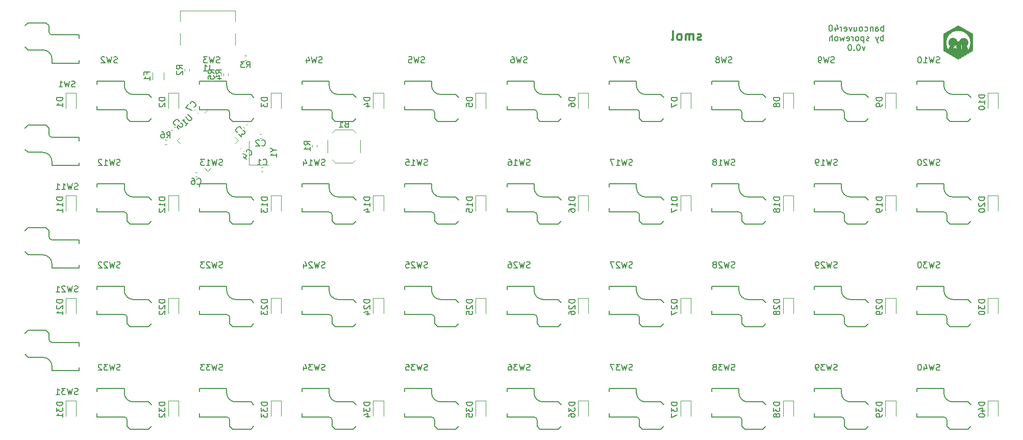
<source format=gbr>
%TF.GenerationSoftware,KiCad,Pcbnew,(6.0.4-0)*%
%TF.CreationDate,2023-02-28T21:33:54-06:00*%
%TF.ProjectId,bancouver40_cfx,62616e63-6f75-4766-9572-34305f636678,rev?*%
%TF.SameCoordinates,Original*%
%TF.FileFunction,Legend,Bot*%
%TF.FilePolarity,Positive*%
%FSLAX46Y46*%
G04 Gerber Fmt 4.6, Leading zero omitted, Abs format (unit mm)*
G04 Created by KiCad (PCBNEW (6.0.4-0)) date 2023-02-28 21:33:54*
%MOMM*%
%LPD*%
G01*
G04 APERTURE LIST*
%ADD10C,0.300000*%
%ADD11C,0.004500*%
%ADD12C,0.150000*%
%ADD13C,0.120000*%
G04 APERTURE END LIST*
D10*
X193112857Y-17977142D02*
X192970000Y-18048571D01*
X192684285Y-18048571D01*
X192541428Y-17977142D01*
X192470000Y-17834285D01*
X192470000Y-17762857D01*
X192541428Y-17620000D01*
X192684285Y-17548571D01*
X192898571Y-17548571D01*
X193041428Y-17477142D01*
X193112857Y-17334285D01*
X193112857Y-17262857D01*
X193041428Y-17120000D01*
X192898571Y-17048571D01*
X192684285Y-17048571D01*
X192541428Y-17120000D01*
X191827142Y-18048571D02*
X191827142Y-17048571D01*
X191827142Y-17191428D02*
X191755714Y-17120000D01*
X191612857Y-17048571D01*
X191398571Y-17048571D01*
X191255714Y-17120000D01*
X191184285Y-17262857D01*
X191184285Y-18048571D01*
X191184285Y-17262857D02*
X191112857Y-17120000D01*
X190970000Y-17048571D01*
X190755714Y-17048571D01*
X190612857Y-17120000D01*
X190541428Y-17262857D01*
X190541428Y-18048571D01*
X189612857Y-18048571D02*
X189755714Y-17977142D01*
X189827142Y-17905714D01*
X189898571Y-17762857D01*
X189898571Y-17334285D01*
X189827142Y-17191428D01*
X189755714Y-17120000D01*
X189612857Y-17048571D01*
X189398571Y-17048571D01*
X189255714Y-17120000D01*
X189184285Y-17191428D01*
X189112857Y-17334285D01*
X189112857Y-17762857D01*
X189184285Y-17905714D01*
X189255714Y-17977142D01*
X189398571Y-18048571D01*
X189612857Y-18048571D01*
X188255714Y-18048571D02*
X188398571Y-17977142D01*
X188470000Y-17834285D01*
X188470000Y-16548571D01*
D11*
G36*
X235737177Y-21226202D02*
G01*
X233306317Y-19822745D01*
X233306317Y-18462864D01*
X233714671Y-18462864D01*
X233716517Y-18550010D01*
X233722008Y-18636217D01*
X233731066Y-18721413D01*
X233743619Y-18805521D01*
X233759592Y-18888467D01*
X233778909Y-18970177D01*
X233801497Y-19050576D01*
X233827280Y-19129589D01*
X233856184Y-19207142D01*
X233888134Y-19283159D01*
X233923055Y-19357567D01*
X233960873Y-19430290D01*
X234001514Y-19501255D01*
X234044902Y-19570385D01*
X234090962Y-19637607D01*
X234139621Y-19702846D01*
X234146659Y-19654201D01*
X234155137Y-19606035D01*
X234165031Y-19558371D01*
X234176320Y-19511231D01*
X234188981Y-19464637D01*
X234202990Y-19418613D01*
X234217974Y-19374223D01*
X234901383Y-19374223D01*
X234901535Y-19377784D01*
X234901852Y-19381337D01*
X234902335Y-19384875D01*
X234902983Y-19388391D01*
X234903797Y-19391879D01*
X234904776Y-19395333D01*
X234905921Y-19398747D01*
X234907232Y-19402115D01*
X234908708Y-19405429D01*
X234910349Y-19408684D01*
X234912157Y-19411874D01*
X234914129Y-19414992D01*
X234916268Y-19418032D01*
X234918571Y-19420988D01*
X234921041Y-19423853D01*
X234923676Y-19426622D01*
X234926444Y-19429256D01*
X234929309Y-19431726D01*
X234932265Y-19434030D01*
X234935305Y-19436168D01*
X234938423Y-19438141D01*
X234941613Y-19439948D01*
X234944868Y-19441589D01*
X234948182Y-19443065D01*
X234951550Y-19444376D01*
X234954964Y-19445521D01*
X234958418Y-19446500D01*
X234961906Y-19447314D01*
X234965422Y-19447962D01*
X234968960Y-19448445D01*
X234972513Y-19448762D01*
X234976074Y-19448914D01*
X234979639Y-19448900D01*
X234983199Y-19448720D01*
X234986750Y-19448375D01*
X234990284Y-19447865D01*
X234993796Y-19447189D01*
X234997279Y-19446347D01*
X235000727Y-19445340D01*
X235004134Y-19444167D01*
X235007493Y-19442829D01*
X235010798Y-19441325D01*
X235014043Y-19439655D01*
X235017221Y-19437820D01*
X235020326Y-19435820D01*
X235023353Y-19433654D01*
X235026294Y-19431322D01*
X235029143Y-19428825D01*
X235029149Y-19428830D01*
X235029154Y-19428836D01*
X235029166Y-19428848D01*
X235029177Y-19428860D01*
X235029189Y-19428871D01*
X235031439Y-19426622D01*
X235200204Y-19257856D01*
X235371220Y-19428871D01*
X235371242Y-19428848D01*
X235371254Y-19428836D01*
X235371266Y-19428825D01*
X235374115Y-19431322D01*
X235377056Y-19433654D01*
X235380082Y-19435820D01*
X235383187Y-19437820D01*
X235386366Y-19439655D01*
X235389610Y-19441325D01*
X235392915Y-19442829D01*
X235396274Y-19444167D01*
X235399681Y-19445340D01*
X235403129Y-19446347D01*
X235406612Y-19447189D01*
X235410124Y-19447865D01*
X235413658Y-19448375D01*
X235417209Y-19448720D01*
X235420769Y-19448900D01*
X235424333Y-19448914D01*
X235427895Y-19448762D01*
X235431448Y-19448445D01*
X235434985Y-19447962D01*
X235438501Y-19447314D01*
X235441990Y-19446500D01*
X235445444Y-19445521D01*
X235448858Y-19444376D01*
X235452225Y-19443065D01*
X235455540Y-19441589D01*
X235458795Y-19439948D01*
X235461985Y-19438141D01*
X235465103Y-19436168D01*
X235468143Y-19434030D01*
X235471099Y-19431726D01*
X235473964Y-19429256D01*
X235476732Y-19426622D01*
X235479367Y-19423853D01*
X235481837Y-19420988D01*
X235484141Y-19418032D01*
X235486279Y-19414992D01*
X235488252Y-19411874D01*
X235490059Y-19408684D01*
X235491700Y-19405429D01*
X235493177Y-19402115D01*
X235494487Y-19398747D01*
X235495632Y-19395333D01*
X235496611Y-19391879D01*
X235497425Y-19388391D01*
X235498074Y-19384875D01*
X235498556Y-19381337D01*
X235498874Y-19377784D01*
X235499025Y-19374223D01*
X235499011Y-19370659D01*
X235498832Y-19367098D01*
X235498487Y-19363547D01*
X235497976Y-19360013D01*
X235497300Y-19356501D01*
X235496458Y-19353018D01*
X235495451Y-19349570D01*
X235494278Y-19346164D01*
X235492940Y-19342805D01*
X235491436Y-19339500D01*
X235489767Y-19336255D01*
X235487932Y-19333077D01*
X235485931Y-19329971D01*
X235483765Y-19326945D01*
X235481434Y-19324004D01*
X235478936Y-19321155D01*
X235478982Y-19321108D01*
X235307967Y-19150093D01*
X235883078Y-19150093D01*
X235883172Y-19153913D01*
X235883452Y-19157685D01*
X235883913Y-19161404D01*
X235884551Y-19165066D01*
X235885361Y-19168666D01*
X235886338Y-19172199D01*
X235887479Y-19175662D01*
X235888779Y-19179049D01*
X235890234Y-19182357D01*
X235891838Y-19185581D01*
X235893588Y-19188716D01*
X235895479Y-19191758D01*
X235897507Y-19194703D01*
X235899667Y-19197545D01*
X235901955Y-19200282D01*
X235904366Y-19202908D01*
X235906897Y-19205418D01*
X235909541Y-19207809D01*
X235912296Y-19210076D01*
X235915156Y-19212214D01*
X235918117Y-19214219D01*
X235921175Y-19216087D01*
X235924326Y-19217813D01*
X235927564Y-19219392D01*
X235930885Y-19220821D01*
X235934286Y-19222094D01*
X235937760Y-19223208D01*
X235941305Y-19224158D01*
X235944916Y-19224939D01*
X235948587Y-19225548D01*
X235952315Y-19225978D01*
X235956096Y-19226227D01*
X235956096Y-19226293D01*
X236197948Y-19226293D01*
X236197948Y-19468144D01*
X236198014Y-19468144D01*
X236198263Y-19471925D01*
X236198693Y-19475653D01*
X236199302Y-19479325D01*
X236200083Y-19482935D01*
X236201033Y-19486480D01*
X236202147Y-19489955D01*
X236203420Y-19493355D01*
X236204849Y-19496677D01*
X236206429Y-19499915D01*
X236208154Y-19503065D01*
X236210022Y-19506123D01*
X236212027Y-19509085D01*
X236214165Y-19511945D01*
X236216432Y-19514699D01*
X236218823Y-19517344D01*
X236221333Y-19519874D01*
X236223959Y-19522285D01*
X236226696Y-19524573D01*
X236229538Y-19526733D01*
X236232483Y-19528761D01*
X236235525Y-19530652D01*
X236238660Y-19532402D01*
X236241884Y-19534007D01*
X236245191Y-19535461D01*
X236248579Y-19536761D01*
X236252041Y-19537902D01*
X236255575Y-19538880D01*
X236259174Y-19539690D01*
X236262836Y-19540327D01*
X236266555Y-19540788D01*
X236270327Y-19541068D01*
X236274147Y-19541162D01*
X236277968Y-19541068D01*
X236281740Y-19540788D01*
X236285459Y-19540327D01*
X236289121Y-19539690D01*
X236292721Y-19538880D01*
X236296254Y-19537902D01*
X236299717Y-19536761D01*
X236303104Y-19535461D01*
X236306412Y-19534007D01*
X236309636Y-19532402D01*
X236312771Y-19530652D01*
X236315813Y-19528761D01*
X236318758Y-19526733D01*
X236321600Y-19524573D01*
X236324337Y-19522285D01*
X236326963Y-19519874D01*
X236329473Y-19517344D01*
X236331864Y-19514699D01*
X236334131Y-19511945D01*
X236336269Y-19509085D01*
X236338274Y-19506123D01*
X236340142Y-19503065D01*
X236341868Y-19499915D01*
X236343447Y-19496677D01*
X236344876Y-19493355D01*
X236346150Y-19489955D01*
X236347264Y-19486480D01*
X236348213Y-19482935D01*
X236348995Y-19479325D01*
X236349603Y-19475653D01*
X236350034Y-19471925D01*
X236350283Y-19468144D01*
X236350347Y-19468144D01*
X236350347Y-19226293D01*
X236592200Y-19226293D01*
X236592200Y-19226227D01*
X236595980Y-19225978D01*
X236599708Y-19225548D01*
X236603380Y-19224939D01*
X236606990Y-19224158D01*
X236610535Y-19223208D01*
X236614010Y-19222094D01*
X236617410Y-19220821D01*
X236620732Y-19219392D01*
X236623970Y-19217813D01*
X236627120Y-19216087D01*
X236630178Y-19214219D01*
X236633140Y-19212214D01*
X236636000Y-19210076D01*
X236638754Y-19207809D01*
X236641399Y-19205418D01*
X236643929Y-19202908D01*
X236646340Y-19200282D01*
X236648628Y-19197545D01*
X236650788Y-19194703D01*
X236652816Y-19191758D01*
X236654707Y-19188716D01*
X236656457Y-19185581D01*
X236658062Y-19182357D01*
X236659516Y-19179049D01*
X236660816Y-19175662D01*
X236661957Y-19172199D01*
X236662935Y-19168666D01*
X236663745Y-19165066D01*
X236664382Y-19161404D01*
X236664843Y-19157685D01*
X236665123Y-19153913D01*
X236665217Y-19150093D01*
X236665123Y-19146272D01*
X236664843Y-19142500D01*
X236664382Y-19138781D01*
X236663745Y-19135119D01*
X236662935Y-19131520D01*
X236661957Y-19127986D01*
X236660816Y-19124524D01*
X236659516Y-19121136D01*
X236658062Y-19117828D01*
X236656457Y-19114605D01*
X236654707Y-19111470D01*
X236652816Y-19108428D01*
X236650789Y-19105483D01*
X236648628Y-19102640D01*
X236646341Y-19099904D01*
X236643929Y-19097278D01*
X236641399Y-19094768D01*
X236638755Y-19092377D01*
X236636000Y-19090110D01*
X236633140Y-19087972D01*
X236630179Y-19085967D01*
X236627120Y-19084099D01*
X236623970Y-19082373D01*
X236620732Y-19080794D01*
X236617411Y-19079365D01*
X236614010Y-19078091D01*
X236610535Y-19076977D01*
X236606991Y-19076028D01*
X236603380Y-19075246D01*
X236599708Y-19074638D01*
X236595980Y-19074207D01*
X236592200Y-19073958D01*
X236592200Y-19073893D01*
X236350347Y-19073893D01*
X236350347Y-18832041D01*
X236350283Y-18832041D01*
X236350034Y-18828260D01*
X236349603Y-18824532D01*
X236348995Y-18820860D01*
X236348213Y-18817250D01*
X236347264Y-18813705D01*
X236346150Y-18810230D01*
X236344876Y-18806830D01*
X236343447Y-18803508D01*
X236341868Y-18800270D01*
X236340142Y-18797120D01*
X236338274Y-18794062D01*
X236336269Y-18791101D01*
X236334131Y-18788240D01*
X236331864Y-18785486D01*
X236329473Y-18782841D01*
X236326963Y-18780311D01*
X236324337Y-18777900D01*
X236321600Y-18775612D01*
X236318758Y-18773452D01*
X236315813Y-18771424D01*
X236312771Y-18769533D01*
X236309636Y-18767783D01*
X236306412Y-18766178D01*
X236303104Y-18764724D01*
X236299717Y-18763424D01*
X236296254Y-18762283D01*
X236292721Y-18761305D01*
X236289121Y-18760495D01*
X236285459Y-18759858D01*
X236281740Y-18759397D01*
X236277968Y-18759117D01*
X236274147Y-18759023D01*
X236270327Y-18759117D01*
X236266555Y-18759397D01*
X236262836Y-18759858D01*
X236259174Y-18760495D01*
X236255575Y-18761305D01*
X236252041Y-18762283D01*
X236248579Y-18763424D01*
X236245191Y-18764724D01*
X236241884Y-18766178D01*
X236238660Y-18767783D01*
X236235525Y-18769533D01*
X236232483Y-18771424D01*
X236229538Y-18773452D01*
X236226695Y-18775612D01*
X236223959Y-18777900D01*
X236221333Y-18780311D01*
X236218823Y-18782841D01*
X236216432Y-18785486D01*
X236214165Y-18788240D01*
X236212027Y-18791101D01*
X236210022Y-18794062D01*
X236208154Y-18797120D01*
X236206428Y-18800270D01*
X236204848Y-18803508D01*
X236203420Y-18806830D01*
X236202146Y-18810230D01*
X236201032Y-18813705D01*
X236200082Y-18817250D01*
X236199301Y-18820860D01*
X236198693Y-18824532D01*
X236198262Y-18828260D01*
X236198013Y-18832041D01*
X236197948Y-18832041D01*
X236197948Y-19073894D01*
X235959184Y-19073894D01*
X235956096Y-19073893D01*
X235956096Y-19073958D01*
X235952315Y-19074207D01*
X235948587Y-19074637D01*
X235944916Y-19075246D01*
X235941305Y-19076027D01*
X235937760Y-19076977D01*
X235934286Y-19078091D01*
X235930885Y-19079364D01*
X235927564Y-19080793D01*
X235924326Y-19082373D01*
X235921175Y-19084098D01*
X235918117Y-19085966D01*
X235915156Y-19087971D01*
X235912296Y-19090109D01*
X235909541Y-19092376D01*
X235906897Y-19094767D01*
X235904366Y-19097277D01*
X235901955Y-19099903D01*
X235899667Y-19102640D01*
X235897507Y-19105482D01*
X235895479Y-19108427D01*
X235893588Y-19111469D01*
X235891838Y-19114604D01*
X235890234Y-19117828D01*
X235888779Y-19121136D01*
X235887479Y-19124523D01*
X235886338Y-19127986D01*
X235885361Y-19131519D01*
X235884551Y-19135119D01*
X235883913Y-19138781D01*
X235883452Y-19142500D01*
X235883172Y-19146272D01*
X235883078Y-19150093D01*
X235307967Y-19150093D01*
X235476732Y-18981327D01*
X235478982Y-18979078D01*
X235478936Y-18979032D01*
X235481434Y-18976182D01*
X235483765Y-18973241D01*
X235485931Y-18970215D01*
X235487932Y-18967110D01*
X235489767Y-18963931D01*
X235491436Y-18960687D01*
X235492940Y-18957382D01*
X235494278Y-18954023D01*
X235495451Y-18950616D01*
X235496458Y-18947168D01*
X235497300Y-18943685D01*
X235497976Y-18940173D01*
X235498487Y-18936639D01*
X235498832Y-18933088D01*
X235499011Y-18929528D01*
X235499025Y-18925963D01*
X235498874Y-18922402D01*
X235498556Y-18918849D01*
X235498074Y-18915311D01*
X235497425Y-18911795D01*
X235496611Y-18908307D01*
X235495632Y-18904853D01*
X235494487Y-18901439D01*
X235493177Y-18898071D01*
X235491700Y-18894757D01*
X235490059Y-18891502D01*
X235488252Y-18888312D01*
X235486279Y-18885194D01*
X235484141Y-18882154D01*
X235481837Y-18879198D01*
X235479367Y-18876333D01*
X235476732Y-18873564D01*
X235473964Y-18870929D01*
X235471099Y-18868460D01*
X235468143Y-18866156D01*
X235465103Y-18864018D01*
X235461985Y-18862045D01*
X235458795Y-18860238D01*
X235455540Y-18858596D01*
X235452225Y-18857120D01*
X235448858Y-18855810D01*
X235445444Y-18854665D01*
X235441990Y-18853685D01*
X235438501Y-18852872D01*
X235434985Y-18852223D01*
X235431448Y-18851741D01*
X235427895Y-18851423D01*
X235424333Y-18851272D01*
X235420769Y-18851286D01*
X235417209Y-18851465D01*
X235413658Y-18851810D01*
X235410124Y-18852321D01*
X235406612Y-18852997D01*
X235403129Y-18853839D01*
X235399681Y-18854846D01*
X235396274Y-18856019D01*
X235392915Y-18857357D01*
X235389610Y-18858861D01*
X235386366Y-18860530D01*
X235383187Y-18862365D01*
X235380082Y-18864366D01*
X235377056Y-18866532D01*
X235374115Y-18868864D01*
X235371266Y-18871361D01*
X235371220Y-18871314D01*
X235368969Y-18873564D01*
X235200204Y-19042330D01*
X235031438Y-18873565D01*
X235031405Y-18873532D01*
X235031389Y-18873515D01*
X235031372Y-18873498D01*
X235029190Y-18871314D01*
X235029143Y-18871361D01*
X235026294Y-18868864D01*
X235023353Y-18866532D01*
X235020326Y-18864366D01*
X235017221Y-18862365D01*
X235014043Y-18860530D01*
X235010798Y-18858861D01*
X235007493Y-18857357D01*
X235004134Y-18856019D01*
X235000727Y-18854846D01*
X234997279Y-18853839D01*
X234993796Y-18852997D01*
X234990284Y-18852321D01*
X234986750Y-18851810D01*
X234983199Y-18851465D01*
X234979639Y-18851286D01*
X234976075Y-18851272D01*
X234972513Y-18851424D01*
X234968960Y-18851741D01*
X234965423Y-18852224D01*
X234961907Y-18852872D01*
X234958418Y-18853686D01*
X234954964Y-18854665D01*
X234951550Y-18855810D01*
X234948183Y-18857121D01*
X234944868Y-18858597D01*
X234941613Y-18860238D01*
X234938423Y-18862046D01*
X234935305Y-18864018D01*
X234932265Y-18866157D01*
X234929309Y-18868461D01*
X234926444Y-18870930D01*
X234923676Y-18873565D01*
X234921041Y-18876333D01*
X234918571Y-18879198D01*
X234916268Y-18882154D01*
X234914129Y-18885194D01*
X234912157Y-18888312D01*
X234910349Y-18891502D01*
X234908708Y-18894757D01*
X234907232Y-18898072D01*
X234905921Y-18901439D01*
X234904776Y-18904853D01*
X234903797Y-18908307D01*
X234902983Y-18911796D01*
X234902335Y-18915312D01*
X234901852Y-18918849D01*
X234901535Y-18922402D01*
X234901383Y-18925964D01*
X234901397Y-18929528D01*
X234901577Y-18933089D01*
X234901922Y-18936639D01*
X234902432Y-18940174D01*
X234903108Y-18943685D01*
X234903950Y-18947168D01*
X234904957Y-18950616D01*
X234906130Y-18954023D01*
X234907468Y-18957382D01*
X234908972Y-18960687D01*
X234910642Y-18963932D01*
X234912477Y-18967110D01*
X234914477Y-18970215D01*
X234916643Y-18973241D01*
X234918975Y-18976182D01*
X234921472Y-18979032D01*
X234921449Y-18979055D01*
X234921437Y-18979066D01*
X234921426Y-18979078D01*
X234923676Y-18981328D01*
X235092442Y-19150093D01*
X234923676Y-19318858D01*
X234921426Y-19321108D01*
X234921472Y-19321155D01*
X234918975Y-19324004D01*
X234916643Y-19326945D01*
X234914477Y-19329971D01*
X234912477Y-19333077D01*
X234910642Y-19336255D01*
X234908972Y-19339500D01*
X234907468Y-19342805D01*
X234906130Y-19346164D01*
X234904957Y-19349570D01*
X234903950Y-19353018D01*
X234903108Y-19356501D01*
X234902432Y-19360013D01*
X234901922Y-19363547D01*
X234901577Y-19367098D01*
X234901397Y-19370659D01*
X234901383Y-19374223D01*
X234217974Y-19374223D01*
X234218325Y-19373182D01*
X234234965Y-19328365D01*
X234252885Y-19284186D01*
X234272063Y-19240668D01*
X234292477Y-19197832D01*
X234314104Y-19155702D01*
X234336921Y-19114300D01*
X234360905Y-19073649D01*
X234386035Y-19033772D01*
X234412286Y-18994691D01*
X234380452Y-18969069D01*
X234350133Y-18941722D01*
X234321403Y-18912723D01*
X234294337Y-18882147D01*
X234269009Y-18850068D01*
X234245493Y-18816561D01*
X234223864Y-18781700D01*
X234204196Y-18745560D01*
X234186564Y-18708214D01*
X234171041Y-18669736D01*
X234157702Y-18630203D01*
X234146622Y-18589687D01*
X234137875Y-18548263D01*
X234131535Y-18506005D01*
X234127677Y-18462989D01*
X234126374Y-18419287D01*
X234127314Y-18382145D01*
X234130104Y-18345488D01*
X234134699Y-18309363D01*
X234141053Y-18273814D01*
X234149121Y-18238886D01*
X234158857Y-18204627D01*
X234170215Y-18171080D01*
X234183150Y-18138292D01*
X234197618Y-18106308D01*
X234213571Y-18075173D01*
X234230965Y-18044933D01*
X234249755Y-18015633D01*
X234269894Y-17987320D01*
X234291337Y-17960037D01*
X234314039Y-17933832D01*
X234337955Y-17908748D01*
X234363038Y-17884833D01*
X234389244Y-17862131D01*
X234416526Y-17840687D01*
X234444840Y-17820548D01*
X234474139Y-17801759D01*
X234504379Y-17784365D01*
X234535514Y-17768411D01*
X234567498Y-17753944D01*
X234600287Y-17741009D01*
X234633833Y-17729650D01*
X234668093Y-17719914D01*
X234703020Y-17711847D01*
X234738569Y-17705493D01*
X234774694Y-17700898D01*
X234811351Y-17698108D01*
X234848493Y-17697167D01*
X234882174Y-17697940D01*
X234915459Y-17700236D01*
X234948315Y-17704021D01*
X234980708Y-17709261D01*
X235012605Y-17715923D01*
X235043971Y-17723972D01*
X235074772Y-17733375D01*
X235104975Y-17744098D01*
X235134545Y-17756107D01*
X235163449Y-17769368D01*
X235191654Y-17783848D01*
X235219124Y-17799511D01*
X235245827Y-17816326D01*
X235271728Y-17834257D01*
X235296794Y-17853271D01*
X235320991Y-17873334D01*
X235344284Y-17894412D01*
X235366641Y-17916472D01*
X235388027Y-17939479D01*
X235408408Y-17963400D01*
X235427750Y-17988200D01*
X235446020Y-18013846D01*
X235463184Y-18040305D01*
X235479208Y-18067541D01*
X235494058Y-18095522D01*
X235507700Y-18124213D01*
X235520100Y-18153581D01*
X235531225Y-18183592D01*
X235541040Y-18214211D01*
X235549512Y-18245406D01*
X235556607Y-18277141D01*
X235562291Y-18309384D01*
X235583876Y-18307197D01*
X235605543Y-18305296D01*
X235627291Y-18303681D01*
X235649118Y-18302356D01*
X235671021Y-18301322D01*
X235693000Y-18300582D01*
X235715052Y-18300136D01*
X235737176Y-18299987D01*
X235760901Y-18300158D01*
X235784543Y-18300671D01*
X235808101Y-18301522D01*
X235831572Y-18302711D01*
X235854954Y-18304233D01*
X235878245Y-18306088D01*
X235901441Y-18308271D01*
X235924541Y-18310782D01*
X235930582Y-18278979D01*
X235937998Y-18247683D01*
X235946757Y-18216927D01*
X235956826Y-18186745D01*
X235968172Y-18157169D01*
X235980761Y-18128232D01*
X235994562Y-18099968D01*
X236009540Y-18072408D01*
X236025664Y-18045587D01*
X236042899Y-18019536D01*
X236061214Y-17994289D01*
X236080575Y-17969879D01*
X236100950Y-17946339D01*
X236122305Y-17923702D01*
X236144608Y-17902000D01*
X236167825Y-17881267D01*
X236191923Y-17861535D01*
X236216871Y-17842837D01*
X236242634Y-17825207D01*
X236269181Y-17808677D01*
X236296477Y-17793280D01*
X236324490Y-17779049D01*
X236353187Y-17766018D01*
X236382535Y-17754218D01*
X236412502Y-17743683D01*
X236443054Y-17734446D01*
X236474158Y-17726540D01*
X236505782Y-17719997D01*
X236537892Y-17714851D01*
X236570456Y-17711135D01*
X236603440Y-17708881D01*
X236636812Y-17708122D01*
X236673954Y-17709062D01*
X236710611Y-17711852D01*
X236746736Y-17716447D01*
X236782285Y-17722801D01*
X236817213Y-17730869D01*
X236851472Y-17740605D01*
X236885019Y-17751963D01*
X236917807Y-17764898D01*
X236949791Y-17779366D01*
X236980926Y-17795319D01*
X237011166Y-17812713D01*
X237040466Y-17831503D01*
X237068779Y-17851642D01*
X237096062Y-17873085D01*
X237122267Y-17895787D01*
X237147351Y-17919703D01*
X237171266Y-17944786D01*
X237193968Y-17970992D01*
X237215412Y-17998274D01*
X237235551Y-18026588D01*
X237254340Y-18055887D01*
X237271734Y-18086127D01*
X237287688Y-18117262D01*
X237302155Y-18149246D01*
X237315091Y-18182035D01*
X237326449Y-18215581D01*
X237336185Y-18249841D01*
X237344252Y-18284768D01*
X237350606Y-18320317D01*
X237355201Y-18356443D01*
X237357991Y-18393099D01*
X237358932Y-18430241D01*
X237358931Y-18430241D01*
X237357617Y-18474131D01*
X237353726Y-18517329D01*
X237347331Y-18559761D01*
X237338510Y-18601352D01*
X237327337Y-18642025D01*
X237313888Y-18681705D01*
X237298237Y-18720318D01*
X237280460Y-18757788D01*
X237260633Y-18794039D01*
X237238831Y-18828997D01*
X237215129Y-18862586D01*
X237189602Y-18894730D01*
X237162326Y-18925354D01*
X237133376Y-18954384D01*
X237102827Y-18981743D01*
X237070755Y-19007357D01*
X237096126Y-19045890D01*
X237120414Y-19085180D01*
X237143596Y-19125206D01*
X237157069Y-19150093D01*
X237165652Y-19165948D01*
X237186561Y-19207382D01*
X237206302Y-19249490D01*
X237224852Y-19292248D01*
X237242190Y-19335635D01*
X237258296Y-19379631D01*
X237273148Y-19424214D01*
X237286724Y-19469363D01*
X237299004Y-19515056D01*
X237309966Y-19561272D01*
X237319589Y-19607990D01*
X237327850Y-19655188D01*
X237334730Y-19702846D01*
X237383389Y-19637607D01*
X237429450Y-19570385D01*
X237472838Y-19501254D01*
X237513478Y-19430290D01*
X237551296Y-19357567D01*
X237586218Y-19283159D01*
X237618168Y-19207141D01*
X237647071Y-19129589D01*
X237672854Y-19050576D01*
X237695442Y-18970177D01*
X237714759Y-18888467D01*
X237730732Y-18805521D01*
X237743285Y-18721413D01*
X237752344Y-18636217D01*
X237757834Y-18550010D01*
X237759680Y-18462864D01*
X237757047Y-18358837D01*
X237749232Y-18256170D01*
X237736363Y-18154989D01*
X237718567Y-18055424D01*
X237695971Y-17957601D01*
X237668703Y-17861647D01*
X237636891Y-17767690D01*
X237600661Y-17675857D01*
X237560141Y-17586275D01*
X237515459Y-17499073D01*
X237466741Y-17414377D01*
X237414116Y-17332315D01*
X237357711Y-17253014D01*
X237297652Y-17176602D01*
X237234068Y-17103206D01*
X237167086Y-17032953D01*
X237096833Y-16965971D01*
X237023437Y-16902387D01*
X236947025Y-16842329D01*
X236867724Y-16785923D01*
X236785662Y-16733298D01*
X236700966Y-16684581D01*
X236613764Y-16639898D01*
X236524183Y-16599379D01*
X236432350Y-16563149D01*
X236338393Y-16531336D01*
X236242439Y-16504069D01*
X236144615Y-16481473D01*
X236045050Y-16463677D01*
X235943870Y-16450808D01*
X235841203Y-16442993D01*
X235737176Y-16440359D01*
X235633148Y-16442993D01*
X235530481Y-16450808D01*
X235429301Y-16463677D01*
X235329736Y-16481473D01*
X235231912Y-16504069D01*
X235135958Y-16531336D01*
X235042001Y-16563149D01*
X234950168Y-16599379D01*
X234860587Y-16639898D01*
X234773385Y-16684581D01*
X234688689Y-16733298D01*
X234606627Y-16785923D01*
X234527326Y-16842329D01*
X234450914Y-16902387D01*
X234377518Y-16965971D01*
X234307265Y-17032953D01*
X234240283Y-17103206D01*
X234176699Y-17176602D01*
X234116640Y-17253014D01*
X234060235Y-17332315D01*
X234007610Y-17414377D01*
X233958892Y-17499073D01*
X233914210Y-17586275D01*
X233873690Y-17675857D01*
X233837460Y-17767690D01*
X233805648Y-17861647D01*
X233778380Y-17957601D01*
X233755785Y-18055424D01*
X233737988Y-18154989D01*
X233725119Y-18256170D01*
X233717304Y-18358837D01*
X233714671Y-18462864D01*
X233306317Y-18462864D01*
X233306318Y-17015829D01*
X235737175Y-15612374D01*
X238168035Y-17015830D01*
X238168035Y-18462864D01*
X238168034Y-19822746D01*
X235737177Y-21226202D01*
G37*
X235737177Y-21226202D02*
X233306317Y-19822745D01*
X233306317Y-18462864D01*
X233714671Y-18462864D01*
X233716517Y-18550010D01*
X233722008Y-18636217D01*
X233731066Y-18721413D01*
X233743619Y-18805521D01*
X233759592Y-18888467D01*
X233778909Y-18970177D01*
X233801497Y-19050576D01*
X233827280Y-19129589D01*
X233856184Y-19207142D01*
X233888134Y-19283159D01*
X233923055Y-19357567D01*
X233960873Y-19430290D01*
X234001514Y-19501255D01*
X234044902Y-19570385D01*
X234090962Y-19637607D01*
X234139621Y-19702846D01*
X234146659Y-19654201D01*
X234155137Y-19606035D01*
X234165031Y-19558371D01*
X234176320Y-19511231D01*
X234188981Y-19464637D01*
X234202990Y-19418613D01*
X234217974Y-19374223D01*
X234901383Y-19374223D01*
X234901535Y-19377784D01*
X234901852Y-19381337D01*
X234902335Y-19384875D01*
X234902983Y-19388391D01*
X234903797Y-19391879D01*
X234904776Y-19395333D01*
X234905921Y-19398747D01*
X234907232Y-19402115D01*
X234908708Y-19405429D01*
X234910349Y-19408684D01*
X234912157Y-19411874D01*
X234914129Y-19414992D01*
X234916268Y-19418032D01*
X234918571Y-19420988D01*
X234921041Y-19423853D01*
X234923676Y-19426622D01*
X234926444Y-19429256D01*
X234929309Y-19431726D01*
X234932265Y-19434030D01*
X234935305Y-19436168D01*
X234938423Y-19438141D01*
X234941613Y-19439948D01*
X234944868Y-19441589D01*
X234948182Y-19443065D01*
X234951550Y-19444376D01*
X234954964Y-19445521D01*
X234958418Y-19446500D01*
X234961906Y-19447314D01*
X234965422Y-19447962D01*
X234968960Y-19448445D01*
X234972513Y-19448762D01*
X234976074Y-19448914D01*
X234979639Y-19448900D01*
X234983199Y-19448720D01*
X234986750Y-19448375D01*
X234990284Y-19447865D01*
X234993796Y-19447189D01*
X234997279Y-19446347D01*
X235000727Y-19445340D01*
X235004134Y-19444167D01*
X235007493Y-19442829D01*
X235010798Y-19441325D01*
X235014043Y-19439655D01*
X235017221Y-19437820D01*
X235020326Y-19435820D01*
X235023353Y-19433654D01*
X235026294Y-19431322D01*
X235029143Y-19428825D01*
X235029149Y-19428830D01*
X235029154Y-19428836D01*
X235029166Y-19428848D01*
X235029177Y-19428860D01*
X235029189Y-19428871D01*
X235031439Y-19426622D01*
X235200204Y-19257856D01*
X235371220Y-19428871D01*
X235371242Y-19428848D01*
X235371254Y-19428836D01*
X235371266Y-19428825D01*
X235374115Y-19431322D01*
X235377056Y-19433654D01*
X235380082Y-19435820D01*
X235383187Y-19437820D01*
X235386366Y-19439655D01*
X235389610Y-19441325D01*
X235392915Y-19442829D01*
X235396274Y-19444167D01*
X235399681Y-19445340D01*
X235403129Y-19446347D01*
X235406612Y-19447189D01*
X235410124Y-19447865D01*
X235413658Y-19448375D01*
X235417209Y-19448720D01*
X235420769Y-19448900D01*
X235424333Y-19448914D01*
X235427895Y-19448762D01*
X235431448Y-19448445D01*
X235434985Y-19447962D01*
X235438501Y-19447314D01*
X235441990Y-19446500D01*
X235445444Y-19445521D01*
X235448858Y-19444376D01*
X235452225Y-19443065D01*
X235455540Y-19441589D01*
X235458795Y-19439948D01*
X235461985Y-19438141D01*
X235465103Y-19436168D01*
X235468143Y-19434030D01*
X235471099Y-19431726D01*
X235473964Y-19429256D01*
X235476732Y-19426622D01*
X235479367Y-19423853D01*
X235481837Y-19420988D01*
X235484141Y-19418032D01*
X235486279Y-19414992D01*
X235488252Y-19411874D01*
X235490059Y-19408684D01*
X235491700Y-19405429D01*
X235493177Y-19402115D01*
X235494487Y-19398747D01*
X235495632Y-19395333D01*
X235496611Y-19391879D01*
X235497425Y-19388391D01*
X235498074Y-19384875D01*
X235498556Y-19381337D01*
X235498874Y-19377784D01*
X235499025Y-19374223D01*
X235499011Y-19370659D01*
X235498832Y-19367098D01*
X235498487Y-19363547D01*
X235497976Y-19360013D01*
X235497300Y-19356501D01*
X235496458Y-19353018D01*
X235495451Y-19349570D01*
X235494278Y-19346164D01*
X235492940Y-19342805D01*
X235491436Y-19339500D01*
X235489767Y-19336255D01*
X235487932Y-19333077D01*
X235485931Y-19329971D01*
X235483765Y-19326945D01*
X235481434Y-19324004D01*
X235478936Y-19321155D01*
X235478982Y-19321108D01*
X235307967Y-19150093D01*
X235883078Y-19150093D01*
X235883172Y-19153913D01*
X235883452Y-19157685D01*
X235883913Y-19161404D01*
X235884551Y-19165066D01*
X235885361Y-19168666D01*
X235886338Y-19172199D01*
X235887479Y-19175662D01*
X235888779Y-19179049D01*
X235890234Y-19182357D01*
X235891838Y-19185581D01*
X235893588Y-19188716D01*
X235895479Y-19191758D01*
X235897507Y-19194703D01*
X235899667Y-19197545D01*
X235901955Y-19200282D01*
X235904366Y-19202908D01*
X235906897Y-19205418D01*
X235909541Y-19207809D01*
X235912296Y-19210076D01*
X235915156Y-19212214D01*
X235918117Y-19214219D01*
X235921175Y-19216087D01*
X235924326Y-19217813D01*
X235927564Y-19219392D01*
X235930885Y-19220821D01*
X235934286Y-19222094D01*
X235937760Y-19223208D01*
X235941305Y-19224158D01*
X235944916Y-19224939D01*
X235948587Y-19225548D01*
X235952315Y-19225978D01*
X235956096Y-19226227D01*
X235956096Y-19226293D01*
X236197948Y-19226293D01*
X236197948Y-19468144D01*
X236198014Y-19468144D01*
X236198263Y-19471925D01*
X236198693Y-19475653D01*
X236199302Y-19479325D01*
X236200083Y-19482935D01*
X236201033Y-19486480D01*
X236202147Y-19489955D01*
X236203420Y-19493355D01*
X236204849Y-19496677D01*
X236206429Y-19499915D01*
X236208154Y-19503065D01*
X236210022Y-19506123D01*
X236212027Y-19509085D01*
X236214165Y-19511945D01*
X236216432Y-19514699D01*
X236218823Y-19517344D01*
X236221333Y-19519874D01*
X236223959Y-19522285D01*
X236226696Y-19524573D01*
X236229538Y-19526733D01*
X236232483Y-19528761D01*
X236235525Y-19530652D01*
X236238660Y-19532402D01*
X236241884Y-19534007D01*
X236245191Y-19535461D01*
X236248579Y-19536761D01*
X236252041Y-19537902D01*
X236255575Y-19538880D01*
X236259174Y-19539690D01*
X236262836Y-19540327D01*
X236266555Y-19540788D01*
X236270327Y-19541068D01*
X236274147Y-19541162D01*
X236277968Y-19541068D01*
X236281740Y-19540788D01*
X236285459Y-19540327D01*
X236289121Y-19539690D01*
X236292721Y-19538880D01*
X236296254Y-19537902D01*
X236299717Y-19536761D01*
X236303104Y-19535461D01*
X236306412Y-19534007D01*
X236309636Y-19532402D01*
X236312771Y-19530652D01*
X236315813Y-19528761D01*
X236318758Y-19526733D01*
X236321600Y-19524573D01*
X236324337Y-19522285D01*
X236326963Y-19519874D01*
X236329473Y-19517344D01*
X236331864Y-19514699D01*
X236334131Y-19511945D01*
X236336269Y-19509085D01*
X236338274Y-19506123D01*
X236340142Y-19503065D01*
X236341868Y-19499915D01*
X236343447Y-19496677D01*
X236344876Y-19493355D01*
X236346150Y-19489955D01*
X236347264Y-19486480D01*
X236348213Y-19482935D01*
X236348995Y-19479325D01*
X236349603Y-19475653D01*
X236350034Y-19471925D01*
X236350283Y-19468144D01*
X236350347Y-19468144D01*
X236350347Y-19226293D01*
X236592200Y-19226293D01*
X236592200Y-19226227D01*
X236595980Y-19225978D01*
X236599708Y-19225548D01*
X236603380Y-19224939D01*
X236606990Y-19224158D01*
X236610535Y-19223208D01*
X236614010Y-19222094D01*
X236617410Y-19220821D01*
X236620732Y-19219392D01*
X236623970Y-19217813D01*
X236627120Y-19216087D01*
X236630178Y-19214219D01*
X236633140Y-19212214D01*
X236636000Y-19210076D01*
X236638754Y-19207809D01*
X236641399Y-19205418D01*
X236643929Y-19202908D01*
X236646340Y-19200282D01*
X236648628Y-19197545D01*
X236650788Y-19194703D01*
X236652816Y-19191758D01*
X236654707Y-19188716D01*
X236656457Y-19185581D01*
X236658062Y-19182357D01*
X236659516Y-19179049D01*
X236660816Y-19175662D01*
X236661957Y-19172199D01*
X236662935Y-19168666D01*
X236663745Y-19165066D01*
X236664382Y-19161404D01*
X236664843Y-19157685D01*
X236665123Y-19153913D01*
X236665217Y-19150093D01*
X236665123Y-19146272D01*
X236664843Y-19142500D01*
X236664382Y-19138781D01*
X236663745Y-19135119D01*
X236662935Y-19131520D01*
X236661957Y-19127986D01*
X236660816Y-19124524D01*
X236659516Y-19121136D01*
X236658062Y-19117828D01*
X236656457Y-19114605D01*
X236654707Y-19111470D01*
X236652816Y-19108428D01*
X236650789Y-19105483D01*
X236648628Y-19102640D01*
X236646341Y-19099904D01*
X236643929Y-19097278D01*
X236641399Y-19094768D01*
X236638755Y-19092377D01*
X236636000Y-19090110D01*
X236633140Y-19087972D01*
X236630179Y-19085967D01*
X236627120Y-19084099D01*
X236623970Y-19082373D01*
X236620732Y-19080794D01*
X236617411Y-19079365D01*
X236614010Y-19078091D01*
X236610535Y-19076977D01*
X236606991Y-19076028D01*
X236603380Y-19075246D01*
X236599708Y-19074638D01*
X236595980Y-19074207D01*
X236592200Y-19073958D01*
X236592200Y-19073893D01*
X236350347Y-19073893D01*
X236350347Y-18832041D01*
X236350283Y-18832041D01*
X236350034Y-18828260D01*
X236349603Y-18824532D01*
X236348995Y-18820860D01*
X236348213Y-18817250D01*
X236347264Y-18813705D01*
X236346150Y-18810230D01*
X236344876Y-18806830D01*
X236343447Y-18803508D01*
X236341868Y-18800270D01*
X236340142Y-18797120D01*
X236338274Y-18794062D01*
X236336269Y-18791101D01*
X236334131Y-18788240D01*
X236331864Y-18785486D01*
X236329473Y-18782841D01*
X236326963Y-18780311D01*
X236324337Y-18777900D01*
X236321600Y-18775612D01*
X236318758Y-18773452D01*
X236315813Y-18771424D01*
X236312771Y-18769533D01*
X236309636Y-18767783D01*
X236306412Y-18766178D01*
X236303104Y-18764724D01*
X236299717Y-18763424D01*
X236296254Y-18762283D01*
X236292721Y-18761305D01*
X236289121Y-18760495D01*
X236285459Y-18759858D01*
X236281740Y-18759397D01*
X236277968Y-18759117D01*
X236274147Y-18759023D01*
X236270327Y-18759117D01*
X236266555Y-18759397D01*
X236262836Y-18759858D01*
X236259174Y-18760495D01*
X236255575Y-18761305D01*
X236252041Y-18762283D01*
X236248579Y-18763424D01*
X236245191Y-18764724D01*
X236241884Y-18766178D01*
X236238660Y-18767783D01*
X236235525Y-18769533D01*
X236232483Y-18771424D01*
X236229538Y-18773452D01*
X236226695Y-18775612D01*
X236223959Y-18777900D01*
X236221333Y-18780311D01*
X236218823Y-18782841D01*
X236216432Y-18785486D01*
X236214165Y-18788240D01*
X236212027Y-18791101D01*
X236210022Y-18794062D01*
X236208154Y-18797120D01*
X236206428Y-18800270D01*
X236204848Y-18803508D01*
X236203420Y-18806830D01*
X236202146Y-18810230D01*
X236201032Y-18813705D01*
X236200082Y-18817250D01*
X236199301Y-18820860D01*
X236198693Y-18824532D01*
X236198262Y-18828260D01*
X236198013Y-18832041D01*
X236197948Y-18832041D01*
X236197948Y-19073894D01*
X235959184Y-19073894D01*
X235956096Y-19073893D01*
X235956096Y-19073958D01*
X235952315Y-19074207D01*
X235948587Y-19074637D01*
X235944916Y-19075246D01*
X235941305Y-19076027D01*
X235937760Y-19076977D01*
X235934286Y-19078091D01*
X235930885Y-19079364D01*
X235927564Y-19080793D01*
X235924326Y-19082373D01*
X235921175Y-19084098D01*
X235918117Y-19085966D01*
X235915156Y-19087971D01*
X235912296Y-19090109D01*
X235909541Y-19092376D01*
X235906897Y-19094767D01*
X235904366Y-19097277D01*
X235901955Y-19099903D01*
X235899667Y-19102640D01*
X235897507Y-19105482D01*
X235895479Y-19108427D01*
X235893588Y-19111469D01*
X235891838Y-19114604D01*
X235890234Y-19117828D01*
X235888779Y-19121136D01*
X235887479Y-19124523D01*
X235886338Y-19127986D01*
X235885361Y-19131519D01*
X235884551Y-19135119D01*
X235883913Y-19138781D01*
X235883452Y-19142500D01*
X235883172Y-19146272D01*
X235883078Y-19150093D01*
X235307967Y-19150093D01*
X235476732Y-18981327D01*
X235478982Y-18979078D01*
X235478936Y-18979032D01*
X235481434Y-18976182D01*
X235483765Y-18973241D01*
X235485931Y-18970215D01*
X235487932Y-18967110D01*
X235489767Y-18963931D01*
X235491436Y-18960687D01*
X235492940Y-18957382D01*
X235494278Y-18954023D01*
X235495451Y-18950616D01*
X235496458Y-18947168D01*
X235497300Y-18943685D01*
X235497976Y-18940173D01*
X235498487Y-18936639D01*
X235498832Y-18933088D01*
X235499011Y-18929528D01*
X235499025Y-18925963D01*
X235498874Y-18922402D01*
X235498556Y-18918849D01*
X235498074Y-18915311D01*
X235497425Y-18911795D01*
X235496611Y-18908307D01*
X235495632Y-18904853D01*
X235494487Y-18901439D01*
X235493177Y-18898071D01*
X235491700Y-18894757D01*
X235490059Y-18891502D01*
X235488252Y-18888312D01*
X235486279Y-18885194D01*
X235484141Y-18882154D01*
X235481837Y-18879198D01*
X235479367Y-18876333D01*
X235476732Y-18873564D01*
X235473964Y-18870929D01*
X235471099Y-18868460D01*
X235468143Y-18866156D01*
X235465103Y-18864018D01*
X235461985Y-18862045D01*
X235458795Y-18860238D01*
X235455540Y-18858596D01*
X235452225Y-18857120D01*
X235448858Y-18855810D01*
X235445444Y-18854665D01*
X235441990Y-18853685D01*
X235438501Y-18852872D01*
X235434985Y-18852223D01*
X235431448Y-18851741D01*
X235427895Y-18851423D01*
X235424333Y-18851272D01*
X235420769Y-18851286D01*
X235417209Y-18851465D01*
X235413658Y-18851810D01*
X235410124Y-18852321D01*
X235406612Y-18852997D01*
X235403129Y-18853839D01*
X235399681Y-18854846D01*
X235396274Y-18856019D01*
X235392915Y-18857357D01*
X235389610Y-18858861D01*
X235386366Y-18860530D01*
X235383187Y-18862365D01*
X235380082Y-18864366D01*
X235377056Y-18866532D01*
X235374115Y-18868864D01*
X235371266Y-18871361D01*
X235371220Y-18871314D01*
X235368969Y-18873564D01*
X235200204Y-19042330D01*
X235031438Y-18873565D01*
X235031405Y-18873532D01*
X235031389Y-18873515D01*
X235031372Y-18873498D01*
X235029190Y-18871314D01*
X235029143Y-18871361D01*
X235026294Y-18868864D01*
X235023353Y-18866532D01*
X235020326Y-18864366D01*
X235017221Y-18862365D01*
X235014043Y-18860530D01*
X235010798Y-18858861D01*
X235007493Y-18857357D01*
X235004134Y-18856019D01*
X235000727Y-18854846D01*
X234997279Y-18853839D01*
X234993796Y-18852997D01*
X234990284Y-18852321D01*
X234986750Y-18851810D01*
X234983199Y-18851465D01*
X234979639Y-18851286D01*
X234976075Y-18851272D01*
X234972513Y-18851424D01*
X234968960Y-18851741D01*
X234965423Y-18852224D01*
X234961907Y-18852872D01*
X234958418Y-18853686D01*
X234954964Y-18854665D01*
X234951550Y-18855810D01*
X234948183Y-18857121D01*
X234944868Y-18858597D01*
X234941613Y-18860238D01*
X234938423Y-18862046D01*
X234935305Y-18864018D01*
X234932265Y-18866157D01*
X234929309Y-18868461D01*
X234926444Y-18870930D01*
X234923676Y-18873565D01*
X234921041Y-18876333D01*
X234918571Y-18879198D01*
X234916268Y-18882154D01*
X234914129Y-18885194D01*
X234912157Y-18888312D01*
X234910349Y-18891502D01*
X234908708Y-18894757D01*
X234907232Y-18898072D01*
X234905921Y-18901439D01*
X234904776Y-18904853D01*
X234903797Y-18908307D01*
X234902983Y-18911796D01*
X234902335Y-18915312D01*
X234901852Y-18918849D01*
X234901535Y-18922402D01*
X234901383Y-18925964D01*
X234901397Y-18929528D01*
X234901577Y-18933089D01*
X234901922Y-18936639D01*
X234902432Y-18940174D01*
X234903108Y-18943685D01*
X234903950Y-18947168D01*
X234904957Y-18950616D01*
X234906130Y-18954023D01*
X234907468Y-18957382D01*
X234908972Y-18960687D01*
X234910642Y-18963932D01*
X234912477Y-18967110D01*
X234914477Y-18970215D01*
X234916643Y-18973241D01*
X234918975Y-18976182D01*
X234921472Y-18979032D01*
X234921449Y-18979055D01*
X234921437Y-18979066D01*
X234921426Y-18979078D01*
X234923676Y-18981328D01*
X235092442Y-19150093D01*
X234923676Y-19318858D01*
X234921426Y-19321108D01*
X234921472Y-19321155D01*
X234918975Y-19324004D01*
X234916643Y-19326945D01*
X234914477Y-19329971D01*
X234912477Y-19333077D01*
X234910642Y-19336255D01*
X234908972Y-19339500D01*
X234907468Y-19342805D01*
X234906130Y-19346164D01*
X234904957Y-19349570D01*
X234903950Y-19353018D01*
X234903108Y-19356501D01*
X234902432Y-19360013D01*
X234901922Y-19363547D01*
X234901577Y-19367098D01*
X234901397Y-19370659D01*
X234901383Y-19374223D01*
X234217974Y-19374223D01*
X234218325Y-19373182D01*
X234234965Y-19328365D01*
X234252885Y-19284186D01*
X234272063Y-19240668D01*
X234292477Y-19197832D01*
X234314104Y-19155702D01*
X234336921Y-19114300D01*
X234360905Y-19073649D01*
X234386035Y-19033772D01*
X234412286Y-18994691D01*
X234380452Y-18969069D01*
X234350133Y-18941722D01*
X234321403Y-18912723D01*
X234294337Y-18882147D01*
X234269009Y-18850068D01*
X234245493Y-18816561D01*
X234223864Y-18781700D01*
X234204196Y-18745560D01*
X234186564Y-18708214D01*
X234171041Y-18669736D01*
X234157702Y-18630203D01*
X234146622Y-18589687D01*
X234137875Y-18548263D01*
X234131535Y-18506005D01*
X234127677Y-18462989D01*
X234126374Y-18419287D01*
X234127314Y-18382145D01*
X234130104Y-18345488D01*
X234134699Y-18309363D01*
X234141053Y-18273814D01*
X234149121Y-18238886D01*
X234158857Y-18204627D01*
X234170215Y-18171080D01*
X234183150Y-18138292D01*
X234197618Y-18106308D01*
X234213571Y-18075173D01*
X234230965Y-18044933D01*
X234249755Y-18015633D01*
X234269894Y-17987320D01*
X234291337Y-17960037D01*
X234314039Y-17933832D01*
X234337955Y-17908748D01*
X234363038Y-17884833D01*
X234389244Y-17862131D01*
X234416526Y-17840687D01*
X234444840Y-17820548D01*
X234474139Y-17801759D01*
X234504379Y-17784365D01*
X234535514Y-17768411D01*
X234567498Y-17753944D01*
X234600287Y-17741009D01*
X234633833Y-17729650D01*
X234668093Y-17719914D01*
X234703020Y-17711847D01*
X234738569Y-17705493D01*
X234774694Y-17700898D01*
X234811351Y-17698108D01*
X234848493Y-17697167D01*
X234882174Y-17697940D01*
X234915459Y-17700236D01*
X234948315Y-17704021D01*
X234980708Y-17709261D01*
X235012605Y-17715923D01*
X235043971Y-17723972D01*
X235074772Y-17733375D01*
X235104975Y-17744098D01*
X235134545Y-17756107D01*
X235163449Y-17769368D01*
X235191654Y-17783848D01*
X235219124Y-17799511D01*
X235245827Y-17816326D01*
X235271728Y-17834257D01*
X235296794Y-17853271D01*
X235320991Y-17873334D01*
X235344284Y-17894412D01*
X235366641Y-17916472D01*
X235388027Y-17939479D01*
X235408408Y-17963400D01*
X235427750Y-17988200D01*
X235446020Y-18013846D01*
X235463184Y-18040305D01*
X235479208Y-18067541D01*
X235494058Y-18095522D01*
X235507700Y-18124213D01*
X235520100Y-18153581D01*
X235531225Y-18183592D01*
X235541040Y-18214211D01*
X235549512Y-18245406D01*
X235556607Y-18277141D01*
X235562291Y-18309384D01*
X235583876Y-18307197D01*
X235605543Y-18305296D01*
X235627291Y-18303681D01*
X235649118Y-18302356D01*
X235671021Y-18301322D01*
X235693000Y-18300582D01*
X235715052Y-18300136D01*
X235737176Y-18299987D01*
X235760901Y-18300158D01*
X235784543Y-18300671D01*
X235808101Y-18301522D01*
X235831572Y-18302711D01*
X235854954Y-18304233D01*
X235878245Y-18306088D01*
X235901441Y-18308271D01*
X235924541Y-18310782D01*
X235930582Y-18278979D01*
X235937998Y-18247683D01*
X235946757Y-18216927D01*
X235956826Y-18186745D01*
X235968172Y-18157169D01*
X235980761Y-18128232D01*
X235994562Y-18099968D01*
X236009540Y-18072408D01*
X236025664Y-18045587D01*
X236042899Y-18019536D01*
X236061214Y-17994289D01*
X236080575Y-17969879D01*
X236100950Y-17946339D01*
X236122305Y-17923702D01*
X236144608Y-17902000D01*
X236167825Y-17881267D01*
X236191923Y-17861535D01*
X236216871Y-17842837D01*
X236242634Y-17825207D01*
X236269181Y-17808677D01*
X236296477Y-17793280D01*
X236324490Y-17779049D01*
X236353187Y-17766018D01*
X236382535Y-17754218D01*
X236412502Y-17743683D01*
X236443054Y-17734446D01*
X236474158Y-17726540D01*
X236505782Y-17719997D01*
X236537892Y-17714851D01*
X236570456Y-17711135D01*
X236603440Y-17708881D01*
X236636812Y-17708122D01*
X236673954Y-17709062D01*
X236710611Y-17711852D01*
X236746736Y-17716447D01*
X236782285Y-17722801D01*
X236817213Y-17730869D01*
X236851472Y-17740605D01*
X236885019Y-17751963D01*
X236917807Y-17764898D01*
X236949791Y-17779366D01*
X236980926Y-17795319D01*
X237011166Y-17812713D01*
X237040466Y-17831503D01*
X237068779Y-17851642D01*
X237096062Y-17873085D01*
X237122267Y-17895787D01*
X237147351Y-17919703D01*
X237171266Y-17944786D01*
X237193968Y-17970992D01*
X237215412Y-17998274D01*
X237235551Y-18026588D01*
X237254340Y-18055887D01*
X237271734Y-18086127D01*
X237287688Y-18117262D01*
X237302155Y-18149246D01*
X237315091Y-18182035D01*
X237326449Y-18215581D01*
X237336185Y-18249841D01*
X237344252Y-18284768D01*
X237350606Y-18320317D01*
X237355201Y-18356443D01*
X237357991Y-18393099D01*
X237358932Y-18430241D01*
X237358931Y-18430241D01*
X237357617Y-18474131D01*
X237353726Y-18517329D01*
X237347331Y-18559761D01*
X237338510Y-18601352D01*
X237327337Y-18642025D01*
X237313888Y-18681705D01*
X237298237Y-18720318D01*
X237280460Y-18757788D01*
X237260633Y-18794039D01*
X237238831Y-18828997D01*
X237215129Y-18862586D01*
X237189602Y-18894730D01*
X237162326Y-18925354D01*
X237133376Y-18954384D01*
X237102827Y-18981743D01*
X237070755Y-19007357D01*
X237096126Y-19045890D01*
X237120414Y-19085180D01*
X237143596Y-19125206D01*
X237157069Y-19150093D01*
X237165652Y-19165948D01*
X237186561Y-19207382D01*
X237206302Y-19249490D01*
X237224852Y-19292248D01*
X237242190Y-19335635D01*
X237258296Y-19379631D01*
X237273148Y-19424214D01*
X237286724Y-19469363D01*
X237299004Y-19515056D01*
X237309966Y-19561272D01*
X237319589Y-19607990D01*
X237327850Y-19655188D01*
X237334730Y-19702846D01*
X237383389Y-19637607D01*
X237429450Y-19570385D01*
X237472838Y-19501254D01*
X237513478Y-19430290D01*
X237551296Y-19357567D01*
X237586218Y-19283159D01*
X237618168Y-19207141D01*
X237647071Y-19129589D01*
X237672854Y-19050576D01*
X237695442Y-18970177D01*
X237714759Y-18888467D01*
X237730732Y-18805521D01*
X237743285Y-18721413D01*
X237752344Y-18636217D01*
X237757834Y-18550010D01*
X237759680Y-18462864D01*
X237757047Y-18358837D01*
X237749232Y-18256170D01*
X237736363Y-18154989D01*
X237718567Y-18055424D01*
X237695971Y-17957601D01*
X237668703Y-17861647D01*
X237636891Y-17767690D01*
X237600661Y-17675857D01*
X237560141Y-17586275D01*
X237515459Y-17499073D01*
X237466741Y-17414377D01*
X237414116Y-17332315D01*
X237357711Y-17253014D01*
X237297652Y-17176602D01*
X237234068Y-17103206D01*
X237167086Y-17032953D01*
X237096833Y-16965971D01*
X237023437Y-16902387D01*
X236947025Y-16842329D01*
X236867724Y-16785923D01*
X236785662Y-16733298D01*
X236700966Y-16684581D01*
X236613764Y-16639898D01*
X236524183Y-16599379D01*
X236432350Y-16563149D01*
X236338393Y-16531336D01*
X236242439Y-16504069D01*
X236144615Y-16481473D01*
X236045050Y-16463677D01*
X235943870Y-16450808D01*
X235841203Y-16442993D01*
X235737176Y-16440359D01*
X235633148Y-16442993D01*
X235530481Y-16450808D01*
X235429301Y-16463677D01*
X235329736Y-16481473D01*
X235231912Y-16504069D01*
X235135958Y-16531336D01*
X235042001Y-16563149D01*
X234950168Y-16599379D01*
X234860587Y-16639898D01*
X234773385Y-16684581D01*
X234688689Y-16733298D01*
X234606627Y-16785923D01*
X234527326Y-16842329D01*
X234450914Y-16902387D01*
X234377518Y-16965971D01*
X234307265Y-17032953D01*
X234240283Y-17103206D01*
X234176699Y-17176602D01*
X234116640Y-17253014D01*
X234060235Y-17332315D01*
X234007610Y-17414377D01*
X233958892Y-17499073D01*
X233914210Y-17586275D01*
X233873690Y-17675857D01*
X233837460Y-17767690D01*
X233805648Y-17861647D01*
X233778380Y-17957601D01*
X233755785Y-18055424D01*
X233737988Y-18154989D01*
X233725119Y-18256170D01*
X233717304Y-18358837D01*
X233714671Y-18462864D01*
X233306317Y-18462864D01*
X233306318Y-17015829D01*
X235737175Y-15612374D01*
X238168035Y-17015830D01*
X238168035Y-18462864D01*
X238168034Y-19822746D01*
X235737177Y-21226202D01*
D12*
X223398706Y-16550705D02*
X223398706Y-15550705D01*
X223398706Y-15931658D02*
X223303468Y-15884039D01*
X223112992Y-15884039D01*
X223017754Y-15931658D01*
X222970135Y-15979277D01*
X222922516Y-16074515D01*
X222922516Y-16360229D01*
X222970135Y-16455467D01*
X223017754Y-16503086D01*
X223112992Y-16550705D01*
X223303468Y-16550705D01*
X223398706Y-16503086D01*
X222065373Y-16550705D02*
X222065373Y-16026896D01*
X222112992Y-15931658D01*
X222208230Y-15884039D01*
X222398706Y-15884039D01*
X222493944Y-15931658D01*
X222065373Y-16503086D02*
X222160611Y-16550705D01*
X222398706Y-16550705D01*
X222493944Y-16503086D01*
X222541563Y-16407848D01*
X222541563Y-16312610D01*
X222493944Y-16217372D01*
X222398706Y-16169753D01*
X222160611Y-16169753D01*
X222065373Y-16122134D01*
X221589182Y-15884039D02*
X221589182Y-16550705D01*
X221589182Y-15979277D02*
X221541563Y-15931658D01*
X221446325Y-15884039D01*
X221303468Y-15884039D01*
X221208230Y-15931658D01*
X221160611Y-16026896D01*
X221160611Y-16550705D01*
X220255849Y-16503086D02*
X220351087Y-16550705D01*
X220541563Y-16550705D01*
X220636801Y-16503086D01*
X220684420Y-16455467D01*
X220732039Y-16360229D01*
X220732039Y-16074515D01*
X220684420Y-15979277D01*
X220636801Y-15931658D01*
X220541563Y-15884039D01*
X220351087Y-15884039D01*
X220255849Y-15931658D01*
X219684420Y-16550705D02*
X219779658Y-16503086D01*
X219827277Y-16455467D01*
X219874897Y-16360229D01*
X219874897Y-16074515D01*
X219827277Y-15979277D01*
X219779658Y-15931658D01*
X219684420Y-15884039D01*
X219541563Y-15884039D01*
X219446325Y-15931658D01*
X219398706Y-15979277D01*
X219351087Y-16074515D01*
X219351087Y-16360229D01*
X219398706Y-16455467D01*
X219446325Y-16503086D01*
X219541563Y-16550705D01*
X219684420Y-16550705D01*
X218493944Y-15884039D02*
X218493944Y-16550705D01*
X218922516Y-15884039D02*
X218922516Y-16407848D01*
X218874897Y-16503086D01*
X218779658Y-16550705D01*
X218636801Y-16550705D01*
X218541563Y-16503086D01*
X218493944Y-16455467D01*
X218112992Y-15884039D02*
X217874897Y-16550705D01*
X217636801Y-15884039D01*
X216874897Y-16503086D02*
X216970135Y-16550705D01*
X217160611Y-16550705D01*
X217255849Y-16503086D01*
X217303468Y-16407848D01*
X217303468Y-16026896D01*
X217255849Y-15931658D01*
X217160611Y-15884039D01*
X216970135Y-15884039D01*
X216874897Y-15931658D01*
X216827277Y-16026896D01*
X216827277Y-16122134D01*
X217303468Y-16217372D01*
X216398706Y-16550705D02*
X216398706Y-15884039D01*
X216398706Y-16074515D02*
X216351087Y-15979277D01*
X216303468Y-15931658D01*
X216208230Y-15884039D01*
X216112992Y-15884039D01*
X215351087Y-15884039D02*
X215351087Y-16550705D01*
X215589182Y-15503086D02*
X215827277Y-16217372D01*
X215208230Y-16217372D01*
X214636801Y-15550705D02*
X214541563Y-15550705D01*
X214446325Y-15598325D01*
X214398706Y-15645944D01*
X214351087Y-15741182D01*
X214303468Y-15931658D01*
X214303468Y-16169753D01*
X214351087Y-16360229D01*
X214398706Y-16455467D01*
X214446325Y-16503086D01*
X214541563Y-16550705D01*
X214636801Y-16550705D01*
X214732039Y-16503086D01*
X214779658Y-16455467D01*
X214827277Y-16360229D01*
X214874897Y-16169753D01*
X214874897Y-15931658D01*
X214827277Y-15741182D01*
X214779658Y-15645944D01*
X214732039Y-15598325D01*
X214636801Y-15550705D01*
X223327277Y-18160705D02*
X223327277Y-17160705D01*
X223327277Y-17541658D02*
X223232039Y-17494039D01*
X223041563Y-17494039D01*
X222946325Y-17541658D01*
X222898706Y-17589277D01*
X222851087Y-17684515D01*
X222851087Y-17970229D01*
X222898706Y-18065467D01*
X222946325Y-18113086D01*
X223041563Y-18160705D01*
X223232039Y-18160705D01*
X223327277Y-18113086D01*
X222517754Y-17494039D02*
X222279658Y-18160705D01*
X222041563Y-17494039D02*
X222279658Y-18160705D01*
X222374897Y-18398801D01*
X222422516Y-18446420D01*
X222517754Y-18494039D01*
X220946325Y-18113086D02*
X220851087Y-18160705D01*
X220660611Y-18160705D01*
X220565373Y-18113086D01*
X220517754Y-18017848D01*
X220517754Y-17970229D01*
X220565373Y-17874991D01*
X220660611Y-17827372D01*
X220803468Y-17827372D01*
X220898706Y-17779753D01*
X220946325Y-17684515D01*
X220946325Y-17636896D01*
X220898706Y-17541658D01*
X220803468Y-17494039D01*
X220660611Y-17494039D01*
X220565373Y-17541658D01*
X220089182Y-17494039D02*
X220089182Y-18494039D01*
X220089182Y-17541658D02*
X219993944Y-17494039D01*
X219803468Y-17494039D01*
X219708230Y-17541658D01*
X219660611Y-17589277D01*
X219612992Y-17684515D01*
X219612992Y-17970229D01*
X219660611Y-18065467D01*
X219708230Y-18113086D01*
X219803468Y-18160705D01*
X219993944Y-18160705D01*
X220089182Y-18113086D01*
X219041563Y-18160705D02*
X219136801Y-18113086D01*
X219184420Y-18065467D01*
X219232039Y-17970229D01*
X219232039Y-17684515D01*
X219184420Y-17589277D01*
X219136801Y-17541658D01*
X219041563Y-17494039D01*
X218898706Y-17494039D01*
X218803468Y-17541658D01*
X218755849Y-17589277D01*
X218708230Y-17684515D01*
X218708230Y-17970229D01*
X218755849Y-18065467D01*
X218803468Y-18113086D01*
X218898706Y-18160705D01*
X219041563Y-18160705D01*
X218279658Y-18160705D02*
X218279658Y-17494039D01*
X218279658Y-17684515D02*
X218232039Y-17589277D01*
X218184420Y-17541658D01*
X218089182Y-17494039D01*
X217993944Y-17494039D01*
X217279658Y-18113086D02*
X217374897Y-18160705D01*
X217565373Y-18160705D01*
X217660611Y-18113086D01*
X217708230Y-18017848D01*
X217708230Y-17636896D01*
X217660611Y-17541658D01*
X217565373Y-17494039D01*
X217374897Y-17494039D01*
X217279658Y-17541658D01*
X217232039Y-17636896D01*
X217232039Y-17732134D01*
X217708230Y-17827372D01*
X216898706Y-17494039D02*
X216708230Y-18160705D01*
X216517754Y-17684515D01*
X216327277Y-18160705D01*
X216136801Y-17494039D01*
X215612992Y-18160705D02*
X215708230Y-18113086D01*
X215755849Y-18065467D01*
X215803468Y-17970229D01*
X215803468Y-17684515D01*
X215755849Y-17589277D01*
X215708230Y-17541658D01*
X215612992Y-17494039D01*
X215470135Y-17494039D01*
X215374897Y-17541658D01*
X215327277Y-17589277D01*
X215279658Y-17684515D01*
X215279658Y-17970229D01*
X215327277Y-18065467D01*
X215374897Y-18113086D01*
X215470135Y-18160705D01*
X215612992Y-18160705D01*
X214851087Y-18160705D02*
X214851087Y-17160705D01*
X214422516Y-18160705D02*
X214422516Y-17636896D01*
X214470135Y-17541658D01*
X214565373Y-17494039D01*
X214708230Y-17494039D01*
X214803468Y-17541658D01*
X214851087Y-17589277D01*
X220303468Y-19104039D02*
X220065373Y-19770705D01*
X219827277Y-19104039D01*
X219255849Y-18770705D02*
X219160611Y-18770705D01*
X219065373Y-18818325D01*
X219017754Y-18865944D01*
X218970135Y-18961182D01*
X218922516Y-19151658D01*
X218922516Y-19389753D01*
X218970135Y-19580229D01*
X219017754Y-19675467D01*
X219065373Y-19723086D01*
X219160611Y-19770705D01*
X219255849Y-19770705D01*
X219351087Y-19723086D01*
X219398706Y-19675467D01*
X219446325Y-19580229D01*
X219493944Y-19389753D01*
X219493944Y-19151658D01*
X219446325Y-18961182D01*
X219398706Y-18865944D01*
X219351087Y-18818325D01*
X219255849Y-18770705D01*
X218493944Y-19675467D02*
X218446325Y-19723086D01*
X218493944Y-19770705D01*
X218541563Y-19723086D01*
X218493944Y-19675467D01*
X218493944Y-19770705D01*
X217827277Y-18770705D02*
X217732039Y-18770705D01*
X217636801Y-18818325D01*
X217589182Y-18865944D01*
X217541563Y-18961182D01*
X217493944Y-19151658D01*
X217493944Y-19389753D01*
X217541563Y-19580229D01*
X217589182Y-19675467D01*
X217636801Y-19723086D01*
X217732039Y-19770705D01*
X217827277Y-19770705D01*
X217922516Y-19723086D01*
X217970135Y-19675467D01*
X218017754Y-19580229D01*
X218065373Y-19389753D01*
X218065373Y-19151658D01*
X218017754Y-18961182D01*
X217970135Y-18865944D01*
X217922516Y-18818325D01*
X217827277Y-18770705D01*
%TO.C,SW25*%
X147684452Y-55779734D02*
X147541595Y-55827353D01*
X147303500Y-55827353D01*
X147208262Y-55779734D01*
X147160643Y-55732115D01*
X147113024Y-55636877D01*
X147113024Y-55541639D01*
X147160643Y-55446401D01*
X147208262Y-55398782D01*
X147303500Y-55351163D01*
X147493976Y-55303544D01*
X147589214Y-55255925D01*
X147636833Y-55208306D01*
X147684452Y-55113068D01*
X147684452Y-55017830D01*
X147636833Y-54922592D01*
X147589214Y-54874973D01*
X147493976Y-54827353D01*
X147255881Y-54827353D01*
X147113024Y-54874973D01*
X146779690Y-54827353D02*
X146541595Y-55827353D01*
X146351119Y-55113068D01*
X146160643Y-55827353D01*
X145922548Y-54827353D01*
X145589214Y-54922592D02*
X145541595Y-54874973D01*
X145446357Y-54827353D01*
X145208262Y-54827353D01*
X145113024Y-54874973D01*
X145065405Y-54922592D01*
X145017786Y-55017830D01*
X145017786Y-55113068D01*
X145065405Y-55255925D01*
X145636833Y-55827353D01*
X145017786Y-55827353D01*
X144113024Y-54827353D02*
X144589214Y-54827353D01*
X144636833Y-55303544D01*
X144589214Y-55255925D01*
X144493976Y-55208306D01*
X144255881Y-55208306D01*
X144160643Y-55255925D01*
X144113024Y-55303544D01*
X144065405Y-55398782D01*
X144065405Y-55636877D01*
X144113024Y-55732115D01*
X144160643Y-55779734D01*
X144255881Y-55827353D01*
X144493976Y-55827353D01*
X144589214Y-55779734D01*
X144636833Y-55732115D01*
%TO.C,SW17*%
X181684436Y-38779742D02*
X181541579Y-38827361D01*
X181303484Y-38827361D01*
X181208246Y-38779742D01*
X181160627Y-38732123D01*
X181113008Y-38636885D01*
X181113008Y-38541647D01*
X181160627Y-38446409D01*
X181208246Y-38398790D01*
X181303484Y-38351171D01*
X181493960Y-38303552D01*
X181589198Y-38255933D01*
X181636817Y-38208314D01*
X181684436Y-38113076D01*
X181684436Y-38017838D01*
X181636817Y-37922600D01*
X181589198Y-37874981D01*
X181493960Y-37827361D01*
X181255865Y-37827361D01*
X181113008Y-37874981D01*
X180779674Y-37827361D02*
X180541579Y-38827361D01*
X180351103Y-38113076D01*
X180160627Y-38827361D01*
X179922532Y-37827361D01*
X179017770Y-38827361D02*
X179589198Y-38827361D01*
X179303484Y-38827361D02*
X179303484Y-37827361D01*
X179398722Y-37970219D01*
X179493960Y-38065457D01*
X179589198Y-38113076D01*
X178684436Y-37827361D02*
X178017770Y-37827361D01*
X178446341Y-38827361D01*
%TO.C,SW23*%
X113684468Y-55779734D02*
X113541611Y-55827353D01*
X113303516Y-55827353D01*
X113208278Y-55779734D01*
X113160659Y-55732115D01*
X113113040Y-55636877D01*
X113113040Y-55541639D01*
X113160659Y-55446401D01*
X113208278Y-55398782D01*
X113303516Y-55351163D01*
X113493992Y-55303544D01*
X113589230Y-55255925D01*
X113636849Y-55208306D01*
X113684468Y-55113068D01*
X113684468Y-55017830D01*
X113636849Y-54922592D01*
X113589230Y-54874973D01*
X113493992Y-54827353D01*
X113255897Y-54827353D01*
X113113040Y-54874973D01*
X112779706Y-54827353D02*
X112541611Y-55827353D01*
X112351135Y-55113068D01*
X112160659Y-55827353D01*
X111922564Y-54827353D01*
X111589230Y-54922592D02*
X111541611Y-54874973D01*
X111446373Y-54827353D01*
X111208278Y-54827353D01*
X111113040Y-54874973D01*
X111065421Y-54922592D01*
X111017802Y-55017830D01*
X111017802Y-55113068D01*
X111065421Y-55255925D01*
X111636849Y-55827353D01*
X111017802Y-55827353D01*
X110684468Y-54827353D02*
X110065421Y-54827353D01*
X110398754Y-55208306D01*
X110255897Y-55208306D01*
X110160659Y-55255925D01*
X110113040Y-55303544D01*
X110065421Y-55398782D01*
X110065421Y-55636877D01*
X110113040Y-55732115D01*
X110160659Y-55779734D01*
X110255897Y-55827353D01*
X110541611Y-55827353D01*
X110636849Y-55779734D01*
X110684468Y-55732115D01*
%TO.C,SW26*%
X164684444Y-55779734D02*
X164541587Y-55827353D01*
X164303492Y-55827353D01*
X164208254Y-55779734D01*
X164160635Y-55732115D01*
X164113016Y-55636877D01*
X164113016Y-55541639D01*
X164160635Y-55446401D01*
X164208254Y-55398782D01*
X164303492Y-55351163D01*
X164493968Y-55303544D01*
X164589206Y-55255925D01*
X164636825Y-55208306D01*
X164684444Y-55113068D01*
X164684444Y-55017830D01*
X164636825Y-54922592D01*
X164589206Y-54874973D01*
X164493968Y-54827353D01*
X164255873Y-54827353D01*
X164113016Y-54874973D01*
X163779682Y-54827353D02*
X163541587Y-55827353D01*
X163351111Y-55113068D01*
X163160635Y-55827353D01*
X162922540Y-54827353D01*
X162589206Y-54922592D02*
X162541587Y-54874973D01*
X162446349Y-54827353D01*
X162208254Y-54827353D01*
X162113016Y-54874973D01*
X162065397Y-54922592D01*
X162017778Y-55017830D01*
X162017778Y-55113068D01*
X162065397Y-55255925D01*
X162636825Y-55827353D01*
X162017778Y-55827353D01*
X161160635Y-54827353D02*
X161351111Y-54827353D01*
X161446349Y-54874973D01*
X161493968Y-54922592D01*
X161589206Y-55065449D01*
X161636825Y-55255925D01*
X161636825Y-55636877D01*
X161589206Y-55732115D01*
X161541587Y-55779734D01*
X161446349Y-55827353D01*
X161255873Y-55827353D01*
X161160635Y-55779734D01*
X161113016Y-55732115D01*
X161065397Y-55636877D01*
X161065397Y-55398782D01*
X161113016Y-55303544D01*
X161160635Y-55255925D01*
X161255873Y-55208306D01*
X161446349Y-55208306D01*
X161541587Y-55255925D01*
X161589206Y-55303544D01*
X161636825Y-55398782D01*
%TO.C,SW13*%
X113684468Y-38779742D02*
X113541611Y-38827361D01*
X113303516Y-38827361D01*
X113208278Y-38779742D01*
X113160659Y-38732123D01*
X113113040Y-38636885D01*
X113113040Y-38541647D01*
X113160659Y-38446409D01*
X113208278Y-38398790D01*
X113303516Y-38351171D01*
X113493992Y-38303552D01*
X113589230Y-38255933D01*
X113636849Y-38208314D01*
X113684468Y-38113076D01*
X113684468Y-38017838D01*
X113636849Y-37922600D01*
X113589230Y-37874981D01*
X113493992Y-37827361D01*
X113255897Y-37827361D01*
X113113040Y-37874981D01*
X112779706Y-37827361D02*
X112541611Y-38827361D01*
X112351135Y-38113076D01*
X112160659Y-38827361D01*
X111922564Y-37827361D01*
X111017802Y-38827361D02*
X111589230Y-38827361D01*
X111303516Y-38827361D02*
X111303516Y-37827361D01*
X111398754Y-37970219D01*
X111493992Y-38065457D01*
X111589230Y-38113076D01*
X110684468Y-37827361D02*
X110065421Y-37827361D01*
X110398754Y-38208314D01*
X110255897Y-38208314D01*
X110160659Y-38255933D01*
X110113040Y-38303552D01*
X110065421Y-38398790D01*
X110065421Y-38636885D01*
X110113040Y-38732123D01*
X110160659Y-38779742D01*
X110255897Y-38827361D01*
X110541611Y-38827361D01*
X110636849Y-38779742D01*
X110684468Y-38732123D01*
%TO.C,SW20*%
X232684412Y-38779742D02*
X232541555Y-38827361D01*
X232303460Y-38827361D01*
X232208222Y-38779742D01*
X232160603Y-38732123D01*
X232112984Y-38636885D01*
X232112984Y-38541647D01*
X232160603Y-38446409D01*
X232208222Y-38398790D01*
X232303460Y-38351171D01*
X232493936Y-38303552D01*
X232589174Y-38255933D01*
X232636793Y-38208314D01*
X232684412Y-38113076D01*
X232684412Y-38017838D01*
X232636793Y-37922600D01*
X232589174Y-37874981D01*
X232493936Y-37827361D01*
X232255841Y-37827361D01*
X232112984Y-37874981D01*
X231779650Y-37827361D02*
X231541555Y-38827361D01*
X231351079Y-38113076D01*
X231160603Y-38827361D01*
X230922508Y-37827361D01*
X230589174Y-37922600D02*
X230541555Y-37874981D01*
X230446317Y-37827361D01*
X230208222Y-37827361D01*
X230112984Y-37874981D01*
X230065365Y-37922600D01*
X230017746Y-38017838D01*
X230017746Y-38113076D01*
X230065365Y-38255933D01*
X230636793Y-38827361D01*
X230017746Y-38827361D01*
X229398698Y-37827361D02*
X229303460Y-37827361D01*
X229208222Y-37874981D01*
X229160603Y-37922600D01*
X229112984Y-38017838D01*
X229065365Y-38208314D01*
X229065365Y-38446409D01*
X229112984Y-38636885D01*
X229160603Y-38732123D01*
X229208222Y-38779742D01*
X229303460Y-38827361D01*
X229398698Y-38827361D01*
X229493936Y-38779742D01*
X229541555Y-38732123D01*
X229589174Y-38636885D01*
X229636793Y-38446409D01*
X229636793Y-38208314D01*
X229589174Y-38017838D01*
X229541555Y-37922600D01*
X229493936Y-37874981D01*
X229398698Y-37827361D01*
%TO.C,SW16*%
X164684444Y-38779742D02*
X164541587Y-38827361D01*
X164303492Y-38827361D01*
X164208254Y-38779742D01*
X164160635Y-38732123D01*
X164113016Y-38636885D01*
X164113016Y-38541647D01*
X164160635Y-38446409D01*
X164208254Y-38398790D01*
X164303492Y-38351171D01*
X164493968Y-38303552D01*
X164589206Y-38255933D01*
X164636825Y-38208314D01*
X164684444Y-38113076D01*
X164684444Y-38017838D01*
X164636825Y-37922600D01*
X164589206Y-37874981D01*
X164493968Y-37827361D01*
X164255873Y-37827361D01*
X164113016Y-37874981D01*
X163779682Y-37827361D02*
X163541587Y-38827361D01*
X163351111Y-38113076D01*
X163160635Y-38827361D01*
X162922540Y-37827361D01*
X162017778Y-38827361D02*
X162589206Y-38827361D01*
X162303492Y-38827361D02*
X162303492Y-37827361D01*
X162398730Y-37970219D01*
X162493968Y-38065457D01*
X162589206Y-38113076D01*
X161160635Y-37827361D02*
X161351111Y-37827361D01*
X161446349Y-37874981D01*
X161493968Y-37922600D01*
X161589206Y-38065457D01*
X161636825Y-38255933D01*
X161636825Y-38636885D01*
X161589206Y-38732123D01*
X161541587Y-38779742D01*
X161446349Y-38827361D01*
X161255873Y-38827361D01*
X161160635Y-38779742D01*
X161113016Y-38732123D01*
X161065397Y-38636885D01*
X161065397Y-38398790D01*
X161113016Y-38303552D01*
X161160635Y-38255933D01*
X161255873Y-38208314D01*
X161446349Y-38208314D01*
X161541587Y-38255933D01*
X161589206Y-38303552D01*
X161636825Y-38398790D01*
%TO.C,SW4*%
X130208270Y-21779750D02*
X130065413Y-21827369D01*
X129827317Y-21827369D01*
X129732079Y-21779750D01*
X129684460Y-21732131D01*
X129636841Y-21636893D01*
X129636841Y-21541655D01*
X129684460Y-21446417D01*
X129732079Y-21398798D01*
X129827317Y-21351179D01*
X130017794Y-21303560D01*
X130113032Y-21255941D01*
X130160651Y-21208322D01*
X130208270Y-21113084D01*
X130208270Y-21017846D01*
X130160651Y-20922608D01*
X130113032Y-20874989D01*
X130017794Y-20827369D01*
X129779698Y-20827369D01*
X129636841Y-20874989D01*
X129303508Y-20827369D02*
X129065413Y-21827369D01*
X128874937Y-21113084D01*
X128684460Y-21827369D01*
X128446365Y-20827369D01*
X127636841Y-21160703D02*
X127636841Y-21827369D01*
X127874937Y-20779750D02*
X128113032Y-21494036D01*
X127493984Y-21494036D01*
%TO.C,SW1*%
X89208294Y-25779750D02*
X89065437Y-25827369D01*
X88827341Y-25827369D01*
X88732103Y-25779750D01*
X88684484Y-25732131D01*
X88636865Y-25636893D01*
X88636865Y-25541655D01*
X88684484Y-25446417D01*
X88732103Y-25398798D01*
X88827341Y-25351179D01*
X89017818Y-25303560D01*
X89113056Y-25255941D01*
X89160675Y-25208322D01*
X89208294Y-25113084D01*
X89208294Y-25017846D01*
X89160675Y-24922608D01*
X89113056Y-24874989D01*
X89017818Y-24827369D01*
X88779722Y-24827369D01*
X88636865Y-24874989D01*
X88303532Y-24827369D02*
X88065437Y-25827369D01*
X87874961Y-25113084D01*
X87684484Y-25827369D01*
X87446389Y-24827369D01*
X86541627Y-25827369D02*
X87113056Y-25827369D01*
X86827341Y-25827369D02*
X86827341Y-24827369D01*
X86922580Y-24970227D01*
X87017818Y-25065465D01*
X87113056Y-25113084D01*
%TO.C,SW29*%
X215684420Y-55779734D02*
X215541563Y-55827353D01*
X215303468Y-55827353D01*
X215208230Y-55779734D01*
X215160611Y-55732115D01*
X215112992Y-55636877D01*
X215112992Y-55541639D01*
X215160611Y-55446401D01*
X215208230Y-55398782D01*
X215303468Y-55351163D01*
X215493944Y-55303544D01*
X215589182Y-55255925D01*
X215636801Y-55208306D01*
X215684420Y-55113068D01*
X215684420Y-55017830D01*
X215636801Y-54922592D01*
X215589182Y-54874973D01*
X215493944Y-54827353D01*
X215255849Y-54827353D01*
X215112992Y-54874973D01*
X214779658Y-54827353D02*
X214541563Y-55827353D01*
X214351087Y-55113068D01*
X214160611Y-55827353D01*
X213922516Y-54827353D01*
X213589182Y-54922592D02*
X213541563Y-54874973D01*
X213446325Y-54827353D01*
X213208230Y-54827353D01*
X213112992Y-54874973D01*
X213065373Y-54922592D01*
X213017754Y-55017830D01*
X213017754Y-55113068D01*
X213065373Y-55255925D01*
X213636801Y-55827353D01*
X213017754Y-55827353D01*
X212541563Y-55827353D02*
X212351087Y-55827353D01*
X212255849Y-55779734D01*
X212208230Y-55732115D01*
X212112992Y-55589258D01*
X212065373Y-55398782D01*
X212065373Y-55017830D01*
X212112992Y-54922592D01*
X212160611Y-54874973D01*
X212255849Y-54827353D01*
X212446325Y-54827353D01*
X212541563Y-54874973D01*
X212589182Y-54922592D01*
X212636801Y-55017830D01*
X212636801Y-55255925D01*
X212589182Y-55351163D01*
X212541563Y-55398782D01*
X212446325Y-55446401D01*
X212255849Y-55446401D01*
X212160611Y-55398782D01*
X212112992Y-55351163D01*
X212065373Y-55255925D01*
%TO.C,SW15*%
X147684452Y-38779742D02*
X147541595Y-38827361D01*
X147303500Y-38827361D01*
X147208262Y-38779742D01*
X147160643Y-38732123D01*
X147113024Y-38636885D01*
X147113024Y-38541647D01*
X147160643Y-38446409D01*
X147208262Y-38398790D01*
X147303500Y-38351171D01*
X147493976Y-38303552D01*
X147589214Y-38255933D01*
X147636833Y-38208314D01*
X147684452Y-38113076D01*
X147684452Y-38017838D01*
X147636833Y-37922600D01*
X147589214Y-37874981D01*
X147493976Y-37827361D01*
X147255881Y-37827361D01*
X147113024Y-37874981D01*
X146779690Y-37827361D02*
X146541595Y-38827361D01*
X146351119Y-38113076D01*
X146160643Y-38827361D01*
X145922548Y-37827361D01*
X145017786Y-38827361D02*
X145589214Y-38827361D01*
X145303500Y-38827361D02*
X145303500Y-37827361D01*
X145398738Y-37970219D01*
X145493976Y-38065457D01*
X145589214Y-38113076D01*
X144113024Y-37827361D02*
X144589214Y-37827361D01*
X144636833Y-38303552D01*
X144589214Y-38255933D01*
X144493976Y-38208314D01*
X144255881Y-38208314D01*
X144160643Y-38255933D01*
X144113024Y-38303552D01*
X144065405Y-38398790D01*
X144065405Y-38636885D01*
X144113024Y-38732123D01*
X144160643Y-38779742D01*
X144255881Y-38827361D01*
X144493976Y-38827361D01*
X144589214Y-38779742D01*
X144636833Y-38732123D01*
%TO.C,SW34*%
X130684460Y-72779726D02*
X130541603Y-72827345D01*
X130303508Y-72827345D01*
X130208270Y-72779726D01*
X130160651Y-72732107D01*
X130113032Y-72636869D01*
X130113032Y-72541631D01*
X130160651Y-72446393D01*
X130208270Y-72398774D01*
X130303508Y-72351155D01*
X130493984Y-72303536D01*
X130589222Y-72255917D01*
X130636841Y-72208298D01*
X130684460Y-72113060D01*
X130684460Y-72017822D01*
X130636841Y-71922584D01*
X130589222Y-71874965D01*
X130493984Y-71827345D01*
X130255889Y-71827345D01*
X130113032Y-71874965D01*
X129779698Y-71827345D02*
X129541603Y-72827345D01*
X129351127Y-72113060D01*
X129160651Y-72827345D01*
X128922556Y-71827345D01*
X128636841Y-71827345D02*
X128017794Y-71827345D01*
X128351127Y-72208298D01*
X128208270Y-72208298D01*
X128113032Y-72255917D01*
X128065413Y-72303536D01*
X128017794Y-72398774D01*
X128017794Y-72636869D01*
X128065413Y-72732107D01*
X128113032Y-72779726D01*
X128208270Y-72827345D01*
X128493984Y-72827345D01*
X128589222Y-72779726D01*
X128636841Y-72732107D01*
X127160651Y-72160679D02*
X127160651Y-72827345D01*
X127398746Y-71779726D02*
X127636841Y-72494012D01*
X127017794Y-72494012D01*
%TO.C,SW6*%
X164208254Y-21779750D02*
X164065397Y-21827369D01*
X163827301Y-21827369D01*
X163732063Y-21779750D01*
X163684444Y-21732131D01*
X163636825Y-21636893D01*
X163636825Y-21541655D01*
X163684444Y-21446417D01*
X163732063Y-21398798D01*
X163827301Y-21351179D01*
X164017778Y-21303560D01*
X164113016Y-21255941D01*
X164160635Y-21208322D01*
X164208254Y-21113084D01*
X164208254Y-21017846D01*
X164160635Y-20922608D01*
X164113016Y-20874989D01*
X164017778Y-20827369D01*
X163779682Y-20827369D01*
X163636825Y-20874989D01*
X163303492Y-20827369D02*
X163065397Y-21827369D01*
X162874921Y-21113084D01*
X162684444Y-21827369D01*
X162446349Y-20827369D01*
X161636825Y-20827369D02*
X161827301Y-20827369D01*
X161922540Y-20874989D01*
X161970159Y-20922608D01*
X162065397Y-21065465D01*
X162113016Y-21255941D01*
X162113016Y-21636893D01*
X162065397Y-21732131D01*
X162017778Y-21779750D01*
X161922540Y-21827369D01*
X161732063Y-21827369D01*
X161636825Y-21779750D01*
X161589206Y-21732131D01*
X161541587Y-21636893D01*
X161541587Y-21398798D01*
X161589206Y-21303560D01*
X161636825Y-21255941D01*
X161732063Y-21208322D01*
X161922540Y-21208322D01*
X162017778Y-21255941D01*
X162065397Y-21303560D01*
X162113016Y-21398798D01*
%TO.C,SW10*%
X232684412Y-21779750D02*
X232541555Y-21827369D01*
X232303460Y-21827369D01*
X232208222Y-21779750D01*
X232160603Y-21732131D01*
X232112984Y-21636893D01*
X232112984Y-21541655D01*
X232160603Y-21446417D01*
X232208222Y-21398798D01*
X232303460Y-21351179D01*
X232493936Y-21303560D01*
X232589174Y-21255941D01*
X232636793Y-21208322D01*
X232684412Y-21113084D01*
X232684412Y-21017846D01*
X232636793Y-20922608D01*
X232589174Y-20874989D01*
X232493936Y-20827369D01*
X232255841Y-20827369D01*
X232112984Y-20874989D01*
X231779650Y-20827369D02*
X231541555Y-21827369D01*
X231351079Y-21113084D01*
X231160603Y-21827369D01*
X230922508Y-20827369D01*
X230017746Y-21827369D02*
X230589174Y-21827369D01*
X230303460Y-21827369D02*
X230303460Y-20827369D01*
X230398698Y-20970227D01*
X230493936Y-21065465D01*
X230589174Y-21113084D01*
X229398698Y-20827369D02*
X229303460Y-20827369D01*
X229208222Y-20874989D01*
X229160603Y-20922608D01*
X229112984Y-21017846D01*
X229065365Y-21208322D01*
X229065365Y-21446417D01*
X229112984Y-21636893D01*
X229160603Y-21732131D01*
X229208222Y-21779750D01*
X229303460Y-21827369D01*
X229398698Y-21827369D01*
X229493936Y-21779750D01*
X229541555Y-21732131D01*
X229589174Y-21636893D01*
X229636793Y-21446417D01*
X229636793Y-21208322D01*
X229589174Y-21017846D01*
X229541555Y-20922608D01*
X229493936Y-20874989D01*
X229398698Y-20827369D01*
%TO.C,SW33*%
X113684468Y-72779726D02*
X113541611Y-72827345D01*
X113303516Y-72827345D01*
X113208278Y-72779726D01*
X113160659Y-72732107D01*
X113113040Y-72636869D01*
X113113040Y-72541631D01*
X113160659Y-72446393D01*
X113208278Y-72398774D01*
X113303516Y-72351155D01*
X113493992Y-72303536D01*
X113589230Y-72255917D01*
X113636849Y-72208298D01*
X113684468Y-72113060D01*
X113684468Y-72017822D01*
X113636849Y-71922584D01*
X113589230Y-71874965D01*
X113493992Y-71827345D01*
X113255897Y-71827345D01*
X113113040Y-71874965D01*
X112779706Y-71827345D02*
X112541611Y-72827345D01*
X112351135Y-72113060D01*
X112160659Y-72827345D01*
X111922564Y-71827345D01*
X111636849Y-71827345D02*
X111017802Y-71827345D01*
X111351135Y-72208298D01*
X111208278Y-72208298D01*
X111113040Y-72255917D01*
X111065421Y-72303536D01*
X111017802Y-72398774D01*
X111017802Y-72636869D01*
X111065421Y-72732107D01*
X111113040Y-72779726D01*
X111208278Y-72827345D01*
X111493992Y-72827345D01*
X111589230Y-72779726D01*
X111636849Y-72732107D01*
X110684468Y-71827345D02*
X110065421Y-71827345D01*
X110398754Y-72208298D01*
X110255897Y-72208298D01*
X110160659Y-72255917D01*
X110113040Y-72303536D01*
X110065421Y-72398774D01*
X110065421Y-72636869D01*
X110113040Y-72732107D01*
X110160659Y-72779726D01*
X110255897Y-72827345D01*
X110541611Y-72827345D01*
X110636849Y-72779726D01*
X110684468Y-72732107D01*
%TO.C,SW27*%
X181684436Y-55779734D02*
X181541579Y-55827353D01*
X181303484Y-55827353D01*
X181208246Y-55779734D01*
X181160627Y-55732115D01*
X181113008Y-55636877D01*
X181113008Y-55541639D01*
X181160627Y-55446401D01*
X181208246Y-55398782D01*
X181303484Y-55351163D01*
X181493960Y-55303544D01*
X181589198Y-55255925D01*
X181636817Y-55208306D01*
X181684436Y-55113068D01*
X181684436Y-55017830D01*
X181636817Y-54922592D01*
X181589198Y-54874973D01*
X181493960Y-54827353D01*
X181255865Y-54827353D01*
X181113008Y-54874973D01*
X180779674Y-54827353D02*
X180541579Y-55827353D01*
X180351103Y-55113068D01*
X180160627Y-55827353D01*
X179922532Y-54827353D01*
X179589198Y-54922592D02*
X179541579Y-54874973D01*
X179446341Y-54827353D01*
X179208246Y-54827353D01*
X179113008Y-54874973D01*
X179065389Y-54922592D01*
X179017770Y-55017830D01*
X179017770Y-55113068D01*
X179065389Y-55255925D01*
X179636817Y-55827353D01*
X179017770Y-55827353D01*
X178684436Y-54827353D02*
X178017770Y-54827353D01*
X178446341Y-55827353D01*
%TO.C,SW30*%
X232684412Y-55779734D02*
X232541555Y-55827353D01*
X232303460Y-55827353D01*
X232208222Y-55779734D01*
X232160603Y-55732115D01*
X232112984Y-55636877D01*
X232112984Y-55541639D01*
X232160603Y-55446401D01*
X232208222Y-55398782D01*
X232303460Y-55351163D01*
X232493936Y-55303544D01*
X232589174Y-55255925D01*
X232636793Y-55208306D01*
X232684412Y-55113068D01*
X232684412Y-55017830D01*
X232636793Y-54922592D01*
X232589174Y-54874973D01*
X232493936Y-54827353D01*
X232255841Y-54827353D01*
X232112984Y-54874973D01*
X231779650Y-54827353D02*
X231541555Y-55827353D01*
X231351079Y-55113068D01*
X231160603Y-55827353D01*
X230922508Y-54827353D01*
X230636793Y-54827353D02*
X230017746Y-54827353D01*
X230351079Y-55208306D01*
X230208222Y-55208306D01*
X230112984Y-55255925D01*
X230065365Y-55303544D01*
X230017746Y-55398782D01*
X230017746Y-55636877D01*
X230065365Y-55732115D01*
X230112984Y-55779734D01*
X230208222Y-55827353D01*
X230493936Y-55827353D01*
X230589174Y-55779734D01*
X230636793Y-55732115D01*
X229398698Y-54827353D02*
X229303460Y-54827353D01*
X229208222Y-54874973D01*
X229160603Y-54922592D01*
X229112984Y-55017830D01*
X229065365Y-55208306D01*
X229065365Y-55446401D01*
X229112984Y-55636877D01*
X229160603Y-55732115D01*
X229208222Y-55779734D01*
X229303460Y-55827353D01*
X229398698Y-55827353D01*
X229493936Y-55779734D01*
X229541555Y-55732115D01*
X229589174Y-55636877D01*
X229636793Y-55446401D01*
X229636793Y-55208306D01*
X229589174Y-55017830D01*
X229541555Y-54922592D01*
X229493936Y-54874973D01*
X229398698Y-54827353D01*
%TO.C,SW7*%
X181208246Y-21779750D02*
X181065389Y-21827369D01*
X180827293Y-21827369D01*
X180732055Y-21779750D01*
X180684436Y-21732131D01*
X180636817Y-21636893D01*
X180636817Y-21541655D01*
X180684436Y-21446417D01*
X180732055Y-21398798D01*
X180827293Y-21351179D01*
X181017770Y-21303560D01*
X181113008Y-21255941D01*
X181160627Y-21208322D01*
X181208246Y-21113084D01*
X181208246Y-21017846D01*
X181160627Y-20922608D01*
X181113008Y-20874989D01*
X181017770Y-20827369D01*
X180779674Y-20827369D01*
X180636817Y-20874989D01*
X180303484Y-20827369D02*
X180065389Y-21827369D01*
X179874913Y-21113084D01*
X179684436Y-21827369D01*
X179446341Y-20827369D01*
X179160627Y-20827369D02*
X178493960Y-20827369D01*
X178922532Y-21827369D01*
%TO.C,SW19*%
X215684420Y-38779742D02*
X215541563Y-38827361D01*
X215303468Y-38827361D01*
X215208230Y-38779742D01*
X215160611Y-38732123D01*
X215112992Y-38636885D01*
X215112992Y-38541647D01*
X215160611Y-38446409D01*
X215208230Y-38398790D01*
X215303468Y-38351171D01*
X215493944Y-38303552D01*
X215589182Y-38255933D01*
X215636801Y-38208314D01*
X215684420Y-38113076D01*
X215684420Y-38017838D01*
X215636801Y-37922600D01*
X215589182Y-37874981D01*
X215493944Y-37827361D01*
X215255849Y-37827361D01*
X215112992Y-37874981D01*
X214779658Y-37827361D02*
X214541563Y-38827361D01*
X214351087Y-38113076D01*
X214160611Y-38827361D01*
X213922516Y-37827361D01*
X213017754Y-38827361D02*
X213589182Y-38827361D01*
X213303468Y-38827361D02*
X213303468Y-37827361D01*
X213398706Y-37970219D01*
X213493944Y-38065457D01*
X213589182Y-38113076D01*
X212541563Y-38827361D02*
X212351087Y-38827361D01*
X212255849Y-38779742D01*
X212208230Y-38732123D01*
X212112992Y-38589266D01*
X212065373Y-38398790D01*
X212065373Y-38017838D01*
X212112992Y-37922600D01*
X212160611Y-37874981D01*
X212255849Y-37827361D01*
X212446325Y-37827361D01*
X212541563Y-37874981D01*
X212589182Y-37922600D01*
X212636801Y-38017838D01*
X212636801Y-38255933D01*
X212589182Y-38351171D01*
X212541563Y-38398790D01*
X212446325Y-38446409D01*
X212255849Y-38446409D01*
X212160611Y-38398790D01*
X212112992Y-38351171D01*
X212065373Y-38255933D01*
%TO.C,SW40*%
X232684412Y-72779726D02*
X232541555Y-72827345D01*
X232303460Y-72827345D01*
X232208222Y-72779726D01*
X232160603Y-72732107D01*
X232112984Y-72636869D01*
X232112984Y-72541631D01*
X232160603Y-72446393D01*
X232208222Y-72398774D01*
X232303460Y-72351155D01*
X232493936Y-72303536D01*
X232589174Y-72255917D01*
X232636793Y-72208298D01*
X232684412Y-72113060D01*
X232684412Y-72017822D01*
X232636793Y-71922584D01*
X232589174Y-71874965D01*
X232493936Y-71827345D01*
X232255841Y-71827345D01*
X232112984Y-71874965D01*
X231779650Y-71827345D02*
X231541555Y-72827345D01*
X231351079Y-72113060D01*
X231160603Y-72827345D01*
X230922508Y-71827345D01*
X230112984Y-72160679D02*
X230112984Y-72827345D01*
X230351079Y-71779726D02*
X230589174Y-72494012D01*
X229970127Y-72494012D01*
X229398698Y-71827345D02*
X229303460Y-71827345D01*
X229208222Y-71874965D01*
X229160603Y-71922584D01*
X229112984Y-72017822D01*
X229065365Y-72208298D01*
X229065365Y-72446393D01*
X229112984Y-72636869D01*
X229160603Y-72732107D01*
X229208222Y-72779726D01*
X229303460Y-72827345D01*
X229398698Y-72827345D01*
X229493936Y-72779726D01*
X229541555Y-72732107D01*
X229589174Y-72636869D01*
X229636793Y-72446393D01*
X229636793Y-72208298D01*
X229589174Y-72017822D01*
X229541555Y-71922584D01*
X229493936Y-71874965D01*
X229398698Y-71827345D01*
%TO.C,SW24*%
X130684460Y-55779734D02*
X130541603Y-55827353D01*
X130303508Y-55827353D01*
X130208270Y-55779734D01*
X130160651Y-55732115D01*
X130113032Y-55636877D01*
X130113032Y-55541639D01*
X130160651Y-55446401D01*
X130208270Y-55398782D01*
X130303508Y-55351163D01*
X130493984Y-55303544D01*
X130589222Y-55255925D01*
X130636841Y-55208306D01*
X130684460Y-55113068D01*
X130684460Y-55017830D01*
X130636841Y-54922592D01*
X130589222Y-54874973D01*
X130493984Y-54827353D01*
X130255889Y-54827353D01*
X130113032Y-54874973D01*
X129779698Y-54827353D02*
X129541603Y-55827353D01*
X129351127Y-55113068D01*
X129160651Y-55827353D01*
X128922556Y-54827353D01*
X128589222Y-54922592D02*
X128541603Y-54874973D01*
X128446365Y-54827353D01*
X128208270Y-54827353D01*
X128113032Y-54874973D01*
X128065413Y-54922592D01*
X128017794Y-55017830D01*
X128017794Y-55113068D01*
X128065413Y-55255925D01*
X128636841Y-55827353D01*
X128017794Y-55827353D01*
X127160651Y-55160687D02*
X127160651Y-55827353D01*
X127398746Y-54779734D02*
X127636841Y-55494020D01*
X127017794Y-55494020D01*
%TO.C,SW32*%
X96684476Y-72779726D02*
X96541619Y-72827345D01*
X96303524Y-72827345D01*
X96208286Y-72779726D01*
X96160667Y-72732107D01*
X96113048Y-72636869D01*
X96113048Y-72541631D01*
X96160667Y-72446393D01*
X96208286Y-72398774D01*
X96303524Y-72351155D01*
X96494000Y-72303536D01*
X96589238Y-72255917D01*
X96636857Y-72208298D01*
X96684476Y-72113060D01*
X96684476Y-72017822D01*
X96636857Y-71922584D01*
X96589238Y-71874965D01*
X96494000Y-71827345D01*
X96255905Y-71827345D01*
X96113048Y-71874965D01*
X95779714Y-71827345D02*
X95541619Y-72827345D01*
X95351143Y-72113060D01*
X95160667Y-72827345D01*
X94922572Y-71827345D01*
X94636857Y-71827345D02*
X94017810Y-71827345D01*
X94351143Y-72208298D01*
X94208286Y-72208298D01*
X94113048Y-72255917D01*
X94065429Y-72303536D01*
X94017810Y-72398774D01*
X94017810Y-72636869D01*
X94065429Y-72732107D01*
X94113048Y-72779726D01*
X94208286Y-72827345D01*
X94494000Y-72827345D01*
X94589238Y-72779726D01*
X94636857Y-72732107D01*
X93636857Y-71922584D02*
X93589238Y-71874965D01*
X93494000Y-71827345D01*
X93255905Y-71827345D01*
X93160667Y-71874965D01*
X93113048Y-71922584D01*
X93065429Y-72017822D01*
X93065429Y-72113060D01*
X93113048Y-72255917D01*
X93684476Y-72827345D01*
X93065429Y-72827345D01*
%TO.C,SW5*%
X147208262Y-21779750D02*
X147065405Y-21827369D01*
X146827309Y-21827369D01*
X146732071Y-21779750D01*
X146684452Y-21732131D01*
X146636833Y-21636893D01*
X146636833Y-21541655D01*
X146684452Y-21446417D01*
X146732071Y-21398798D01*
X146827309Y-21351179D01*
X147017786Y-21303560D01*
X147113024Y-21255941D01*
X147160643Y-21208322D01*
X147208262Y-21113084D01*
X147208262Y-21017846D01*
X147160643Y-20922608D01*
X147113024Y-20874989D01*
X147017786Y-20827369D01*
X146779690Y-20827369D01*
X146636833Y-20874989D01*
X146303500Y-20827369D02*
X146065405Y-21827369D01*
X145874929Y-21113084D01*
X145684452Y-21827369D01*
X145446357Y-20827369D01*
X144589214Y-20827369D02*
X145065405Y-20827369D01*
X145113024Y-21303560D01*
X145065405Y-21255941D01*
X144970167Y-21208322D01*
X144732071Y-21208322D01*
X144636833Y-21255941D01*
X144589214Y-21303560D01*
X144541595Y-21398798D01*
X144541595Y-21636893D01*
X144589214Y-21732131D01*
X144636833Y-21779750D01*
X144732071Y-21827369D01*
X144970167Y-21827369D01*
X145065405Y-21779750D01*
X145113024Y-21732131D01*
%TO.C,SW31*%
X89684484Y-76779726D02*
X89541627Y-76827345D01*
X89303532Y-76827345D01*
X89208294Y-76779726D01*
X89160675Y-76732107D01*
X89113056Y-76636869D01*
X89113056Y-76541631D01*
X89160675Y-76446393D01*
X89208294Y-76398774D01*
X89303532Y-76351155D01*
X89494008Y-76303536D01*
X89589246Y-76255917D01*
X89636865Y-76208298D01*
X89684484Y-76113060D01*
X89684484Y-76017822D01*
X89636865Y-75922584D01*
X89589246Y-75874965D01*
X89494008Y-75827345D01*
X89255913Y-75827345D01*
X89113056Y-75874965D01*
X88779722Y-75827345D02*
X88541627Y-76827345D01*
X88351151Y-76113060D01*
X88160675Y-76827345D01*
X87922580Y-75827345D01*
X87636865Y-75827345D02*
X87017818Y-75827345D01*
X87351151Y-76208298D01*
X87208294Y-76208298D01*
X87113056Y-76255917D01*
X87065437Y-76303536D01*
X87017818Y-76398774D01*
X87017818Y-76636869D01*
X87065437Y-76732107D01*
X87113056Y-76779726D01*
X87208294Y-76827345D01*
X87494008Y-76827345D01*
X87589246Y-76779726D01*
X87636865Y-76732107D01*
X86065437Y-76827345D02*
X86636865Y-76827345D01*
X86351151Y-76827345D02*
X86351151Y-75827345D01*
X86446389Y-75970203D01*
X86541627Y-76065441D01*
X86636865Y-76113060D01*
%TO.C,SW38*%
X198684428Y-72779726D02*
X198541571Y-72827345D01*
X198303476Y-72827345D01*
X198208238Y-72779726D01*
X198160619Y-72732107D01*
X198113000Y-72636869D01*
X198113000Y-72541631D01*
X198160619Y-72446393D01*
X198208238Y-72398774D01*
X198303476Y-72351155D01*
X198493952Y-72303536D01*
X198589190Y-72255917D01*
X198636809Y-72208298D01*
X198684428Y-72113060D01*
X198684428Y-72017822D01*
X198636809Y-71922584D01*
X198589190Y-71874965D01*
X198493952Y-71827345D01*
X198255857Y-71827345D01*
X198113000Y-71874965D01*
X197779666Y-71827345D02*
X197541571Y-72827345D01*
X197351095Y-72113060D01*
X197160619Y-72827345D01*
X196922524Y-71827345D01*
X196636809Y-71827345D02*
X196017762Y-71827345D01*
X196351095Y-72208298D01*
X196208238Y-72208298D01*
X196113000Y-72255917D01*
X196065381Y-72303536D01*
X196017762Y-72398774D01*
X196017762Y-72636869D01*
X196065381Y-72732107D01*
X196113000Y-72779726D01*
X196208238Y-72827345D01*
X196493952Y-72827345D01*
X196589190Y-72779726D01*
X196636809Y-72732107D01*
X195446333Y-72255917D02*
X195541571Y-72208298D01*
X195589190Y-72160679D01*
X195636809Y-72065441D01*
X195636809Y-72017822D01*
X195589190Y-71922584D01*
X195541571Y-71874965D01*
X195446333Y-71827345D01*
X195255857Y-71827345D01*
X195160619Y-71874965D01*
X195113000Y-71922584D01*
X195065381Y-72017822D01*
X195065381Y-72065441D01*
X195113000Y-72160679D01*
X195160619Y-72208298D01*
X195255857Y-72255917D01*
X195446333Y-72255917D01*
X195541571Y-72303536D01*
X195589190Y-72351155D01*
X195636809Y-72446393D01*
X195636809Y-72636869D01*
X195589190Y-72732107D01*
X195541571Y-72779726D01*
X195446333Y-72827345D01*
X195255857Y-72827345D01*
X195160619Y-72779726D01*
X195113000Y-72732107D01*
X195065381Y-72636869D01*
X195065381Y-72446393D01*
X195113000Y-72351155D01*
X195160619Y-72303536D01*
X195255857Y-72255917D01*
%TO.C,SW35*%
X147684452Y-72779726D02*
X147541595Y-72827345D01*
X147303500Y-72827345D01*
X147208262Y-72779726D01*
X147160643Y-72732107D01*
X147113024Y-72636869D01*
X147113024Y-72541631D01*
X147160643Y-72446393D01*
X147208262Y-72398774D01*
X147303500Y-72351155D01*
X147493976Y-72303536D01*
X147589214Y-72255917D01*
X147636833Y-72208298D01*
X147684452Y-72113060D01*
X147684452Y-72017822D01*
X147636833Y-71922584D01*
X147589214Y-71874965D01*
X147493976Y-71827345D01*
X147255881Y-71827345D01*
X147113024Y-71874965D01*
X146779690Y-71827345D02*
X146541595Y-72827345D01*
X146351119Y-72113060D01*
X146160643Y-72827345D01*
X145922548Y-71827345D01*
X145636833Y-71827345D02*
X145017786Y-71827345D01*
X145351119Y-72208298D01*
X145208262Y-72208298D01*
X145113024Y-72255917D01*
X145065405Y-72303536D01*
X145017786Y-72398774D01*
X145017786Y-72636869D01*
X145065405Y-72732107D01*
X145113024Y-72779726D01*
X145208262Y-72827345D01*
X145493976Y-72827345D01*
X145589214Y-72779726D01*
X145636833Y-72732107D01*
X144113024Y-71827345D02*
X144589214Y-71827345D01*
X144636833Y-72303536D01*
X144589214Y-72255917D01*
X144493976Y-72208298D01*
X144255881Y-72208298D01*
X144160643Y-72255917D01*
X144113024Y-72303536D01*
X144065405Y-72398774D01*
X144065405Y-72636869D01*
X144113024Y-72732107D01*
X144160643Y-72779726D01*
X144255881Y-72827345D01*
X144493976Y-72827345D01*
X144589214Y-72779726D01*
X144636833Y-72732107D01*
%TO.C,SW18*%
X198684428Y-38779742D02*
X198541571Y-38827361D01*
X198303476Y-38827361D01*
X198208238Y-38779742D01*
X198160619Y-38732123D01*
X198113000Y-38636885D01*
X198113000Y-38541647D01*
X198160619Y-38446409D01*
X198208238Y-38398790D01*
X198303476Y-38351171D01*
X198493952Y-38303552D01*
X198589190Y-38255933D01*
X198636809Y-38208314D01*
X198684428Y-38113076D01*
X198684428Y-38017838D01*
X198636809Y-37922600D01*
X198589190Y-37874981D01*
X198493952Y-37827361D01*
X198255857Y-37827361D01*
X198113000Y-37874981D01*
X197779666Y-37827361D02*
X197541571Y-38827361D01*
X197351095Y-38113076D01*
X197160619Y-38827361D01*
X196922524Y-37827361D01*
X196017762Y-38827361D02*
X196589190Y-38827361D01*
X196303476Y-38827361D02*
X196303476Y-37827361D01*
X196398714Y-37970219D01*
X196493952Y-38065457D01*
X196589190Y-38113076D01*
X195446333Y-38255933D02*
X195541571Y-38208314D01*
X195589190Y-38160695D01*
X195636809Y-38065457D01*
X195636809Y-38017838D01*
X195589190Y-37922600D01*
X195541571Y-37874981D01*
X195446333Y-37827361D01*
X195255857Y-37827361D01*
X195160619Y-37874981D01*
X195113000Y-37922600D01*
X195065381Y-38017838D01*
X195065381Y-38065457D01*
X195113000Y-38160695D01*
X195160619Y-38208314D01*
X195255857Y-38255933D01*
X195446333Y-38255933D01*
X195541571Y-38303552D01*
X195589190Y-38351171D01*
X195636809Y-38446409D01*
X195636809Y-38636885D01*
X195589190Y-38732123D01*
X195541571Y-38779742D01*
X195446333Y-38827361D01*
X195255857Y-38827361D01*
X195160619Y-38779742D01*
X195113000Y-38732123D01*
X195065381Y-38636885D01*
X195065381Y-38446409D01*
X195113000Y-38351171D01*
X195160619Y-38303552D01*
X195255857Y-38255933D01*
%TO.C,SW3*%
X113208278Y-21779750D02*
X113065421Y-21827369D01*
X112827325Y-21827369D01*
X112732087Y-21779750D01*
X112684468Y-21732131D01*
X112636849Y-21636893D01*
X112636849Y-21541655D01*
X112684468Y-21446417D01*
X112732087Y-21398798D01*
X112827325Y-21351179D01*
X113017802Y-21303560D01*
X113113040Y-21255941D01*
X113160659Y-21208322D01*
X113208278Y-21113084D01*
X113208278Y-21017846D01*
X113160659Y-20922608D01*
X113113040Y-20874989D01*
X113017802Y-20827369D01*
X112779706Y-20827369D01*
X112636849Y-20874989D01*
X112303516Y-20827369D02*
X112065421Y-21827369D01*
X111874945Y-21113084D01*
X111684468Y-21827369D01*
X111446373Y-20827369D01*
X111160659Y-20827369D02*
X110541611Y-20827369D01*
X110874945Y-21208322D01*
X110732087Y-21208322D01*
X110636849Y-21255941D01*
X110589230Y-21303560D01*
X110541611Y-21398798D01*
X110541611Y-21636893D01*
X110589230Y-21732131D01*
X110636849Y-21779750D01*
X110732087Y-21827369D01*
X111017802Y-21827369D01*
X111113040Y-21779750D01*
X111160659Y-21732131D01*
%TO.C,SW9*%
X215208230Y-21779750D02*
X215065373Y-21827369D01*
X214827277Y-21827369D01*
X214732039Y-21779750D01*
X214684420Y-21732131D01*
X214636801Y-21636893D01*
X214636801Y-21541655D01*
X214684420Y-21446417D01*
X214732039Y-21398798D01*
X214827277Y-21351179D01*
X215017754Y-21303560D01*
X215112992Y-21255941D01*
X215160611Y-21208322D01*
X215208230Y-21113084D01*
X215208230Y-21017846D01*
X215160611Y-20922608D01*
X215112992Y-20874989D01*
X215017754Y-20827369D01*
X214779658Y-20827369D01*
X214636801Y-20874989D01*
X214303468Y-20827369D02*
X214065373Y-21827369D01*
X213874897Y-21113084D01*
X213684420Y-21827369D01*
X213446325Y-20827369D01*
X213017754Y-21827369D02*
X212827277Y-21827369D01*
X212732039Y-21779750D01*
X212684420Y-21732131D01*
X212589182Y-21589274D01*
X212541563Y-21398798D01*
X212541563Y-21017846D01*
X212589182Y-20922608D01*
X212636801Y-20874989D01*
X212732039Y-20827369D01*
X212922516Y-20827369D01*
X213017754Y-20874989D01*
X213065373Y-20922608D01*
X213112992Y-21017846D01*
X213112992Y-21255941D01*
X213065373Y-21351179D01*
X213017754Y-21398798D01*
X212922516Y-21446417D01*
X212732039Y-21446417D01*
X212636801Y-21398798D01*
X212589182Y-21351179D01*
X212541563Y-21255941D01*
%TO.C,SW14*%
X130684460Y-38779742D02*
X130541603Y-38827361D01*
X130303508Y-38827361D01*
X130208270Y-38779742D01*
X130160651Y-38732123D01*
X130113032Y-38636885D01*
X130113032Y-38541647D01*
X130160651Y-38446409D01*
X130208270Y-38398790D01*
X130303508Y-38351171D01*
X130493984Y-38303552D01*
X130589222Y-38255933D01*
X130636841Y-38208314D01*
X130684460Y-38113076D01*
X130684460Y-38017838D01*
X130636841Y-37922600D01*
X130589222Y-37874981D01*
X130493984Y-37827361D01*
X130255889Y-37827361D01*
X130113032Y-37874981D01*
X129779698Y-37827361D02*
X129541603Y-38827361D01*
X129351127Y-38113076D01*
X129160651Y-38827361D01*
X128922556Y-37827361D01*
X128017794Y-38827361D02*
X128589222Y-38827361D01*
X128303508Y-38827361D02*
X128303508Y-37827361D01*
X128398746Y-37970219D01*
X128493984Y-38065457D01*
X128589222Y-38113076D01*
X127160651Y-38160695D02*
X127160651Y-38827361D01*
X127398746Y-37779742D02*
X127636841Y-38494028D01*
X127017794Y-38494028D01*
%TO.C,SW21*%
X89684484Y-59779734D02*
X89541627Y-59827353D01*
X89303532Y-59827353D01*
X89208294Y-59779734D01*
X89160675Y-59732115D01*
X89113056Y-59636877D01*
X89113056Y-59541639D01*
X89160675Y-59446401D01*
X89208294Y-59398782D01*
X89303532Y-59351163D01*
X89494008Y-59303544D01*
X89589246Y-59255925D01*
X89636865Y-59208306D01*
X89684484Y-59113068D01*
X89684484Y-59017830D01*
X89636865Y-58922592D01*
X89589246Y-58874973D01*
X89494008Y-58827353D01*
X89255913Y-58827353D01*
X89113056Y-58874973D01*
X88779722Y-58827353D02*
X88541627Y-59827353D01*
X88351151Y-59113068D01*
X88160675Y-59827353D01*
X87922580Y-58827353D01*
X87589246Y-58922592D02*
X87541627Y-58874973D01*
X87446389Y-58827353D01*
X87208294Y-58827353D01*
X87113056Y-58874973D01*
X87065437Y-58922592D01*
X87017818Y-59017830D01*
X87017818Y-59113068D01*
X87065437Y-59255925D01*
X87636865Y-59827353D01*
X87017818Y-59827353D01*
X86065437Y-59827353D02*
X86636865Y-59827353D01*
X86351151Y-59827353D02*
X86351151Y-58827353D01*
X86446389Y-58970211D01*
X86541627Y-59065449D01*
X86636865Y-59113068D01*
%TO.C,SW2*%
X96208286Y-21779750D02*
X96065429Y-21827369D01*
X95827333Y-21827369D01*
X95732095Y-21779750D01*
X95684476Y-21732131D01*
X95636857Y-21636893D01*
X95636857Y-21541655D01*
X95684476Y-21446417D01*
X95732095Y-21398798D01*
X95827333Y-21351179D01*
X96017810Y-21303560D01*
X96113048Y-21255941D01*
X96160667Y-21208322D01*
X96208286Y-21113084D01*
X96208286Y-21017846D01*
X96160667Y-20922608D01*
X96113048Y-20874989D01*
X96017810Y-20827369D01*
X95779714Y-20827369D01*
X95636857Y-20874989D01*
X95303524Y-20827369D02*
X95065429Y-21827369D01*
X94874953Y-21113084D01*
X94684476Y-21827369D01*
X94446381Y-20827369D01*
X94113048Y-20922608D02*
X94065429Y-20874989D01*
X93970191Y-20827369D01*
X93732095Y-20827369D01*
X93636857Y-20874989D01*
X93589238Y-20922608D01*
X93541619Y-21017846D01*
X93541619Y-21113084D01*
X93589238Y-21255941D01*
X94160667Y-21827369D01*
X93541619Y-21827369D01*
%TO.C,SW12*%
X96684476Y-38779742D02*
X96541619Y-38827361D01*
X96303524Y-38827361D01*
X96208286Y-38779742D01*
X96160667Y-38732123D01*
X96113048Y-38636885D01*
X96113048Y-38541647D01*
X96160667Y-38446409D01*
X96208286Y-38398790D01*
X96303524Y-38351171D01*
X96494000Y-38303552D01*
X96589238Y-38255933D01*
X96636857Y-38208314D01*
X96684476Y-38113076D01*
X96684476Y-38017838D01*
X96636857Y-37922600D01*
X96589238Y-37874981D01*
X96494000Y-37827361D01*
X96255905Y-37827361D01*
X96113048Y-37874981D01*
X95779714Y-37827361D02*
X95541619Y-38827361D01*
X95351143Y-38113076D01*
X95160667Y-38827361D01*
X94922572Y-37827361D01*
X94017810Y-38827361D02*
X94589238Y-38827361D01*
X94303524Y-38827361D02*
X94303524Y-37827361D01*
X94398762Y-37970219D01*
X94494000Y-38065457D01*
X94589238Y-38113076D01*
X93636857Y-37922600D02*
X93589238Y-37874981D01*
X93494000Y-37827361D01*
X93255905Y-37827361D01*
X93160667Y-37874981D01*
X93113048Y-37922600D01*
X93065429Y-38017838D01*
X93065429Y-38113076D01*
X93113048Y-38255933D01*
X93684476Y-38827361D01*
X93065429Y-38827361D01*
%TO.C,SW36*%
X164684444Y-72779726D02*
X164541587Y-72827345D01*
X164303492Y-72827345D01*
X164208254Y-72779726D01*
X164160635Y-72732107D01*
X164113016Y-72636869D01*
X164113016Y-72541631D01*
X164160635Y-72446393D01*
X164208254Y-72398774D01*
X164303492Y-72351155D01*
X164493968Y-72303536D01*
X164589206Y-72255917D01*
X164636825Y-72208298D01*
X164684444Y-72113060D01*
X164684444Y-72017822D01*
X164636825Y-71922584D01*
X164589206Y-71874965D01*
X164493968Y-71827345D01*
X164255873Y-71827345D01*
X164113016Y-71874965D01*
X163779682Y-71827345D02*
X163541587Y-72827345D01*
X163351111Y-72113060D01*
X163160635Y-72827345D01*
X162922540Y-71827345D01*
X162636825Y-71827345D02*
X162017778Y-71827345D01*
X162351111Y-72208298D01*
X162208254Y-72208298D01*
X162113016Y-72255917D01*
X162065397Y-72303536D01*
X162017778Y-72398774D01*
X162017778Y-72636869D01*
X162065397Y-72732107D01*
X162113016Y-72779726D01*
X162208254Y-72827345D01*
X162493968Y-72827345D01*
X162589206Y-72779726D01*
X162636825Y-72732107D01*
X161160635Y-71827345D02*
X161351111Y-71827345D01*
X161446349Y-71874965D01*
X161493968Y-71922584D01*
X161589206Y-72065441D01*
X161636825Y-72255917D01*
X161636825Y-72636869D01*
X161589206Y-72732107D01*
X161541587Y-72779726D01*
X161446349Y-72827345D01*
X161255873Y-72827345D01*
X161160635Y-72779726D01*
X161113016Y-72732107D01*
X161065397Y-72636869D01*
X161065397Y-72398774D01*
X161113016Y-72303536D01*
X161160635Y-72255917D01*
X161255873Y-72208298D01*
X161446349Y-72208298D01*
X161541587Y-72255917D01*
X161589206Y-72303536D01*
X161636825Y-72398774D01*
%TO.C,SW22*%
X96684476Y-55779734D02*
X96541619Y-55827353D01*
X96303524Y-55827353D01*
X96208286Y-55779734D01*
X96160667Y-55732115D01*
X96113048Y-55636877D01*
X96113048Y-55541639D01*
X96160667Y-55446401D01*
X96208286Y-55398782D01*
X96303524Y-55351163D01*
X96494000Y-55303544D01*
X96589238Y-55255925D01*
X96636857Y-55208306D01*
X96684476Y-55113068D01*
X96684476Y-55017830D01*
X96636857Y-54922592D01*
X96589238Y-54874973D01*
X96494000Y-54827353D01*
X96255905Y-54827353D01*
X96113048Y-54874973D01*
X95779714Y-54827353D02*
X95541619Y-55827353D01*
X95351143Y-55113068D01*
X95160667Y-55827353D01*
X94922572Y-54827353D01*
X94589238Y-54922592D02*
X94541619Y-54874973D01*
X94446381Y-54827353D01*
X94208286Y-54827353D01*
X94113048Y-54874973D01*
X94065429Y-54922592D01*
X94017810Y-55017830D01*
X94017810Y-55113068D01*
X94065429Y-55255925D01*
X94636857Y-55827353D01*
X94017810Y-55827353D01*
X93636857Y-54922592D02*
X93589238Y-54874973D01*
X93494000Y-54827353D01*
X93255905Y-54827353D01*
X93160667Y-54874973D01*
X93113048Y-54922592D01*
X93065429Y-55017830D01*
X93065429Y-55113068D01*
X93113048Y-55255925D01*
X93684476Y-55827353D01*
X93065429Y-55827353D01*
%TO.C,SW28*%
X198684428Y-55779734D02*
X198541571Y-55827353D01*
X198303476Y-55827353D01*
X198208238Y-55779734D01*
X198160619Y-55732115D01*
X198113000Y-55636877D01*
X198113000Y-55541639D01*
X198160619Y-55446401D01*
X198208238Y-55398782D01*
X198303476Y-55351163D01*
X198493952Y-55303544D01*
X198589190Y-55255925D01*
X198636809Y-55208306D01*
X198684428Y-55113068D01*
X198684428Y-55017830D01*
X198636809Y-54922592D01*
X198589190Y-54874973D01*
X198493952Y-54827353D01*
X198255857Y-54827353D01*
X198113000Y-54874973D01*
X197779666Y-54827353D02*
X197541571Y-55827353D01*
X197351095Y-55113068D01*
X197160619Y-55827353D01*
X196922524Y-54827353D01*
X196589190Y-54922592D02*
X196541571Y-54874973D01*
X196446333Y-54827353D01*
X196208238Y-54827353D01*
X196113000Y-54874973D01*
X196065381Y-54922592D01*
X196017762Y-55017830D01*
X196017762Y-55113068D01*
X196065381Y-55255925D01*
X196636809Y-55827353D01*
X196017762Y-55827353D01*
X195446333Y-55255925D02*
X195541571Y-55208306D01*
X195589190Y-55160687D01*
X195636809Y-55065449D01*
X195636809Y-55017830D01*
X195589190Y-54922592D01*
X195541571Y-54874973D01*
X195446333Y-54827353D01*
X195255857Y-54827353D01*
X195160619Y-54874973D01*
X195113000Y-54922592D01*
X195065381Y-55017830D01*
X195065381Y-55065449D01*
X195113000Y-55160687D01*
X195160619Y-55208306D01*
X195255857Y-55255925D01*
X195446333Y-55255925D01*
X195541571Y-55303544D01*
X195589190Y-55351163D01*
X195636809Y-55446401D01*
X195636809Y-55636877D01*
X195589190Y-55732115D01*
X195541571Y-55779734D01*
X195446333Y-55827353D01*
X195255857Y-55827353D01*
X195160619Y-55779734D01*
X195113000Y-55732115D01*
X195065381Y-55636877D01*
X195065381Y-55446401D01*
X195113000Y-55351163D01*
X195160619Y-55303544D01*
X195255857Y-55255925D01*
%TO.C,SW37*%
X181684436Y-72779726D02*
X181541579Y-72827345D01*
X181303484Y-72827345D01*
X181208246Y-72779726D01*
X181160627Y-72732107D01*
X181113008Y-72636869D01*
X181113008Y-72541631D01*
X181160627Y-72446393D01*
X181208246Y-72398774D01*
X181303484Y-72351155D01*
X181493960Y-72303536D01*
X181589198Y-72255917D01*
X181636817Y-72208298D01*
X181684436Y-72113060D01*
X181684436Y-72017822D01*
X181636817Y-71922584D01*
X181589198Y-71874965D01*
X181493960Y-71827345D01*
X181255865Y-71827345D01*
X181113008Y-71874965D01*
X180779674Y-71827345D02*
X180541579Y-72827345D01*
X180351103Y-72113060D01*
X180160627Y-72827345D01*
X179922532Y-71827345D01*
X179636817Y-71827345D02*
X179017770Y-71827345D01*
X179351103Y-72208298D01*
X179208246Y-72208298D01*
X179113008Y-72255917D01*
X179065389Y-72303536D01*
X179017770Y-72398774D01*
X179017770Y-72636869D01*
X179065389Y-72732107D01*
X179113008Y-72779726D01*
X179208246Y-72827345D01*
X179493960Y-72827345D01*
X179589198Y-72779726D01*
X179636817Y-72732107D01*
X178684436Y-71827345D02*
X178017770Y-71827345D01*
X178446341Y-72827345D01*
%TO.C,SW11*%
X89684484Y-42779742D02*
X89541627Y-42827361D01*
X89303532Y-42827361D01*
X89208294Y-42779742D01*
X89160675Y-42732123D01*
X89113056Y-42636885D01*
X89113056Y-42541647D01*
X89160675Y-42446409D01*
X89208294Y-42398790D01*
X89303532Y-42351171D01*
X89494008Y-42303552D01*
X89589246Y-42255933D01*
X89636865Y-42208314D01*
X89684484Y-42113076D01*
X89684484Y-42017838D01*
X89636865Y-41922600D01*
X89589246Y-41874981D01*
X89494008Y-41827361D01*
X89255913Y-41827361D01*
X89113056Y-41874981D01*
X88779722Y-41827361D02*
X88541627Y-42827361D01*
X88351151Y-42113076D01*
X88160675Y-42827361D01*
X87922580Y-41827361D01*
X87017818Y-42827361D02*
X87589246Y-42827361D01*
X87303532Y-42827361D02*
X87303532Y-41827361D01*
X87398770Y-41970219D01*
X87494008Y-42065457D01*
X87589246Y-42113076D01*
X86065437Y-42827361D02*
X86636865Y-42827361D01*
X86351151Y-42827361D02*
X86351151Y-41827361D01*
X86446389Y-41970219D01*
X86541627Y-42065457D01*
X86636865Y-42113076D01*
%TO.C,SW39*%
X215684420Y-72779726D02*
X215541563Y-72827345D01*
X215303468Y-72827345D01*
X215208230Y-72779726D01*
X215160611Y-72732107D01*
X215112992Y-72636869D01*
X215112992Y-72541631D01*
X215160611Y-72446393D01*
X215208230Y-72398774D01*
X215303468Y-72351155D01*
X215493944Y-72303536D01*
X215589182Y-72255917D01*
X215636801Y-72208298D01*
X215684420Y-72113060D01*
X215684420Y-72017822D01*
X215636801Y-71922584D01*
X215589182Y-71874965D01*
X215493944Y-71827345D01*
X215255849Y-71827345D01*
X215112992Y-71874965D01*
X214779658Y-71827345D02*
X214541563Y-72827345D01*
X214351087Y-72113060D01*
X214160611Y-72827345D01*
X213922516Y-71827345D01*
X213636801Y-71827345D02*
X213017754Y-71827345D01*
X213351087Y-72208298D01*
X213208230Y-72208298D01*
X213112992Y-72255917D01*
X213065373Y-72303536D01*
X213017754Y-72398774D01*
X213017754Y-72636869D01*
X213065373Y-72732107D01*
X213112992Y-72779726D01*
X213208230Y-72827345D01*
X213493944Y-72827345D01*
X213589182Y-72779726D01*
X213636801Y-72732107D01*
X212541563Y-72827345D02*
X212351087Y-72827345D01*
X212255849Y-72779726D01*
X212208230Y-72732107D01*
X212112992Y-72589250D01*
X212065373Y-72398774D01*
X212065373Y-72017822D01*
X212112992Y-71922584D01*
X212160611Y-71874965D01*
X212255849Y-71827345D01*
X212446325Y-71827345D01*
X212541563Y-71874965D01*
X212589182Y-71922584D01*
X212636801Y-72017822D01*
X212636801Y-72255917D01*
X212589182Y-72351155D01*
X212541563Y-72398774D01*
X212446325Y-72446393D01*
X212255849Y-72446393D01*
X212160611Y-72398774D01*
X212112992Y-72351155D01*
X212065373Y-72255917D01*
%TO.C,SW8*%
X198208238Y-21779750D02*
X198065381Y-21827369D01*
X197827285Y-21827369D01*
X197732047Y-21779750D01*
X197684428Y-21732131D01*
X197636809Y-21636893D01*
X197636809Y-21541655D01*
X197684428Y-21446417D01*
X197732047Y-21398798D01*
X197827285Y-21351179D01*
X198017762Y-21303560D01*
X198113000Y-21255941D01*
X198160619Y-21208322D01*
X198208238Y-21113084D01*
X198208238Y-21017846D01*
X198160619Y-20922608D01*
X198113000Y-20874989D01*
X198017762Y-20827369D01*
X197779666Y-20827369D01*
X197636809Y-20874989D01*
X197303476Y-20827369D02*
X197065381Y-21827369D01*
X196874905Y-21113084D01*
X196684428Y-21827369D01*
X196446333Y-20827369D01*
X195922524Y-21255941D02*
X196017762Y-21208322D01*
X196065381Y-21160703D01*
X196113000Y-21065465D01*
X196113000Y-21017846D01*
X196065381Y-20922608D01*
X196017762Y-20874989D01*
X195922524Y-20827369D01*
X195732047Y-20827369D01*
X195636809Y-20874989D01*
X195589190Y-20922608D01*
X195541571Y-21017846D01*
X195541571Y-21065465D01*
X195589190Y-21160703D01*
X195636809Y-21208322D01*
X195732047Y-21255941D01*
X195922524Y-21255941D01*
X196017762Y-21303560D01*
X196065381Y-21351179D01*
X196113000Y-21446417D01*
X196113000Y-21636893D01*
X196065381Y-21732131D01*
X196017762Y-21779750D01*
X195922524Y-21827369D01*
X195732047Y-21827369D01*
X195636809Y-21779750D01*
X195589190Y-21732131D01*
X195541571Y-21636893D01*
X195541571Y-21446417D01*
X195589190Y-21351179D01*
X195636809Y-21303560D01*
X195732047Y-21255941D01*
%TO.C,D35*%
X155143973Y-78119010D02*
X154143973Y-78119010D01*
X154143973Y-78357105D01*
X154191593Y-78499962D01*
X154286831Y-78595200D01*
X154382069Y-78642819D01*
X154572545Y-78690438D01*
X154715402Y-78690438D01*
X154905878Y-78642819D01*
X155001116Y-78595200D01*
X155096354Y-78499962D01*
X155143973Y-78357105D01*
X155143973Y-78119010D01*
X154143973Y-79023772D02*
X154143973Y-79642819D01*
X154524926Y-79309486D01*
X154524926Y-79452343D01*
X154572545Y-79547581D01*
X154620164Y-79595200D01*
X154715402Y-79642819D01*
X154953497Y-79642819D01*
X155048735Y-79595200D01*
X155096354Y-79547581D01*
X155143973Y-79452343D01*
X155143973Y-79166629D01*
X155096354Y-79071391D01*
X155048735Y-79023772D01*
X154143973Y-80547581D02*
X154143973Y-80071391D01*
X154620164Y-80023772D01*
X154572545Y-80071391D01*
X154524926Y-80166629D01*
X154524926Y-80404724D01*
X154572545Y-80499962D01*
X154620164Y-80547581D01*
X154715402Y-80595200D01*
X154953497Y-80595200D01*
X155048735Y-80547581D01*
X155096354Y-80499962D01*
X155143973Y-80404724D01*
X155143973Y-80166629D01*
X155096354Y-80071391D01*
X155048735Y-80023772D01*
%TO.C,D31*%
X87144005Y-78119010D02*
X86144005Y-78119010D01*
X86144005Y-78357105D01*
X86191625Y-78499962D01*
X86286863Y-78595200D01*
X86382101Y-78642819D01*
X86572577Y-78690438D01*
X86715434Y-78690438D01*
X86905910Y-78642819D01*
X87001148Y-78595200D01*
X87096386Y-78499962D01*
X87144005Y-78357105D01*
X87144005Y-78119010D01*
X86144005Y-79023772D02*
X86144005Y-79642819D01*
X86524958Y-79309486D01*
X86524958Y-79452343D01*
X86572577Y-79547581D01*
X86620196Y-79595200D01*
X86715434Y-79642819D01*
X86953529Y-79642819D01*
X87048767Y-79595200D01*
X87096386Y-79547581D01*
X87144005Y-79452343D01*
X87144005Y-79166629D01*
X87096386Y-79071391D01*
X87048767Y-79023772D01*
X87144005Y-80595200D02*
X87144005Y-80023772D01*
X87144005Y-80309486D02*
X86144005Y-80309486D01*
X86286863Y-80214248D01*
X86382101Y-80119010D01*
X86429720Y-80023772D01*
%TO.C,D30*%
X240143933Y-61119018D02*
X239143933Y-61119018D01*
X239143933Y-61357113D01*
X239191553Y-61499970D01*
X239286791Y-61595208D01*
X239382029Y-61642827D01*
X239572505Y-61690446D01*
X239715362Y-61690446D01*
X239905838Y-61642827D01*
X240001076Y-61595208D01*
X240096314Y-61499970D01*
X240143933Y-61357113D01*
X240143933Y-61119018D01*
X239143933Y-62023780D02*
X239143933Y-62642827D01*
X239524886Y-62309494D01*
X239524886Y-62452351D01*
X239572505Y-62547589D01*
X239620124Y-62595208D01*
X239715362Y-62642827D01*
X239953457Y-62642827D01*
X240048695Y-62595208D01*
X240096314Y-62547589D01*
X240143933Y-62452351D01*
X240143933Y-62166637D01*
X240096314Y-62071399D01*
X240048695Y-62023780D01*
X239143933Y-63261875D02*
X239143933Y-63357113D01*
X239191553Y-63452351D01*
X239239172Y-63499970D01*
X239334410Y-63547589D01*
X239524886Y-63595208D01*
X239762981Y-63595208D01*
X239953457Y-63547589D01*
X240048695Y-63499970D01*
X240096314Y-63452351D01*
X240143933Y-63357113D01*
X240143933Y-63261875D01*
X240096314Y-63166637D01*
X240048695Y-63119018D01*
X239953457Y-63071399D01*
X239762981Y-63023780D01*
X239524886Y-63023780D01*
X239334410Y-63071399D01*
X239239172Y-63119018D01*
X239191553Y-63166637D01*
X239143933Y-63261875D01*
%TO.C,D34*%
X138143981Y-78119010D02*
X137143981Y-78119010D01*
X137143981Y-78357105D01*
X137191601Y-78499962D01*
X137286839Y-78595200D01*
X137382077Y-78642819D01*
X137572553Y-78690438D01*
X137715410Y-78690438D01*
X137905886Y-78642819D01*
X138001124Y-78595200D01*
X138096362Y-78499962D01*
X138143981Y-78357105D01*
X138143981Y-78119010D01*
X137143981Y-79023772D02*
X137143981Y-79642819D01*
X137524934Y-79309486D01*
X137524934Y-79452343D01*
X137572553Y-79547581D01*
X137620172Y-79595200D01*
X137715410Y-79642819D01*
X137953505Y-79642819D01*
X138048743Y-79595200D01*
X138096362Y-79547581D01*
X138143981Y-79452343D01*
X138143981Y-79166629D01*
X138096362Y-79071391D01*
X138048743Y-79023772D01*
X137477315Y-80499962D02*
X138143981Y-80499962D01*
X137096362Y-80261867D02*
X137810648Y-80023772D01*
X137810648Y-80642819D01*
%TO.C,C5*%
X106454931Y-31559366D02*
X106454931Y-31492023D01*
X106387587Y-31357336D01*
X106320244Y-31289992D01*
X106185556Y-31222649D01*
X106050869Y-31222649D01*
X105949854Y-31256320D01*
X105781495Y-31357336D01*
X105680480Y-31458351D01*
X105579465Y-31626710D01*
X105545793Y-31727725D01*
X105545793Y-31862412D01*
X105613137Y-31997099D01*
X105680480Y-32064443D01*
X105815167Y-32131786D01*
X105882511Y-32131786D01*
X106454931Y-32838893D02*
X106118213Y-32502175D01*
X106421259Y-32131786D01*
X106421259Y-32199130D01*
X106454931Y-32300145D01*
X106623289Y-32468504D01*
X106724305Y-32502175D01*
X106791648Y-32502175D01*
X106892663Y-32468504D01*
X107061022Y-32300145D01*
X107094694Y-32199130D01*
X107094694Y-32131786D01*
X107061022Y-32030771D01*
X106892663Y-31862412D01*
X106791648Y-31828740D01*
X106724305Y-31828740D01*
%TO.C,R4*%
X113532380Y-23583333D02*
X113056190Y-23250000D01*
X113532380Y-23011904D02*
X112532380Y-23011904D01*
X112532380Y-23392857D01*
X112580000Y-23488095D01*
X112627619Y-23535714D01*
X112722857Y-23583333D01*
X112865714Y-23583333D01*
X112960952Y-23535714D01*
X113008571Y-23488095D01*
X113056190Y-23392857D01*
X113056190Y-23011904D01*
X112865714Y-24440476D02*
X113532380Y-24440476D01*
X112484761Y-24202380D02*
X113199047Y-23964285D01*
X113199047Y-24583333D01*
%TO.C,D11*%
X87144005Y-44119026D02*
X86144005Y-44119026D01*
X86144005Y-44357121D01*
X86191625Y-44499978D01*
X86286863Y-44595216D01*
X86382101Y-44642835D01*
X86572577Y-44690454D01*
X86715434Y-44690454D01*
X86905910Y-44642835D01*
X87001148Y-44595216D01*
X87096386Y-44499978D01*
X87144005Y-44357121D01*
X87144005Y-44119026D01*
X87144005Y-45642835D02*
X87144005Y-45071407D01*
X87144005Y-45357121D02*
X86144005Y-45357121D01*
X86286863Y-45261883D01*
X86382101Y-45166645D01*
X86429720Y-45071407D01*
X87144005Y-46595216D02*
X87144005Y-46023788D01*
X87144005Y-46309502D02*
X86144005Y-46309502D01*
X86286863Y-46214264D01*
X86382101Y-46119026D01*
X86429720Y-46023788D01*
%TO.C,D8*%
X206143949Y-27595224D02*
X205143949Y-27595224D01*
X205143949Y-27833320D01*
X205191569Y-27976177D01*
X205286807Y-28071415D01*
X205382045Y-28119034D01*
X205572521Y-28166653D01*
X205715378Y-28166653D01*
X205905854Y-28119034D01*
X206001092Y-28071415D01*
X206096330Y-27976177D01*
X206143949Y-27833320D01*
X206143949Y-27595224D01*
X205572521Y-28738081D02*
X205524902Y-28642843D01*
X205477283Y-28595224D01*
X205382045Y-28547605D01*
X205334426Y-28547605D01*
X205239188Y-28595224D01*
X205191569Y-28642843D01*
X205143949Y-28738081D01*
X205143949Y-28928558D01*
X205191569Y-29023796D01*
X205239188Y-29071415D01*
X205334426Y-29119034D01*
X205382045Y-29119034D01*
X205477283Y-29071415D01*
X205524902Y-29023796D01*
X205572521Y-28928558D01*
X205572521Y-28738081D01*
X205620140Y-28642843D01*
X205667759Y-28595224D01*
X205762997Y-28547605D01*
X205953473Y-28547605D01*
X206048711Y-28595224D01*
X206096330Y-28642843D01*
X206143949Y-28738081D01*
X206143949Y-28928558D01*
X206096330Y-29023796D01*
X206048711Y-29071415D01*
X205953473Y-29119034D01*
X205762997Y-29119034D01*
X205667759Y-29071415D01*
X205620140Y-29023796D01*
X205572521Y-28928558D01*
%TO.C,D22*%
X104143997Y-61119018D02*
X103143997Y-61119018D01*
X103143997Y-61357113D01*
X103191617Y-61499970D01*
X103286855Y-61595208D01*
X103382093Y-61642827D01*
X103572569Y-61690446D01*
X103715426Y-61690446D01*
X103905902Y-61642827D01*
X104001140Y-61595208D01*
X104096378Y-61499970D01*
X104143997Y-61357113D01*
X104143997Y-61119018D01*
X103239236Y-62071399D02*
X103191617Y-62119018D01*
X103143997Y-62214256D01*
X103143997Y-62452351D01*
X103191617Y-62547589D01*
X103239236Y-62595208D01*
X103334474Y-62642827D01*
X103429712Y-62642827D01*
X103572569Y-62595208D01*
X104143997Y-62023780D01*
X104143997Y-62642827D01*
X103239236Y-63023780D02*
X103191617Y-63071399D01*
X103143997Y-63166637D01*
X103143997Y-63404732D01*
X103191617Y-63499970D01*
X103239236Y-63547589D01*
X103334474Y-63595208D01*
X103429712Y-63595208D01*
X103572569Y-63547589D01*
X104143997Y-62976161D01*
X104143997Y-63595208D01*
%TO.C,D24*%
X138143981Y-61119018D02*
X137143981Y-61119018D01*
X137143981Y-61357113D01*
X137191601Y-61499970D01*
X137286839Y-61595208D01*
X137382077Y-61642827D01*
X137572553Y-61690446D01*
X137715410Y-61690446D01*
X137905886Y-61642827D01*
X138001124Y-61595208D01*
X138096362Y-61499970D01*
X138143981Y-61357113D01*
X138143981Y-61119018D01*
X137239220Y-62071399D02*
X137191601Y-62119018D01*
X137143981Y-62214256D01*
X137143981Y-62452351D01*
X137191601Y-62547589D01*
X137239220Y-62595208D01*
X137334458Y-62642827D01*
X137429696Y-62642827D01*
X137572553Y-62595208D01*
X138143981Y-62023780D01*
X138143981Y-62642827D01*
X137477315Y-63499970D02*
X138143981Y-63499970D01*
X137096362Y-63261875D02*
X137810648Y-63023780D01*
X137810648Y-63642827D01*
%TO.C,C4*%
X118190633Y-37154931D02*
X118257976Y-37154931D01*
X118392663Y-37087587D01*
X118460007Y-37020244D01*
X118527350Y-36885556D01*
X118527350Y-36750869D01*
X118493679Y-36649854D01*
X118392663Y-36481495D01*
X118291648Y-36380480D01*
X118123289Y-36279465D01*
X118022274Y-36245793D01*
X117887587Y-36245793D01*
X117752900Y-36313137D01*
X117685556Y-36380480D01*
X117618213Y-36515167D01*
X117618213Y-36582511D01*
X117180480Y-37356961D02*
X117651885Y-37828366D01*
X117079465Y-36919228D02*
X117752900Y-37255946D01*
X117315167Y-37693679D01*
%TO.C,U1*%
X107951548Y-30374088D02*
X108523968Y-30946508D01*
X108557640Y-31047523D01*
X108557640Y-31114867D01*
X108523968Y-31215882D01*
X108389281Y-31350569D01*
X108288266Y-31384241D01*
X108220922Y-31384241D01*
X108119907Y-31350569D01*
X107547487Y-30778149D01*
X107547487Y-32192363D02*
X107951548Y-31788302D01*
X107749518Y-31990332D02*
X107042411Y-31283226D01*
X107210770Y-31316897D01*
X107345457Y-31316897D01*
X107446472Y-31283226D01*
%TO.C,D27*%
X189143957Y-61119018D02*
X188143957Y-61119018D01*
X188143957Y-61357113D01*
X188191577Y-61499970D01*
X188286815Y-61595208D01*
X188382053Y-61642827D01*
X188572529Y-61690446D01*
X188715386Y-61690446D01*
X188905862Y-61642827D01*
X189001100Y-61595208D01*
X189096338Y-61499970D01*
X189143957Y-61357113D01*
X189143957Y-61119018D01*
X188239196Y-62071399D02*
X188191577Y-62119018D01*
X188143957Y-62214256D01*
X188143957Y-62452351D01*
X188191577Y-62547589D01*
X188239196Y-62595208D01*
X188334434Y-62642827D01*
X188429672Y-62642827D01*
X188572529Y-62595208D01*
X189143957Y-62023780D01*
X189143957Y-62642827D01*
X188143957Y-62976161D02*
X188143957Y-63642827D01*
X189143957Y-63214256D01*
%TO.C,D4*%
X138143981Y-27595224D02*
X137143981Y-27595224D01*
X137143981Y-27833320D01*
X137191601Y-27976177D01*
X137286839Y-28071415D01*
X137382077Y-28119034D01*
X137572553Y-28166653D01*
X137715410Y-28166653D01*
X137905886Y-28119034D01*
X138001124Y-28071415D01*
X138096362Y-27976177D01*
X138143981Y-27833320D01*
X138143981Y-27595224D01*
X137477315Y-29023796D02*
X138143981Y-29023796D01*
X137096362Y-28785700D02*
X137810648Y-28547605D01*
X137810648Y-29166653D01*
%TO.C,D40*%
X240143933Y-78119010D02*
X239143933Y-78119010D01*
X239143933Y-78357105D01*
X239191553Y-78499962D01*
X239286791Y-78595200D01*
X239382029Y-78642819D01*
X239572505Y-78690438D01*
X239715362Y-78690438D01*
X239905838Y-78642819D01*
X240001076Y-78595200D01*
X240096314Y-78499962D01*
X240143933Y-78357105D01*
X240143933Y-78119010D01*
X239477267Y-79547581D02*
X240143933Y-79547581D01*
X239096314Y-79309486D02*
X239810600Y-79071391D01*
X239810600Y-79690438D01*
X239143933Y-80261867D02*
X239143933Y-80357105D01*
X239191553Y-80452343D01*
X239239172Y-80499962D01*
X239334410Y-80547581D01*
X239524886Y-80595200D01*
X239762981Y-80595200D01*
X239953457Y-80547581D01*
X240048695Y-80499962D01*
X240096314Y-80452343D01*
X240143933Y-80357105D01*
X240143933Y-80261867D01*
X240096314Y-80166629D01*
X240048695Y-80119010D01*
X239953457Y-80071391D01*
X239762981Y-80023772D01*
X239524886Y-80023772D01*
X239334410Y-80071391D01*
X239239172Y-80119010D01*
X239191553Y-80166629D01*
X239143933Y-80261867D01*
%TO.C,D29*%
X223143941Y-61119018D02*
X222143941Y-61119018D01*
X222143941Y-61357113D01*
X222191561Y-61499970D01*
X222286799Y-61595208D01*
X222382037Y-61642827D01*
X222572513Y-61690446D01*
X222715370Y-61690446D01*
X222905846Y-61642827D01*
X223001084Y-61595208D01*
X223096322Y-61499970D01*
X223143941Y-61357113D01*
X223143941Y-61119018D01*
X222239180Y-62071399D02*
X222191561Y-62119018D01*
X222143941Y-62214256D01*
X222143941Y-62452351D01*
X222191561Y-62547589D01*
X222239180Y-62595208D01*
X222334418Y-62642827D01*
X222429656Y-62642827D01*
X222572513Y-62595208D01*
X223143941Y-62023780D01*
X223143941Y-62642827D01*
X223143941Y-63119018D02*
X223143941Y-63309494D01*
X223096322Y-63404732D01*
X223048703Y-63452351D01*
X222905846Y-63547589D01*
X222715370Y-63595208D01*
X222334418Y-63595208D01*
X222239180Y-63547589D01*
X222191561Y-63499970D01*
X222143941Y-63404732D01*
X222143941Y-63214256D01*
X222191561Y-63119018D01*
X222239180Y-63071399D01*
X222334418Y-63023780D01*
X222572513Y-63023780D01*
X222667751Y-63071399D01*
X222715370Y-63119018D01*
X222762989Y-63214256D01*
X222762989Y-63404732D01*
X222715370Y-63499970D01*
X222667751Y-63547589D01*
X222572513Y-63595208D01*
%TO.C,D28*%
X206143949Y-61119018D02*
X205143949Y-61119018D01*
X205143949Y-61357113D01*
X205191569Y-61499970D01*
X205286807Y-61595208D01*
X205382045Y-61642827D01*
X205572521Y-61690446D01*
X205715378Y-61690446D01*
X205905854Y-61642827D01*
X206001092Y-61595208D01*
X206096330Y-61499970D01*
X206143949Y-61357113D01*
X206143949Y-61119018D01*
X205239188Y-62071399D02*
X205191569Y-62119018D01*
X205143949Y-62214256D01*
X205143949Y-62452351D01*
X205191569Y-62547589D01*
X205239188Y-62595208D01*
X205334426Y-62642827D01*
X205429664Y-62642827D01*
X205572521Y-62595208D01*
X206143949Y-62023780D01*
X206143949Y-62642827D01*
X205572521Y-63214256D02*
X205524902Y-63119018D01*
X205477283Y-63071399D01*
X205382045Y-63023780D01*
X205334426Y-63023780D01*
X205239188Y-63071399D01*
X205191569Y-63119018D01*
X205143949Y-63214256D01*
X205143949Y-63404732D01*
X205191569Y-63499970D01*
X205239188Y-63547589D01*
X205334426Y-63595208D01*
X205382045Y-63595208D01*
X205477283Y-63547589D01*
X205524902Y-63499970D01*
X205572521Y-63404732D01*
X205572521Y-63214256D01*
X205620140Y-63119018D01*
X205667759Y-63071399D01*
X205762997Y-63023780D01*
X205953473Y-63023780D01*
X206048711Y-63071399D01*
X206096330Y-63119018D01*
X206143949Y-63214256D01*
X206143949Y-63404732D01*
X206096330Y-63499970D01*
X206048711Y-63547589D01*
X205953473Y-63595208D01*
X205762997Y-63595208D01*
X205667759Y-63547589D01*
X205620140Y-63499970D01*
X205572521Y-63404732D01*
%TO.C,D33*%
X121143989Y-78119010D02*
X120143989Y-78119010D01*
X120143989Y-78357105D01*
X120191609Y-78499962D01*
X120286847Y-78595200D01*
X120382085Y-78642819D01*
X120572561Y-78690438D01*
X120715418Y-78690438D01*
X120905894Y-78642819D01*
X121001132Y-78595200D01*
X121096370Y-78499962D01*
X121143989Y-78357105D01*
X121143989Y-78119010D01*
X120143989Y-79023772D02*
X120143989Y-79642819D01*
X120524942Y-79309486D01*
X120524942Y-79452343D01*
X120572561Y-79547581D01*
X120620180Y-79595200D01*
X120715418Y-79642819D01*
X120953513Y-79642819D01*
X121048751Y-79595200D01*
X121096370Y-79547581D01*
X121143989Y-79452343D01*
X121143989Y-79166629D01*
X121096370Y-79071391D01*
X121048751Y-79023772D01*
X120143989Y-79976153D02*
X120143989Y-80595200D01*
X120524942Y-80261867D01*
X120524942Y-80404724D01*
X120572561Y-80499962D01*
X120620180Y-80547581D01*
X120715418Y-80595200D01*
X120953513Y-80595200D01*
X121048751Y-80547581D01*
X121096370Y-80499962D01*
X121143989Y-80404724D01*
X121143989Y-80119010D01*
X121096370Y-80023772D01*
X121048751Y-79976153D01*
%TO.C,D15*%
X155143973Y-44119026D02*
X154143973Y-44119026D01*
X154143973Y-44357121D01*
X154191593Y-44499978D01*
X154286831Y-44595216D01*
X154382069Y-44642835D01*
X154572545Y-44690454D01*
X154715402Y-44690454D01*
X154905878Y-44642835D01*
X155001116Y-44595216D01*
X155096354Y-44499978D01*
X155143973Y-44357121D01*
X155143973Y-44119026D01*
X155143973Y-45642835D02*
X155143973Y-45071407D01*
X155143973Y-45357121D02*
X154143973Y-45357121D01*
X154286831Y-45261883D01*
X154382069Y-45166645D01*
X154429688Y-45071407D01*
X154143973Y-46547597D02*
X154143973Y-46071407D01*
X154620164Y-46023788D01*
X154572545Y-46071407D01*
X154524926Y-46166645D01*
X154524926Y-46404740D01*
X154572545Y-46499978D01*
X154620164Y-46547597D01*
X154715402Y-46595216D01*
X154953497Y-46595216D01*
X155048735Y-46547597D01*
X155096354Y-46499978D01*
X155143973Y-46404740D01*
X155143973Y-46166645D01*
X155096354Y-46071407D01*
X155048735Y-46023788D01*
%TO.C,D9*%
X223143941Y-27595224D02*
X222143941Y-27595224D01*
X222143941Y-27833320D01*
X222191561Y-27976177D01*
X222286799Y-28071415D01*
X222382037Y-28119034D01*
X222572513Y-28166653D01*
X222715370Y-28166653D01*
X222905846Y-28119034D01*
X223001084Y-28071415D01*
X223096322Y-27976177D01*
X223143941Y-27833320D01*
X223143941Y-27595224D01*
X223143941Y-28642843D02*
X223143941Y-28833320D01*
X223096322Y-28928558D01*
X223048703Y-28976177D01*
X222905846Y-29071415D01*
X222715370Y-29119034D01*
X222334418Y-29119034D01*
X222239180Y-29071415D01*
X222191561Y-29023796D01*
X222143941Y-28928558D01*
X222143941Y-28738081D01*
X222191561Y-28642843D01*
X222239180Y-28595224D01*
X222334418Y-28547605D01*
X222572513Y-28547605D01*
X222667751Y-28595224D01*
X222715370Y-28642843D01*
X222762989Y-28738081D01*
X222762989Y-28928558D01*
X222715370Y-29023796D01*
X222667751Y-29071415D01*
X222572513Y-29119034D01*
%TO.C,D21*%
X87144005Y-61119018D02*
X86144005Y-61119018D01*
X86144005Y-61357113D01*
X86191625Y-61499970D01*
X86286863Y-61595208D01*
X86382101Y-61642827D01*
X86572577Y-61690446D01*
X86715434Y-61690446D01*
X86905910Y-61642827D01*
X87001148Y-61595208D01*
X87096386Y-61499970D01*
X87144005Y-61357113D01*
X87144005Y-61119018D01*
X86239244Y-62071399D02*
X86191625Y-62119018D01*
X86144005Y-62214256D01*
X86144005Y-62452351D01*
X86191625Y-62547589D01*
X86239244Y-62595208D01*
X86334482Y-62642827D01*
X86429720Y-62642827D01*
X86572577Y-62595208D01*
X87144005Y-62023780D01*
X87144005Y-62642827D01*
X87144005Y-63595208D02*
X87144005Y-63023780D01*
X87144005Y-63309494D02*
X86144005Y-63309494D01*
X86286863Y-63214256D01*
X86382101Y-63119018D01*
X86429720Y-63023780D01*
%TO.C,C2*%
X120166666Y-35517142D02*
X120214285Y-35564761D01*
X120357142Y-35612380D01*
X120452380Y-35612380D01*
X120595238Y-35564761D01*
X120690476Y-35469523D01*
X120738095Y-35374285D01*
X120785714Y-35183809D01*
X120785714Y-35040952D01*
X120738095Y-34850476D01*
X120690476Y-34755238D01*
X120595238Y-34660000D01*
X120452380Y-34612380D01*
X120357142Y-34612380D01*
X120214285Y-34660000D01*
X120166666Y-34707619D01*
X119785714Y-34707619D02*
X119738095Y-34660000D01*
X119642857Y-34612380D01*
X119404761Y-34612380D01*
X119309523Y-34660000D01*
X119261904Y-34707619D01*
X119214285Y-34802857D01*
X119214285Y-34898095D01*
X119261904Y-35040952D01*
X119833333Y-35612380D01*
X119214285Y-35612380D01*
%TO.C,Y1*%
X122176190Y-36273809D02*
X122652380Y-36273809D01*
X121652380Y-35940476D02*
X122176190Y-36273809D01*
X121652380Y-36607142D01*
X122652380Y-37464285D02*
X122652380Y-36892857D01*
X122652380Y-37178571D02*
X121652380Y-37178571D01*
X121795238Y-37083333D01*
X121890476Y-36988095D01*
X121938095Y-36892857D01*
%TO.C,D32*%
X104143997Y-78119010D02*
X103143997Y-78119010D01*
X103143997Y-78357105D01*
X103191617Y-78499962D01*
X103286855Y-78595200D01*
X103382093Y-78642819D01*
X103572569Y-78690438D01*
X103715426Y-78690438D01*
X103905902Y-78642819D01*
X104001140Y-78595200D01*
X104096378Y-78499962D01*
X104143997Y-78357105D01*
X104143997Y-78119010D01*
X103143997Y-79023772D02*
X103143997Y-79642819D01*
X103524950Y-79309486D01*
X103524950Y-79452343D01*
X103572569Y-79547581D01*
X103620188Y-79595200D01*
X103715426Y-79642819D01*
X103953521Y-79642819D01*
X104048759Y-79595200D01*
X104096378Y-79547581D01*
X104143997Y-79452343D01*
X104143997Y-79166629D01*
X104096378Y-79071391D01*
X104048759Y-79023772D01*
X103239236Y-80023772D02*
X103191617Y-80071391D01*
X103143997Y-80166629D01*
X103143997Y-80404724D01*
X103191617Y-80499962D01*
X103239236Y-80547581D01*
X103334474Y-80595200D01*
X103429712Y-80595200D01*
X103572569Y-80547581D01*
X104143997Y-79976153D01*
X104143997Y-80595200D01*
%TO.C,R5*%
X112282380Y-23583333D02*
X111806190Y-23250000D01*
X112282380Y-23011904D02*
X111282380Y-23011904D01*
X111282380Y-23392857D01*
X111330000Y-23488095D01*
X111377619Y-23535714D01*
X111472857Y-23583333D01*
X111615714Y-23583333D01*
X111710952Y-23535714D01*
X111758571Y-23488095D01*
X111806190Y-23392857D01*
X111806190Y-23011904D01*
X111282380Y-24488095D02*
X111282380Y-24011904D01*
X111758571Y-23964285D01*
X111710952Y-24011904D01*
X111663333Y-24107142D01*
X111663333Y-24345238D01*
X111710952Y-24440476D01*
X111758571Y-24488095D01*
X111853809Y-24535714D01*
X112091904Y-24535714D01*
X112187142Y-24488095D01*
X112234761Y-24440476D01*
X112282380Y-24345238D01*
X112282380Y-24107142D01*
X112234761Y-24011904D01*
X112187142Y-23964285D01*
%TO.C,D19*%
X223143941Y-44119026D02*
X222143941Y-44119026D01*
X222143941Y-44357121D01*
X222191561Y-44499978D01*
X222286799Y-44595216D01*
X222382037Y-44642835D01*
X222572513Y-44690454D01*
X222715370Y-44690454D01*
X222905846Y-44642835D01*
X223001084Y-44595216D01*
X223096322Y-44499978D01*
X223143941Y-44357121D01*
X223143941Y-44119026D01*
X223143941Y-45642835D02*
X223143941Y-45071407D01*
X223143941Y-45357121D02*
X222143941Y-45357121D01*
X222286799Y-45261883D01*
X222382037Y-45166645D01*
X222429656Y-45071407D01*
X223143941Y-46119026D02*
X223143941Y-46309502D01*
X223096322Y-46404740D01*
X223048703Y-46452359D01*
X222905846Y-46547597D01*
X222715370Y-46595216D01*
X222334418Y-46595216D01*
X222239180Y-46547597D01*
X222191561Y-46499978D01*
X222143941Y-46404740D01*
X222143941Y-46214264D01*
X222191561Y-46119026D01*
X222239180Y-46071407D01*
X222334418Y-46023788D01*
X222572513Y-46023788D01*
X222667751Y-46071407D01*
X222715370Y-46119026D01*
X222762989Y-46214264D01*
X222762989Y-46404740D01*
X222715370Y-46499978D01*
X222667751Y-46547597D01*
X222572513Y-46595216D01*
%TO.C,D10*%
X240143933Y-27119034D02*
X239143933Y-27119034D01*
X239143933Y-27357129D01*
X239191553Y-27499986D01*
X239286791Y-27595224D01*
X239382029Y-27642843D01*
X239572505Y-27690462D01*
X239715362Y-27690462D01*
X239905838Y-27642843D01*
X240001076Y-27595224D01*
X240096314Y-27499986D01*
X240143933Y-27357129D01*
X240143933Y-27119034D01*
X240143933Y-28642843D02*
X240143933Y-28071415D01*
X240143933Y-28357129D02*
X239143933Y-28357129D01*
X239286791Y-28261891D01*
X239382029Y-28166653D01*
X239429648Y-28071415D01*
X239143933Y-29261891D02*
X239143933Y-29357129D01*
X239191553Y-29452367D01*
X239239172Y-29499986D01*
X239334410Y-29547605D01*
X239524886Y-29595224D01*
X239762981Y-29595224D01*
X239953457Y-29547605D01*
X240048695Y-29499986D01*
X240096314Y-29452367D01*
X240143933Y-29357129D01*
X240143933Y-29261891D01*
X240096314Y-29166653D01*
X240048695Y-29119034D01*
X239953457Y-29071415D01*
X239762981Y-29023796D01*
X239524886Y-29023796D01*
X239334410Y-29071415D01*
X239239172Y-29119034D01*
X239191553Y-29166653D01*
X239143933Y-29261891D01*
%TO.C,D14*%
X138143981Y-44119026D02*
X137143981Y-44119026D01*
X137143981Y-44357121D01*
X137191601Y-44499978D01*
X137286839Y-44595216D01*
X137382077Y-44642835D01*
X137572553Y-44690454D01*
X137715410Y-44690454D01*
X137905886Y-44642835D01*
X138001124Y-44595216D01*
X138096362Y-44499978D01*
X138143981Y-44357121D01*
X138143981Y-44119026D01*
X138143981Y-45642835D02*
X138143981Y-45071407D01*
X138143981Y-45357121D02*
X137143981Y-45357121D01*
X137286839Y-45261883D01*
X137382077Y-45166645D01*
X137429696Y-45071407D01*
X137477315Y-46499978D02*
X138143981Y-46499978D01*
X137096362Y-46261883D02*
X137810648Y-46023788D01*
X137810648Y-46642835D01*
%TO.C,D6*%
X172143965Y-27595224D02*
X171143965Y-27595224D01*
X171143965Y-27833320D01*
X171191585Y-27976177D01*
X171286823Y-28071415D01*
X171382061Y-28119034D01*
X171572537Y-28166653D01*
X171715394Y-28166653D01*
X171905870Y-28119034D01*
X172001108Y-28071415D01*
X172096346Y-27976177D01*
X172143965Y-27833320D01*
X172143965Y-27595224D01*
X171143965Y-29023796D02*
X171143965Y-28833320D01*
X171191585Y-28738081D01*
X171239204Y-28690462D01*
X171382061Y-28595224D01*
X171572537Y-28547605D01*
X171953489Y-28547605D01*
X172048727Y-28595224D01*
X172096346Y-28642843D01*
X172143965Y-28738081D01*
X172143965Y-28928558D01*
X172096346Y-29023796D01*
X172048727Y-29071415D01*
X171953489Y-29119034D01*
X171715394Y-29119034D01*
X171620156Y-29071415D01*
X171572537Y-29023796D01*
X171524918Y-28928558D01*
X171524918Y-28738081D01*
X171572537Y-28642843D01*
X171620156Y-28595224D01*
X171715394Y-28547605D01*
%TO.C,C7*%
X108900145Y-29189443D02*
X108967488Y-29189443D01*
X109102175Y-29122099D01*
X109169519Y-29054755D01*
X109236862Y-28920068D01*
X109236862Y-28785381D01*
X109203191Y-28684366D01*
X109102175Y-28516007D01*
X109001160Y-28414992D01*
X108832801Y-28313977D01*
X108731786Y-28280305D01*
X108597099Y-28280305D01*
X108462412Y-28347649D01*
X108395068Y-28414992D01*
X108327725Y-28549679D01*
X108327725Y-28617023D01*
X108024679Y-28785381D02*
X107553275Y-29256786D01*
X108563427Y-29660847D01*
%TO.C,D18*%
X206143949Y-44119026D02*
X205143949Y-44119026D01*
X205143949Y-44357121D01*
X205191569Y-44499978D01*
X205286807Y-44595216D01*
X205382045Y-44642835D01*
X205572521Y-44690454D01*
X205715378Y-44690454D01*
X205905854Y-44642835D01*
X206001092Y-44595216D01*
X206096330Y-44499978D01*
X206143949Y-44357121D01*
X206143949Y-44119026D01*
X206143949Y-45642835D02*
X206143949Y-45071407D01*
X206143949Y-45357121D02*
X205143949Y-45357121D01*
X205286807Y-45261883D01*
X205382045Y-45166645D01*
X205429664Y-45071407D01*
X205572521Y-46214264D02*
X205524902Y-46119026D01*
X205477283Y-46071407D01*
X205382045Y-46023788D01*
X205334426Y-46023788D01*
X205239188Y-46071407D01*
X205191569Y-46119026D01*
X205143949Y-46214264D01*
X205143949Y-46404740D01*
X205191569Y-46499978D01*
X205239188Y-46547597D01*
X205334426Y-46595216D01*
X205382045Y-46595216D01*
X205477283Y-46547597D01*
X205524902Y-46499978D01*
X205572521Y-46404740D01*
X205572521Y-46214264D01*
X205620140Y-46119026D01*
X205667759Y-46071407D01*
X205762997Y-46023788D01*
X205953473Y-46023788D01*
X206048711Y-46071407D01*
X206096330Y-46119026D01*
X206143949Y-46214264D01*
X206143949Y-46404740D01*
X206096330Y-46499978D01*
X206048711Y-46547597D01*
X205953473Y-46595216D01*
X205762997Y-46595216D01*
X205667759Y-46547597D01*
X205620140Y-46499978D01*
X205572521Y-46404740D01*
%TO.C,R6*%
X104416666Y-34282380D02*
X104750000Y-33806190D01*
X104988095Y-34282380D02*
X104988095Y-33282380D01*
X104607142Y-33282380D01*
X104511904Y-33330000D01*
X104464285Y-33377619D01*
X104416666Y-33472857D01*
X104416666Y-33615714D01*
X104464285Y-33710952D01*
X104511904Y-33758571D01*
X104607142Y-33806190D01*
X104988095Y-33806190D01*
X103559523Y-33282380D02*
X103750000Y-33282380D01*
X103845238Y-33330000D01*
X103892857Y-33377619D01*
X103988095Y-33520476D01*
X104035714Y-33710952D01*
X104035714Y-34091904D01*
X103988095Y-34187142D01*
X103940476Y-34234761D01*
X103845238Y-34282380D01*
X103654761Y-34282380D01*
X103559523Y-34234761D01*
X103511904Y-34187142D01*
X103464285Y-34091904D01*
X103464285Y-33853809D01*
X103511904Y-33758571D01*
X103559523Y-33710952D01*
X103654761Y-33663333D01*
X103845238Y-33663333D01*
X103940476Y-33710952D01*
X103988095Y-33758571D01*
X104035714Y-33853809D01*
%TO.C,D16*%
X172143965Y-44119026D02*
X171143965Y-44119026D01*
X171143965Y-44357121D01*
X171191585Y-44499978D01*
X171286823Y-44595216D01*
X171382061Y-44642835D01*
X171572537Y-44690454D01*
X171715394Y-44690454D01*
X171905870Y-44642835D01*
X172001108Y-44595216D01*
X172096346Y-44499978D01*
X172143965Y-44357121D01*
X172143965Y-44119026D01*
X172143965Y-45642835D02*
X172143965Y-45071407D01*
X172143965Y-45357121D02*
X171143965Y-45357121D01*
X171286823Y-45261883D01*
X171382061Y-45166645D01*
X171429680Y-45071407D01*
X171143965Y-46499978D02*
X171143965Y-46309502D01*
X171191585Y-46214264D01*
X171239204Y-46166645D01*
X171382061Y-46071407D01*
X171572537Y-46023788D01*
X171953489Y-46023788D01*
X172048727Y-46071407D01*
X172096346Y-46119026D01*
X172143965Y-46214264D01*
X172143965Y-46404740D01*
X172096346Y-46499978D01*
X172048727Y-46547597D01*
X171953489Y-46595216D01*
X171715394Y-46595216D01*
X171620156Y-46547597D01*
X171572537Y-46499978D01*
X171524918Y-46404740D01*
X171524918Y-46214264D01*
X171572537Y-46119026D01*
X171620156Y-46071407D01*
X171715394Y-46023788D01*
%TO.C,D13*%
X121143989Y-44119026D02*
X120143989Y-44119026D01*
X120143989Y-44357121D01*
X120191609Y-44499978D01*
X120286847Y-44595216D01*
X120382085Y-44642835D01*
X120572561Y-44690454D01*
X120715418Y-44690454D01*
X120905894Y-44642835D01*
X121001132Y-44595216D01*
X121096370Y-44499978D01*
X121143989Y-44357121D01*
X121143989Y-44119026D01*
X121143989Y-45642835D02*
X121143989Y-45071407D01*
X121143989Y-45357121D02*
X120143989Y-45357121D01*
X120286847Y-45261883D01*
X120382085Y-45166645D01*
X120429704Y-45071407D01*
X120143989Y-45976169D02*
X120143989Y-46595216D01*
X120524942Y-46261883D01*
X120524942Y-46404740D01*
X120572561Y-46499978D01*
X120620180Y-46547597D01*
X120715418Y-46595216D01*
X120953513Y-46595216D01*
X121048751Y-46547597D01*
X121096370Y-46499978D01*
X121143989Y-46404740D01*
X121143989Y-46119026D01*
X121096370Y-46023788D01*
X121048751Y-45976169D01*
%TO.C,D25*%
X155143973Y-61119018D02*
X154143973Y-61119018D01*
X154143973Y-61357113D01*
X154191593Y-61499970D01*
X154286831Y-61595208D01*
X154382069Y-61642827D01*
X154572545Y-61690446D01*
X154715402Y-61690446D01*
X154905878Y-61642827D01*
X155001116Y-61595208D01*
X155096354Y-61499970D01*
X155143973Y-61357113D01*
X155143973Y-61119018D01*
X154239212Y-62071399D02*
X154191593Y-62119018D01*
X154143973Y-62214256D01*
X154143973Y-62452351D01*
X154191593Y-62547589D01*
X154239212Y-62595208D01*
X154334450Y-62642827D01*
X154429688Y-62642827D01*
X154572545Y-62595208D01*
X155143973Y-62023780D01*
X155143973Y-62642827D01*
X154143973Y-63547589D02*
X154143973Y-63071399D01*
X154620164Y-63023780D01*
X154572545Y-63071399D01*
X154524926Y-63166637D01*
X154524926Y-63404732D01*
X154572545Y-63499970D01*
X154620164Y-63547589D01*
X154715402Y-63595208D01*
X154953497Y-63595208D01*
X155048735Y-63547589D01*
X155096354Y-63499970D01*
X155143973Y-63404732D01*
X155143973Y-63166637D01*
X155096354Y-63071399D01*
X155048735Y-63023780D01*
%TO.C,B1*%
X134244761Y-31998571D02*
X134101904Y-32046190D01*
X134054285Y-32093809D01*
X134006666Y-32189047D01*
X134006666Y-32331904D01*
X134054285Y-32427142D01*
X134101904Y-32474761D01*
X134197142Y-32522380D01*
X134578095Y-32522380D01*
X134578095Y-31522380D01*
X134244761Y-31522380D01*
X134149523Y-31570000D01*
X134101904Y-31617619D01*
X134054285Y-31712857D01*
X134054285Y-31808095D01*
X134101904Y-31903333D01*
X134149523Y-31950952D01*
X134244761Y-31998571D01*
X134578095Y-31998571D01*
X133054285Y-32522380D02*
X133625714Y-32522380D01*
X133340000Y-32522380D02*
X133340000Y-31522380D01*
X133435238Y-31665238D01*
X133530476Y-31760476D01*
X133625714Y-31808095D01*
%TO.C,D26*%
X172143965Y-61119018D02*
X171143965Y-61119018D01*
X171143965Y-61357113D01*
X171191585Y-61499970D01*
X171286823Y-61595208D01*
X171382061Y-61642827D01*
X171572537Y-61690446D01*
X171715394Y-61690446D01*
X171905870Y-61642827D01*
X172001108Y-61595208D01*
X172096346Y-61499970D01*
X172143965Y-61357113D01*
X172143965Y-61119018D01*
X171239204Y-62071399D02*
X171191585Y-62119018D01*
X171143965Y-62214256D01*
X171143965Y-62452351D01*
X171191585Y-62547589D01*
X171239204Y-62595208D01*
X171334442Y-62642827D01*
X171429680Y-62642827D01*
X171572537Y-62595208D01*
X172143965Y-62023780D01*
X172143965Y-62642827D01*
X171143965Y-63499970D02*
X171143965Y-63309494D01*
X171191585Y-63214256D01*
X171239204Y-63166637D01*
X171382061Y-63071399D01*
X171572537Y-63023780D01*
X171953489Y-63023780D01*
X172048727Y-63071399D01*
X172096346Y-63119018D01*
X172143965Y-63214256D01*
X172143965Y-63404732D01*
X172096346Y-63499970D01*
X172048727Y-63547589D01*
X171953489Y-63595208D01*
X171715394Y-63595208D01*
X171620156Y-63547589D01*
X171572537Y-63499970D01*
X171524918Y-63404732D01*
X171524918Y-63214256D01*
X171572537Y-63119018D01*
X171620156Y-63071399D01*
X171715394Y-63023780D01*
%TO.C,D1*%
X87144005Y-27595224D02*
X86144005Y-27595224D01*
X86144005Y-27833320D01*
X86191625Y-27976177D01*
X86286863Y-28071415D01*
X86382101Y-28119034D01*
X86572577Y-28166653D01*
X86715434Y-28166653D01*
X86905910Y-28119034D01*
X87001148Y-28071415D01*
X87096386Y-27976177D01*
X87144005Y-27833320D01*
X87144005Y-27595224D01*
X87144005Y-29119034D02*
X87144005Y-28547605D01*
X87144005Y-28833320D02*
X86144005Y-28833320D01*
X86286863Y-28738081D01*
X86382101Y-28642843D01*
X86429720Y-28547605D01*
%TO.C,D3*%
X121143989Y-27595224D02*
X120143989Y-27595224D01*
X120143989Y-27833320D01*
X120191609Y-27976177D01*
X120286847Y-28071415D01*
X120382085Y-28119034D01*
X120572561Y-28166653D01*
X120715418Y-28166653D01*
X120905894Y-28119034D01*
X121001132Y-28071415D01*
X121096370Y-27976177D01*
X121143989Y-27833320D01*
X121143989Y-27595224D01*
X120143989Y-28499986D02*
X120143989Y-29119034D01*
X120524942Y-28785700D01*
X120524942Y-28928558D01*
X120572561Y-29023796D01*
X120620180Y-29071415D01*
X120715418Y-29119034D01*
X120953513Y-29119034D01*
X121048751Y-29071415D01*
X121096370Y-29023796D01*
X121143989Y-28928558D01*
X121143989Y-28642843D01*
X121096370Y-28547605D01*
X121048751Y-28499986D01*
%TO.C,C6*%
X109478281Y-41892123D02*
X109525900Y-41939742D01*
X109668757Y-41987361D01*
X109763995Y-41987361D01*
X109906853Y-41939742D01*
X110002091Y-41844504D01*
X110049710Y-41749266D01*
X110097329Y-41558790D01*
X110097329Y-41415933D01*
X110049710Y-41225457D01*
X110002091Y-41130219D01*
X109906853Y-41034981D01*
X109763995Y-40987361D01*
X109668757Y-40987361D01*
X109525900Y-41034981D01*
X109478281Y-41082600D01*
X108621138Y-40987361D02*
X108811615Y-40987361D01*
X108906853Y-41034981D01*
X108954472Y-41082600D01*
X109049710Y-41225457D01*
X109097329Y-41415933D01*
X109097329Y-41796885D01*
X109049710Y-41892123D01*
X109002091Y-41939742D01*
X108906853Y-41987361D01*
X108716376Y-41987361D01*
X108621138Y-41939742D01*
X108573519Y-41892123D01*
X108525900Y-41796885D01*
X108525900Y-41558790D01*
X108573519Y-41463552D01*
X108621138Y-41415933D01*
X108716376Y-41368314D01*
X108906853Y-41368314D01*
X109002091Y-41415933D01*
X109049710Y-41463552D01*
X109097329Y-41558790D01*
%TO.C,D7*%
X189143957Y-27595224D02*
X188143957Y-27595224D01*
X188143957Y-27833320D01*
X188191577Y-27976177D01*
X188286815Y-28071415D01*
X188382053Y-28119034D01*
X188572529Y-28166653D01*
X188715386Y-28166653D01*
X188905862Y-28119034D01*
X189001100Y-28071415D01*
X189096338Y-27976177D01*
X189143957Y-27833320D01*
X189143957Y-27595224D01*
X188143957Y-28499986D02*
X188143957Y-29166653D01*
X189143957Y-28738081D01*
%TO.C,R3*%
X117666666Y-22622380D02*
X118000000Y-22146190D01*
X118238095Y-22622380D02*
X118238095Y-21622380D01*
X117857142Y-21622380D01*
X117761904Y-21670000D01*
X117714285Y-21717619D01*
X117666666Y-21812857D01*
X117666666Y-21955714D01*
X117714285Y-22050952D01*
X117761904Y-22098571D01*
X117857142Y-22146190D01*
X118238095Y-22146190D01*
X117333333Y-21622380D02*
X116714285Y-21622380D01*
X117047619Y-22003333D01*
X116904761Y-22003333D01*
X116809523Y-22050952D01*
X116761904Y-22098571D01*
X116714285Y-22193809D01*
X116714285Y-22431904D01*
X116761904Y-22527142D01*
X116809523Y-22574761D01*
X116904761Y-22622380D01*
X117190476Y-22622380D01*
X117285714Y-22574761D01*
X117333333Y-22527142D01*
%TO.C,D23*%
X121143989Y-61119018D02*
X120143989Y-61119018D01*
X120143989Y-61357113D01*
X120191609Y-61499970D01*
X120286847Y-61595208D01*
X120382085Y-61642827D01*
X120572561Y-61690446D01*
X120715418Y-61690446D01*
X120905894Y-61642827D01*
X121001132Y-61595208D01*
X121096370Y-61499970D01*
X121143989Y-61357113D01*
X121143989Y-61119018D01*
X120239228Y-62071399D02*
X120191609Y-62119018D01*
X120143989Y-62214256D01*
X120143989Y-62452351D01*
X120191609Y-62547589D01*
X120239228Y-62595208D01*
X120334466Y-62642827D01*
X120429704Y-62642827D01*
X120572561Y-62595208D01*
X121143989Y-62023780D01*
X121143989Y-62642827D01*
X120143989Y-62976161D02*
X120143989Y-63595208D01*
X120524942Y-63261875D01*
X120524942Y-63404732D01*
X120572561Y-63499970D01*
X120620180Y-63547589D01*
X120715418Y-63595208D01*
X120953513Y-63595208D01*
X121048751Y-63547589D01*
X121096370Y-63499970D01*
X121143989Y-63404732D01*
X121143989Y-63119018D01*
X121096370Y-63023780D01*
X121048751Y-62976161D01*
%TO.C,C1*%
X120416666Y-38697142D02*
X120464285Y-38744761D01*
X120607142Y-38792380D01*
X120702380Y-38792380D01*
X120845238Y-38744761D01*
X120940476Y-38649523D01*
X120988095Y-38554285D01*
X121035714Y-38363809D01*
X121035714Y-38220952D01*
X120988095Y-38030476D01*
X120940476Y-37935238D01*
X120845238Y-37840000D01*
X120702380Y-37792380D01*
X120607142Y-37792380D01*
X120464285Y-37840000D01*
X120416666Y-37887619D01*
X119464285Y-38792380D02*
X120035714Y-38792380D01*
X119750000Y-38792380D02*
X119750000Y-37792380D01*
X119845238Y-37935238D01*
X119940476Y-38030476D01*
X120035714Y-38078095D01*
%TO.C,D17*%
X189143957Y-44119026D02*
X188143957Y-44119026D01*
X188143957Y-44357121D01*
X188191577Y-44499978D01*
X188286815Y-44595216D01*
X188382053Y-44642835D01*
X188572529Y-44690454D01*
X188715386Y-44690454D01*
X188905862Y-44642835D01*
X189001100Y-44595216D01*
X189096338Y-44499978D01*
X189143957Y-44357121D01*
X189143957Y-44119026D01*
X189143957Y-45642835D02*
X189143957Y-45071407D01*
X189143957Y-45357121D02*
X188143957Y-45357121D01*
X188286815Y-45261883D01*
X188382053Y-45166645D01*
X188429672Y-45071407D01*
X188143957Y-45976169D02*
X188143957Y-46642835D01*
X189143957Y-46214264D01*
%TO.C,J1*%
X111541614Y-22167372D02*
X111541614Y-22881658D01*
X111589233Y-23024515D01*
X111684471Y-23119753D01*
X111827328Y-23167372D01*
X111922566Y-23167372D01*
X110541614Y-23167372D02*
X111113042Y-23167372D01*
X110827328Y-23167372D02*
X110827328Y-22167372D01*
X110922566Y-22310230D01*
X111017804Y-22405468D01*
X111113042Y-22453087D01*
%TO.C,D12*%
X104143997Y-44119026D02*
X103143997Y-44119026D01*
X103143997Y-44357121D01*
X103191617Y-44499978D01*
X103286855Y-44595216D01*
X103382093Y-44642835D01*
X103572569Y-44690454D01*
X103715426Y-44690454D01*
X103905902Y-44642835D01*
X104001140Y-44595216D01*
X104096378Y-44499978D01*
X104143997Y-44357121D01*
X104143997Y-44119026D01*
X104143997Y-45642835D02*
X104143997Y-45071407D01*
X104143997Y-45357121D02*
X103143997Y-45357121D01*
X103286855Y-45261883D01*
X103382093Y-45166645D01*
X103429712Y-45071407D01*
X103239236Y-46023788D02*
X103191617Y-46071407D01*
X103143997Y-46166645D01*
X103143997Y-46404740D01*
X103191617Y-46499978D01*
X103239236Y-46547597D01*
X103334474Y-46595216D01*
X103429712Y-46595216D01*
X103572569Y-46547597D01*
X104143997Y-45976169D01*
X104143997Y-46595216D01*
%TO.C,D5*%
X155143973Y-27595224D02*
X154143973Y-27595224D01*
X154143973Y-27833320D01*
X154191593Y-27976177D01*
X154286831Y-28071415D01*
X154382069Y-28119034D01*
X154572545Y-28166653D01*
X154715402Y-28166653D01*
X154905878Y-28119034D01*
X155001116Y-28071415D01*
X155096354Y-27976177D01*
X155143973Y-27833320D01*
X155143973Y-27595224D01*
X154143973Y-29071415D02*
X154143973Y-28595224D01*
X154620164Y-28547605D01*
X154572545Y-28595224D01*
X154524926Y-28690462D01*
X154524926Y-28928558D01*
X154572545Y-29023796D01*
X154620164Y-29071415D01*
X154715402Y-29119034D01*
X154953497Y-29119034D01*
X155048735Y-29071415D01*
X155096354Y-29023796D01*
X155143973Y-28928558D01*
X155143973Y-28690462D01*
X155096354Y-28595224D01*
X155048735Y-28547605D01*
%TO.C,D37*%
X189143957Y-78119010D02*
X188143957Y-78119010D01*
X188143957Y-78357105D01*
X188191577Y-78499962D01*
X188286815Y-78595200D01*
X188382053Y-78642819D01*
X188572529Y-78690438D01*
X188715386Y-78690438D01*
X188905862Y-78642819D01*
X189001100Y-78595200D01*
X189096338Y-78499962D01*
X189143957Y-78357105D01*
X189143957Y-78119010D01*
X188143957Y-79023772D02*
X188143957Y-79642819D01*
X188524910Y-79309486D01*
X188524910Y-79452343D01*
X188572529Y-79547581D01*
X188620148Y-79595200D01*
X188715386Y-79642819D01*
X188953481Y-79642819D01*
X189048719Y-79595200D01*
X189096338Y-79547581D01*
X189143957Y-79452343D01*
X189143957Y-79166629D01*
X189096338Y-79071391D01*
X189048719Y-79023772D01*
X188143957Y-79976153D02*
X188143957Y-80642819D01*
X189143957Y-80214248D01*
%TO.C,D36*%
X172143965Y-78119010D02*
X171143965Y-78119010D01*
X171143965Y-78357105D01*
X171191585Y-78499962D01*
X171286823Y-78595200D01*
X171382061Y-78642819D01*
X171572537Y-78690438D01*
X171715394Y-78690438D01*
X171905870Y-78642819D01*
X172001108Y-78595200D01*
X172096346Y-78499962D01*
X172143965Y-78357105D01*
X172143965Y-78119010D01*
X171143965Y-79023772D02*
X171143965Y-79642819D01*
X171524918Y-79309486D01*
X171524918Y-79452343D01*
X171572537Y-79547581D01*
X171620156Y-79595200D01*
X171715394Y-79642819D01*
X171953489Y-79642819D01*
X172048727Y-79595200D01*
X172096346Y-79547581D01*
X172143965Y-79452343D01*
X172143965Y-79166629D01*
X172096346Y-79071391D01*
X172048727Y-79023772D01*
X171143965Y-80499962D02*
X171143965Y-80309486D01*
X171191585Y-80214248D01*
X171239204Y-80166629D01*
X171382061Y-80071391D01*
X171572537Y-80023772D01*
X171953489Y-80023772D01*
X172048727Y-80071391D01*
X172096346Y-80119010D01*
X172143965Y-80214248D01*
X172143965Y-80404724D01*
X172096346Y-80499962D01*
X172048727Y-80547581D01*
X171953489Y-80595200D01*
X171715394Y-80595200D01*
X171620156Y-80547581D01*
X171572537Y-80499962D01*
X171524918Y-80404724D01*
X171524918Y-80214248D01*
X171572537Y-80119010D01*
X171620156Y-80071391D01*
X171715394Y-80023772D01*
%TO.C,F1*%
X101108571Y-23666666D02*
X101108571Y-23333333D01*
X101632380Y-23333333D02*
X100632380Y-23333333D01*
X100632380Y-23809523D01*
X101632380Y-24714285D02*
X101632380Y-24142857D01*
X101632380Y-24428571D02*
X100632380Y-24428571D01*
X100775238Y-24333333D01*
X100870476Y-24238095D01*
X100918095Y-24142857D01*
%TO.C,C3*%
X116794443Y-32769854D02*
X116794443Y-32702511D01*
X116727099Y-32567824D01*
X116659756Y-32500480D01*
X116525068Y-32433137D01*
X116390381Y-32433137D01*
X116289366Y-32466808D01*
X116121007Y-32567824D01*
X116019992Y-32668839D01*
X115918977Y-32837198D01*
X115885305Y-32938213D01*
X115885305Y-33072900D01*
X115952649Y-33207587D01*
X116019992Y-33274931D01*
X116154679Y-33342274D01*
X116222023Y-33342274D01*
X116390381Y-33645320D02*
X116828114Y-34083053D01*
X116861786Y-33577976D01*
X116962801Y-33678992D01*
X117063817Y-33712663D01*
X117131160Y-33712663D01*
X117232175Y-33678992D01*
X117400534Y-33510633D01*
X117434206Y-33409618D01*
X117434206Y-33342274D01*
X117400534Y-33241259D01*
X117198504Y-33039228D01*
X117097488Y-33005556D01*
X117030145Y-33005556D01*
%TO.C,R2*%
X107032380Y-22823333D02*
X106556190Y-22490000D01*
X107032380Y-22251904D02*
X106032380Y-22251904D01*
X106032380Y-22632857D01*
X106080000Y-22728095D01*
X106127619Y-22775714D01*
X106222857Y-22823333D01*
X106365714Y-22823333D01*
X106460952Y-22775714D01*
X106508571Y-22728095D01*
X106556190Y-22632857D01*
X106556190Y-22251904D01*
X106127619Y-23204285D02*
X106080000Y-23251904D01*
X106032380Y-23347142D01*
X106032380Y-23585238D01*
X106080000Y-23680476D01*
X106127619Y-23728095D01*
X106222857Y-23775714D01*
X106318095Y-23775714D01*
X106460952Y-23728095D01*
X107032380Y-23156666D01*
X107032380Y-23775714D01*
%TO.C,D39*%
X223143941Y-78119010D02*
X222143941Y-78119010D01*
X222143941Y-78357105D01*
X222191561Y-78499962D01*
X222286799Y-78595200D01*
X222382037Y-78642819D01*
X222572513Y-78690438D01*
X222715370Y-78690438D01*
X222905846Y-78642819D01*
X223001084Y-78595200D01*
X223096322Y-78499962D01*
X223143941Y-78357105D01*
X223143941Y-78119010D01*
X222143941Y-79023772D02*
X222143941Y-79642819D01*
X222524894Y-79309486D01*
X222524894Y-79452343D01*
X222572513Y-79547581D01*
X222620132Y-79595200D01*
X222715370Y-79642819D01*
X222953465Y-79642819D01*
X223048703Y-79595200D01*
X223096322Y-79547581D01*
X223143941Y-79452343D01*
X223143941Y-79166629D01*
X223096322Y-79071391D01*
X223048703Y-79023772D01*
X223143941Y-80119010D02*
X223143941Y-80309486D01*
X223096322Y-80404724D01*
X223048703Y-80452343D01*
X222905846Y-80547581D01*
X222715370Y-80595200D01*
X222334418Y-80595200D01*
X222239180Y-80547581D01*
X222191561Y-80499962D01*
X222143941Y-80404724D01*
X222143941Y-80214248D01*
X222191561Y-80119010D01*
X222239180Y-80071391D01*
X222334418Y-80023772D01*
X222572513Y-80023772D01*
X222667751Y-80071391D01*
X222715370Y-80119010D01*
X222762989Y-80214248D01*
X222762989Y-80404724D01*
X222715370Y-80499962D01*
X222667751Y-80547581D01*
X222572513Y-80595200D01*
%TO.C,R1*%
X128232380Y-35443333D02*
X127756190Y-35110000D01*
X128232380Y-34871904D02*
X127232380Y-34871904D01*
X127232380Y-35252857D01*
X127280000Y-35348095D01*
X127327619Y-35395714D01*
X127422857Y-35443333D01*
X127565714Y-35443333D01*
X127660952Y-35395714D01*
X127708571Y-35348095D01*
X127756190Y-35252857D01*
X127756190Y-34871904D01*
X128232380Y-36395714D02*
X128232380Y-35824285D01*
X128232380Y-36110000D02*
X127232380Y-36110000D01*
X127375238Y-36014761D01*
X127470476Y-35919523D01*
X127518095Y-35824285D01*
%TO.C,D20*%
X240143933Y-44119026D02*
X239143933Y-44119026D01*
X239143933Y-44357121D01*
X239191553Y-44499978D01*
X239286791Y-44595216D01*
X239382029Y-44642835D01*
X239572505Y-44690454D01*
X239715362Y-44690454D01*
X239905838Y-44642835D01*
X240001076Y-44595216D01*
X240096314Y-44499978D01*
X240143933Y-44357121D01*
X240143933Y-44119026D01*
X239239172Y-45071407D02*
X239191553Y-45119026D01*
X239143933Y-45214264D01*
X239143933Y-45452359D01*
X239191553Y-45547597D01*
X239239172Y-45595216D01*
X239334410Y-45642835D01*
X239429648Y-45642835D01*
X239572505Y-45595216D01*
X240143933Y-45023788D01*
X240143933Y-45642835D01*
X239143933Y-46261883D02*
X239143933Y-46357121D01*
X239191553Y-46452359D01*
X239239172Y-46499978D01*
X239334410Y-46547597D01*
X239524886Y-46595216D01*
X239762981Y-46595216D01*
X239953457Y-46547597D01*
X240048695Y-46499978D01*
X240096314Y-46452359D01*
X240143933Y-46357121D01*
X240143933Y-46261883D01*
X240096314Y-46166645D01*
X240048695Y-46119026D01*
X239953457Y-46071407D01*
X239762981Y-46023788D01*
X239524886Y-46023788D01*
X239334410Y-46071407D01*
X239239172Y-46119026D01*
X239191553Y-46166645D01*
X239143933Y-46261883D01*
%TO.C,D38*%
X206143949Y-78119010D02*
X205143949Y-78119010D01*
X205143949Y-78357105D01*
X205191569Y-78499962D01*
X205286807Y-78595200D01*
X205382045Y-78642819D01*
X205572521Y-78690438D01*
X205715378Y-78690438D01*
X205905854Y-78642819D01*
X206001092Y-78595200D01*
X206096330Y-78499962D01*
X206143949Y-78357105D01*
X206143949Y-78119010D01*
X205143949Y-79023772D02*
X205143949Y-79642819D01*
X205524902Y-79309486D01*
X205524902Y-79452343D01*
X205572521Y-79547581D01*
X205620140Y-79595200D01*
X205715378Y-79642819D01*
X205953473Y-79642819D01*
X206048711Y-79595200D01*
X206096330Y-79547581D01*
X206143949Y-79452343D01*
X206143949Y-79166629D01*
X206096330Y-79071391D01*
X206048711Y-79023772D01*
X205572521Y-80214248D02*
X205524902Y-80119010D01*
X205477283Y-80071391D01*
X205382045Y-80023772D01*
X205334426Y-80023772D01*
X205239188Y-80071391D01*
X205191569Y-80119010D01*
X205143949Y-80214248D01*
X205143949Y-80404724D01*
X205191569Y-80499962D01*
X205239188Y-80547581D01*
X205334426Y-80595200D01*
X205382045Y-80595200D01*
X205477283Y-80547581D01*
X205524902Y-80499962D01*
X205572521Y-80404724D01*
X205572521Y-80214248D01*
X205620140Y-80119010D01*
X205667759Y-80071391D01*
X205762997Y-80023772D01*
X205953473Y-80023772D01*
X206048711Y-80071391D01*
X206096330Y-80119010D01*
X206143949Y-80214248D01*
X206143949Y-80404724D01*
X206096330Y-80499962D01*
X206048711Y-80547581D01*
X205953473Y-80595200D01*
X205762997Y-80595200D01*
X205667759Y-80547581D01*
X205620140Y-80499962D01*
X205572521Y-80404724D01*
%TO.C,D2*%
X104143997Y-27595224D02*
X103143997Y-27595224D01*
X103143997Y-27833320D01*
X103191617Y-27976177D01*
X103286855Y-28071415D01*
X103382093Y-28119034D01*
X103572569Y-28166653D01*
X103715426Y-28166653D01*
X103905902Y-28119034D01*
X104001140Y-28071415D01*
X104096378Y-27976177D01*
X104143997Y-27833320D01*
X104143997Y-27595224D01*
X103239236Y-28547605D02*
X103191617Y-28595224D01*
X103143997Y-28690462D01*
X103143997Y-28928558D01*
X103191617Y-29023796D01*
X103239236Y-29071415D01*
X103334474Y-29119034D01*
X103429712Y-29119034D01*
X103572569Y-29071415D01*
X104143997Y-28499986D01*
X104143997Y-29119034D01*
%TO.C,SW25*%
X148374929Y-59574973D02*
X148374929Y-58874973D01*
X143874929Y-58874973D02*
X143874929Y-59374973D01*
X148374929Y-58874973D02*
X143874929Y-58874973D01*
X143874929Y-62974973D02*
X143874929Y-63574973D01*
X143874929Y-63574973D02*
X148374929Y-63574973D01*
X152374929Y-61074973D02*
X149874929Y-61074973D01*
X152874929Y-61574973D02*
X152374929Y-61074973D01*
X152374929Y-65574973D02*
X149374929Y-65574973D01*
X149374929Y-65574973D02*
X148874929Y-65074973D01*
X148874929Y-64074973D02*
X148874929Y-65074973D01*
X152874929Y-65074973D02*
X152374929Y-65574973D01*
X148874929Y-64074973D02*
G75*
G03*
X148374929Y-63574973I-500001J-1D01*
G01*
X148374929Y-59574973D02*
G75*
G03*
X149874929Y-61074973I1500001J1D01*
G01*
%TO.C,SW17*%
X186874913Y-44574981D02*
X186374913Y-44074981D01*
X186874913Y-48074981D02*
X186374913Y-48574981D01*
X183374913Y-48574981D02*
X182874913Y-48074981D01*
X182874913Y-47074981D02*
X182874913Y-48074981D01*
X177874913Y-45974981D02*
X177874913Y-46574981D01*
X182374913Y-42574981D02*
X182374913Y-41874981D01*
X182374913Y-41874981D02*
X177874913Y-41874981D01*
X186374913Y-48574981D02*
X183374913Y-48574981D01*
X177874913Y-41874981D02*
X177874913Y-42374981D01*
X177874913Y-46574981D02*
X182374913Y-46574981D01*
X186374913Y-44074981D02*
X183874913Y-44074981D01*
X182874913Y-47074981D02*
G75*
G03*
X182374913Y-46574981I-500001J-1D01*
G01*
X182374913Y-42574981D02*
G75*
G03*
X183874913Y-44074981I1500001J1D01*
G01*
%TO.C,SW23*%
X109874945Y-58874973D02*
X109874945Y-59374973D01*
X114374945Y-59574973D02*
X114374945Y-58874973D01*
X109874945Y-62974973D02*
X109874945Y-63574973D01*
X115374945Y-65574973D02*
X114874945Y-65074973D01*
X118874945Y-65074973D02*
X118374945Y-65574973D01*
X114374945Y-58874973D02*
X109874945Y-58874973D01*
X114874945Y-64074973D02*
X114874945Y-65074973D01*
X109874945Y-63574973D02*
X114374945Y-63574973D01*
X118374945Y-61074973D02*
X115874945Y-61074973D01*
X118874945Y-61574973D02*
X118374945Y-61074973D01*
X118374945Y-65574973D02*
X115374945Y-65574973D01*
X114374945Y-59574973D02*
G75*
G03*
X115874945Y-61074973I1500001J1D01*
G01*
X114874945Y-64074973D02*
G75*
G03*
X114374945Y-63574973I-500001J-1D01*
G01*
%TO.C,SW26*%
X160874921Y-63574973D02*
X165374921Y-63574973D01*
X160874921Y-58874973D02*
X160874921Y-59374973D01*
X169374921Y-65574973D02*
X166374921Y-65574973D01*
X165374921Y-58874973D02*
X160874921Y-58874973D01*
X169874921Y-65074973D02*
X169374921Y-65574973D01*
X169374921Y-61074973D02*
X166874921Y-61074973D01*
X165374921Y-59574973D02*
X165374921Y-58874973D01*
X169874921Y-61574973D02*
X169374921Y-61074973D01*
X160874921Y-62974973D02*
X160874921Y-63574973D01*
X166374921Y-65574973D02*
X165874921Y-65074973D01*
X165874921Y-64074973D02*
X165874921Y-65074973D01*
X165874921Y-64074973D02*
G75*
G03*
X165374921Y-63574973I-500001J-1D01*
G01*
X165374921Y-59574973D02*
G75*
G03*
X166874921Y-61074973I1500001J1D01*
G01*
%TO.C,SW13*%
X109874945Y-45974981D02*
X109874945Y-46574981D01*
X118374945Y-48574981D02*
X115374945Y-48574981D01*
X118874945Y-48074981D02*
X118374945Y-48574981D01*
X114374945Y-42574981D02*
X114374945Y-41874981D01*
X109874945Y-41874981D02*
X109874945Y-42374981D01*
X109874945Y-46574981D02*
X114374945Y-46574981D01*
X115374945Y-48574981D02*
X114874945Y-48074981D01*
X114374945Y-41874981D02*
X109874945Y-41874981D01*
X118374945Y-44074981D02*
X115874945Y-44074981D01*
X118874945Y-44574981D02*
X118374945Y-44074981D01*
X114874945Y-47074981D02*
X114874945Y-48074981D01*
X114874945Y-47074981D02*
G75*
G03*
X114374945Y-46574981I-500001J-1D01*
G01*
X114374945Y-42574981D02*
G75*
G03*
X115874945Y-44074981I1500001J1D01*
G01*
%TO.C,SW20*%
X233874889Y-47074981D02*
X233874889Y-48074981D01*
X233374889Y-41874981D02*
X228874889Y-41874981D01*
X237874889Y-48074981D02*
X237374889Y-48574981D01*
X228874889Y-45974981D02*
X228874889Y-46574981D01*
X237374889Y-44074981D02*
X234874889Y-44074981D01*
X233374889Y-42574981D02*
X233374889Y-41874981D01*
X237374889Y-48574981D02*
X234374889Y-48574981D01*
X228874889Y-41874981D02*
X228874889Y-42374981D01*
X228874889Y-46574981D02*
X233374889Y-46574981D01*
X237874889Y-44574981D02*
X237374889Y-44074981D01*
X234374889Y-48574981D02*
X233874889Y-48074981D01*
X233874889Y-47074981D02*
G75*
G03*
X233374889Y-46574981I-500001J-1D01*
G01*
X233374889Y-42574981D02*
G75*
G03*
X234874889Y-44074981I1500001J1D01*
G01*
%TO.C,SW16*%
X160874921Y-41874981D02*
X160874921Y-42374981D01*
X169874921Y-48074981D02*
X169374921Y-48574981D01*
X166374921Y-48574981D02*
X165874921Y-48074981D01*
X169874921Y-44574981D02*
X169374921Y-44074981D01*
X160874921Y-46574981D02*
X165374921Y-46574981D01*
X165374921Y-42574981D02*
X165374921Y-41874981D01*
X165874921Y-47074981D02*
X165874921Y-48074981D01*
X160874921Y-45974981D02*
X160874921Y-46574981D01*
X165374921Y-41874981D02*
X160874921Y-41874981D01*
X169374921Y-48574981D02*
X166374921Y-48574981D01*
X169374921Y-44074981D02*
X166874921Y-44074981D01*
X165874921Y-47074981D02*
G75*
G03*
X165374921Y-46574981I-500001J-1D01*
G01*
X165374921Y-42574981D02*
G75*
G03*
X166874921Y-44074981I1500001J1D01*
G01*
%TO.C,SW4*%
X135874937Y-31074989D02*
X135374937Y-31574989D01*
X126874937Y-29574989D02*
X131374937Y-29574989D01*
X126874937Y-24874989D02*
X126874937Y-25374989D01*
X126874937Y-28974989D02*
X126874937Y-29574989D01*
X131374937Y-25574989D02*
X131374937Y-24874989D01*
X135374937Y-31574989D02*
X132374937Y-31574989D01*
X132374937Y-31574989D02*
X131874937Y-31074989D01*
X131374937Y-24874989D02*
X126874937Y-24874989D01*
X135874937Y-27574989D02*
X135374937Y-27074989D01*
X131874937Y-30074989D02*
X131874937Y-31074989D01*
X135374937Y-27074989D02*
X132874937Y-27074989D01*
X131874937Y-30074989D02*
G75*
G03*
X131374937Y-29574989I-500001J-1D01*
G01*
X131374937Y-25574989D02*
G75*
G03*
X132874937Y-27074989I1500001J1D01*
G01*
%TO.C,SW1*%
X89874961Y-17774989D02*
X89874961Y-17174989D01*
X81374961Y-15174989D02*
X84374961Y-15174989D01*
X84374961Y-15174989D02*
X84874961Y-15674989D01*
X81374961Y-19674989D02*
X83874961Y-19674989D01*
X89874961Y-21874989D02*
X89874961Y-21374989D01*
X84874961Y-16674989D02*
X84874961Y-15674989D01*
X89874961Y-17174989D02*
X85374961Y-17174989D01*
X80874961Y-15674989D02*
X81374961Y-15174989D01*
X85374961Y-21174989D02*
X85374961Y-21874989D01*
X80874961Y-19174989D02*
X81374961Y-19674989D01*
X85374961Y-21874989D02*
X89874961Y-21874989D01*
X85374961Y-21174989D02*
G75*
G03*
X83874961Y-19674989I-1500001J-1D01*
G01*
X84874961Y-16674989D02*
G75*
G03*
X85374961Y-17174989I500001J1D01*
G01*
%TO.C,SW29*%
X211874897Y-63574973D02*
X216374897Y-63574973D01*
X211874897Y-62974973D02*
X211874897Y-63574973D01*
X216874897Y-64074973D02*
X216874897Y-65074973D01*
X211874897Y-58874973D02*
X211874897Y-59374973D01*
X216374897Y-58874973D02*
X211874897Y-58874973D01*
X220874897Y-65074973D02*
X220374897Y-65574973D01*
X220874897Y-61574973D02*
X220374897Y-61074973D01*
X217374897Y-65574973D02*
X216874897Y-65074973D01*
X220374897Y-61074973D02*
X217874897Y-61074973D01*
X216374897Y-59574973D02*
X216374897Y-58874973D01*
X220374897Y-65574973D02*
X217374897Y-65574973D01*
X216874897Y-64074973D02*
G75*
G03*
X216374897Y-63574973I-500001J-1D01*
G01*
X216374897Y-59574973D02*
G75*
G03*
X217874897Y-61074973I1500001J1D01*
G01*
%TO.C,SW15*%
X152374929Y-44074981D02*
X149874929Y-44074981D01*
X148374929Y-41874981D02*
X143874929Y-41874981D01*
X152374929Y-48574981D02*
X149374929Y-48574981D01*
X148874929Y-47074981D02*
X148874929Y-48074981D01*
X143874929Y-45974981D02*
X143874929Y-46574981D01*
X143874929Y-41874981D02*
X143874929Y-42374981D01*
X143874929Y-46574981D02*
X148374929Y-46574981D01*
X148374929Y-42574981D02*
X148374929Y-41874981D01*
X152874929Y-44574981D02*
X152374929Y-44074981D01*
X149374929Y-48574981D02*
X148874929Y-48074981D01*
X152874929Y-48074981D02*
X152374929Y-48574981D01*
X148374929Y-42574981D02*
G75*
G03*
X149874929Y-44074981I1500001J1D01*
G01*
X148874929Y-47074981D02*
G75*
G03*
X148374929Y-46574981I-500001J-1D01*
G01*
%TO.C,SW34*%
X126874937Y-75874965D02*
X126874937Y-76374965D01*
X126874937Y-80574965D02*
X131374937Y-80574965D01*
X131374937Y-76574965D02*
X131374937Y-75874965D01*
X131374937Y-75874965D02*
X126874937Y-75874965D01*
X135374937Y-78074965D02*
X132874937Y-78074965D01*
X132374937Y-82574965D02*
X131874937Y-82074965D01*
X135374937Y-82574965D02*
X132374937Y-82574965D01*
X131874937Y-81074965D02*
X131874937Y-82074965D01*
X126874937Y-79974965D02*
X126874937Y-80574965D01*
X135874937Y-82074965D02*
X135374937Y-82574965D01*
X135874937Y-78574965D02*
X135374937Y-78074965D01*
X131874937Y-81074965D02*
G75*
G03*
X131374937Y-80574965I-500001J-1D01*
G01*
X131374937Y-76574965D02*
G75*
G03*
X132874937Y-78074965I1500001J1D01*
G01*
%TO.C,SW6*%
X165374921Y-25574989D02*
X165374921Y-24874989D01*
X169374921Y-31574989D02*
X166374921Y-31574989D01*
X165874921Y-30074989D02*
X165874921Y-31074989D01*
X165374921Y-24874989D02*
X160874921Y-24874989D01*
X169374921Y-27074989D02*
X166874921Y-27074989D01*
X160874921Y-29574989D02*
X165374921Y-29574989D01*
X160874921Y-28974989D02*
X160874921Y-29574989D01*
X160874921Y-24874989D02*
X160874921Y-25374989D01*
X169874921Y-31074989D02*
X169374921Y-31574989D01*
X166374921Y-31574989D02*
X165874921Y-31074989D01*
X169874921Y-27574989D02*
X169374921Y-27074989D01*
X165874921Y-30074989D02*
G75*
G03*
X165374921Y-29574989I-500001J-1D01*
G01*
X165374921Y-25574989D02*
G75*
G03*
X166874921Y-27074989I1500001J1D01*
G01*
%TO.C,SW10*%
X228874889Y-29574989D02*
X233374889Y-29574989D01*
X237874889Y-27574989D02*
X237374889Y-27074989D01*
X233374889Y-24874989D02*
X228874889Y-24874989D01*
X228874889Y-28974989D02*
X228874889Y-29574989D01*
X237374889Y-27074989D02*
X234874889Y-27074989D01*
X237874889Y-31074989D02*
X237374889Y-31574989D01*
X228874889Y-24874989D02*
X228874889Y-25374989D01*
X233874889Y-30074989D02*
X233874889Y-31074989D01*
X234374889Y-31574989D02*
X233874889Y-31074989D01*
X237374889Y-31574989D02*
X234374889Y-31574989D01*
X233374889Y-25574989D02*
X233374889Y-24874989D01*
X233374889Y-25574989D02*
G75*
G03*
X234874889Y-27074989I1500001J1D01*
G01*
X233874889Y-30074989D02*
G75*
G03*
X233374889Y-29574989I-500001J-1D01*
G01*
%TO.C,SW33*%
X114874945Y-81074965D02*
X114874945Y-82074965D01*
X114374945Y-76574965D02*
X114374945Y-75874965D01*
X114374945Y-75874965D02*
X109874945Y-75874965D01*
X118374945Y-78074965D02*
X115874945Y-78074965D01*
X109874945Y-75874965D02*
X109874945Y-76374965D01*
X118874945Y-78574965D02*
X118374945Y-78074965D01*
X115374945Y-82574965D02*
X114874945Y-82074965D01*
X109874945Y-79974965D02*
X109874945Y-80574965D01*
X109874945Y-80574965D02*
X114374945Y-80574965D01*
X118874945Y-82074965D02*
X118374945Y-82574965D01*
X118374945Y-82574965D02*
X115374945Y-82574965D01*
X114374945Y-76574965D02*
G75*
G03*
X115874945Y-78074965I1500001J1D01*
G01*
X114874945Y-81074965D02*
G75*
G03*
X114374945Y-80574965I-500001J-1D01*
G01*
%TO.C,SW27*%
X186874913Y-61574973D02*
X186374913Y-61074973D01*
X186374913Y-61074973D02*
X183874913Y-61074973D01*
X182374913Y-59574973D02*
X182374913Y-58874973D01*
X177874913Y-62974973D02*
X177874913Y-63574973D01*
X186874913Y-65074973D02*
X186374913Y-65574973D01*
X183374913Y-65574973D02*
X182874913Y-65074973D01*
X186374913Y-65574973D02*
X183374913Y-65574973D01*
X182874913Y-64074973D02*
X182874913Y-65074973D01*
X177874913Y-58874973D02*
X177874913Y-59374973D01*
X182374913Y-58874973D02*
X177874913Y-58874973D01*
X177874913Y-63574973D02*
X182374913Y-63574973D01*
X182874913Y-64074973D02*
G75*
G03*
X182374913Y-63574973I-500001J-1D01*
G01*
X182374913Y-59574973D02*
G75*
G03*
X183874913Y-61074973I1500001J1D01*
G01*
%TO.C,SW30*%
X233374889Y-59574973D02*
X233374889Y-58874973D01*
X237874889Y-61574973D02*
X237374889Y-61074973D01*
X237374889Y-65574973D02*
X234374889Y-65574973D01*
X237374889Y-61074973D02*
X234874889Y-61074973D01*
X237874889Y-65074973D02*
X237374889Y-65574973D01*
X233374889Y-58874973D02*
X228874889Y-58874973D01*
X233874889Y-64074973D02*
X233874889Y-65074973D01*
X234374889Y-65574973D02*
X233874889Y-65074973D01*
X228874889Y-58874973D02*
X228874889Y-59374973D01*
X228874889Y-62974973D02*
X228874889Y-63574973D01*
X228874889Y-63574973D02*
X233374889Y-63574973D01*
X233374889Y-59574973D02*
G75*
G03*
X234874889Y-61074973I1500001J1D01*
G01*
X233874889Y-64074973D02*
G75*
G03*
X233374889Y-63574973I-500001J-1D01*
G01*
%TO.C,SW7*%
X182374913Y-24874989D02*
X177874913Y-24874989D01*
X177874913Y-24874989D02*
X177874913Y-25374989D01*
X183374913Y-31574989D02*
X182874913Y-31074989D01*
X186374913Y-31574989D02*
X183374913Y-31574989D01*
X186374913Y-27074989D02*
X183874913Y-27074989D01*
X182874913Y-30074989D02*
X182874913Y-31074989D01*
X182374913Y-25574989D02*
X182374913Y-24874989D01*
X186874913Y-27574989D02*
X186374913Y-27074989D01*
X186874913Y-31074989D02*
X186374913Y-31574989D01*
X177874913Y-29574989D02*
X182374913Y-29574989D01*
X177874913Y-28974989D02*
X177874913Y-29574989D01*
X182874913Y-30074989D02*
G75*
G03*
X182374913Y-29574989I-500001J-1D01*
G01*
X182374913Y-25574989D02*
G75*
G03*
X183874913Y-27074989I1500001J1D01*
G01*
%TO.C,SW19*%
X216374897Y-41874981D02*
X211874897Y-41874981D01*
X220374897Y-48574981D02*
X217374897Y-48574981D01*
X220374897Y-44074981D02*
X217874897Y-44074981D01*
X211874897Y-41874981D02*
X211874897Y-42374981D01*
X216874897Y-47074981D02*
X216874897Y-48074981D01*
X220874897Y-44574981D02*
X220374897Y-44074981D01*
X211874897Y-45974981D02*
X211874897Y-46574981D01*
X217374897Y-48574981D02*
X216874897Y-48074981D01*
X211874897Y-46574981D02*
X216374897Y-46574981D01*
X216374897Y-42574981D02*
X216374897Y-41874981D01*
X220874897Y-48074981D02*
X220374897Y-48574981D01*
X216874897Y-47074981D02*
G75*
G03*
X216374897Y-46574981I-500001J-1D01*
G01*
X216374897Y-42574981D02*
G75*
G03*
X217874897Y-44074981I1500001J1D01*
G01*
%TO.C,SW40*%
X234374889Y-82574965D02*
X233874889Y-82074965D01*
X237374889Y-82574965D02*
X234374889Y-82574965D01*
X237874889Y-78574965D02*
X237374889Y-78074965D01*
X237374889Y-78074965D02*
X234874889Y-78074965D01*
X237874889Y-82074965D02*
X237374889Y-82574965D01*
X233374889Y-75874965D02*
X228874889Y-75874965D01*
X233374889Y-76574965D02*
X233374889Y-75874965D01*
X228874889Y-79974965D02*
X228874889Y-80574965D01*
X228874889Y-75874965D02*
X228874889Y-76374965D01*
X233874889Y-81074965D02*
X233874889Y-82074965D01*
X228874889Y-80574965D02*
X233374889Y-80574965D01*
X233874889Y-81074965D02*
G75*
G03*
X233374889Y-80574965I-500001J-1D01*
G01*
X233374889Y-76574965D02*
G75*
G03*
X234874889Y-78074965I1500001J1D01*
G01*
%TO.C,SW24*%
X135874937Y-61574973D02*
X135374937Y-61074973D01*
X126874937Y-63574973D02*
X131374937Y-63574973D01*
X131874937Y-64074973D02*
X131874937Y-65074973D01*
X131374937Y-59574973D02*
X131374937Y-58874973D01*
X135374937Y-65574973D02*
X132374937Y-65574973D01*
X135374937Y-61074973D02*
X132874937Y-61074973D01*
X135874937Y-65074973D02*
X135374937Y-65574973D01*
X126874937Y-62974973D02*
X126874937Y-63574973D01*
X131374937Y-58874973D02*
X126874937Y-58874973D01*
X126874937Y-58874973D02*
X126874937Y-59374973D01*
X132374937Y-65574973D02*
X131874937Y-65074973D01*
X131374937Y-59574973D02*
G75*
G03*
X132874937Y-61074973I1500001J1D01*
G01*
X131874937Y-64074973D02*
G75*
G03*
X131374937Y-63574973I-500001J-1D01*
G01*
%TO.C,SW32*%
X92874953Y-80574965D02*
X97374953Y-80574965D01*
X97374953Y-75874965D02*
X92874953Y-75874965D01*
X92874953Y-79974965D02*
X92874953Y-80574965D01*
X97374953Y-76574965D02*
X97374953Y-75874965D01*
X98374953Y-82574965D02*
X97874953Y-82074965D01*
X92874953Y-75874965D02*
X92874953Y-76374965D01*
X101374953Y-78074965D02*
X98874953Y-78074965D01*
X101374953Y-82574965D02*
X98374953Y-82574965D01*
X97874953Y-81074965D02*
X97874953Y-82074965D01*
X101874953Y-82074965D02*
X101374953Y-82574965D01*
X101874953Y-78574965D02*
X101374953Y-78074965D01*
X97374953Y-76574965D02*
G75*
G03*
X98874953Y-78074965I1500001J1D01*
G01*
X97874953Y-81074965D02*
G75*
G03*
X97374953Y-80574965I-500001J-1D01*
G01*
%TO.C,SW5*%
X143874929Y-24874989D02*
X143874929Y-25374989D01*
X152374929Y-31574989D02*
X149374929Y-31574989D01*
X143874929Y-28974989D02*
X143874929Y-29574989D01*
X152374929Y-27074989D02*
X149874929Y-27074989D01*
X148874929Y-30074989D02*
X148874929Y-31074989D01*
X152874929Y-31074989D02*
X152374929Y-31574989D01*
X148374929Y-24874989D02*
X143874929Y-24874989D01*
X152874929Y-27574989D02*
X152374929Y-27074989D01*
X143874929Y-29574989D02*
X148374929Y-29574989D01*
X148374929Y-25574989D02*
X148374929Y-24874989D01*
X149374929Y-31574989D02*
X148874929Y-31074989D01*
X148874929Y-30074989D02*
G75*
G03*
X148374929Y-29574989I-500001J-1D01*
G01*
X148374929Y-25574989D02*
G75*
G03*
X149874929Y-27074989I1500001J1D01*
G01*
%TO.C,SW31*%
X85374961Y-72174965D02*
X85374961Y-72874965D01*
X80874961Y-70174965D02*
X81374961Y-70674965D01*
X89874961Y-68774965D02*
X89874961Y-68174965D01*
X89874961Y-72874965D02*
X89874961Y-72374965D01*
X81374961Y-66174965D02*
X84374961Y-66174965D01*
X89874961Y-68174965D02*
X85374961Y-68174965D01*
X85374961Y-72874965D02*
X89874961Y-72874965D01*
X84374961Y-66174965D02*
X84874961Y-66674965D01*
X80874961Y-66674965D02*
X81374961Y-66174965D01*
X81374961Y-70674965D02*
X83874961Y-70674965D01*
X84874961Y-67674965D02*
X84874961Y-66674965D01*
X85374961Y-72174965D02*
G75*
G03*
X83874961Y-70674965I-1500001J-1D01*
G01*
X84874961Y-67674965D02*
G75*
G03*
X85374961Y-68174965I500001J1D01*
G01*
%TO.C,SW38*%
X203874905Y-82074965D02*
X203374905Y-82574965D01*
X194874905Y-80574965D02*
X199374905Y-80574965D01*
X203374905Y-82574965D02*
X200374905Y-82574965D01*
X194874905Y-75874965D02*
X194874905Y-76374965D01*
X199874905Y-81074965D02*
X199874905Y-82074965D01*
X194874905Y-79974965D02*
X194874905Y-80574965D01*
X199374905Y-76574965D02*
X199374905Y-75874965D01*
X203874905Y-78574965D02*
X203374905Y-78074965D01*
X199374905Y-75874965D02*
X194874905Y-75874965D01*
X200374905Y-82574965D02*
X199874905Y-82074965D01*
X203374905Y-78074965D02*
X200874905Y-78074965D01*
X199374905Y-76574965D02*
G75*
G03*
X200874905Y-78074965I1500001J1D01*
G01*
X199874905Y-81074965D02*
G75*
G03*
X199374905Y-80574965I-500001J-1D01*
G01*
%TO.C,SW35*%
X152874929Y-78574965D02*
X152374929Y-78074965D01*
X152874929Y-82074965D02*
X152374929Y-82574965D01*
X143874929Y-75874965D02*
X143874929Y-76374965D01*
X148874929Y-81074965D02*
X148874929Y-82074965D01*
X149374929Y-82574965D02*
X148874929Y-82074965D01*
X143874929Y-79974965D02*
X143874929Y-80574965D01*
X148374929Y-75874965D02*
X143874929Y-75874965D01*
X148374929Y-76574965D02*
X148374929Y-75874965D01*
X143874929Y-80574965D02*
X148374929Y-80574965D01*
X152374929Y-78074965D02*
X149874929Y-78074965D01*
X152374929Y-82574965D02*
X149374929Y-82574965D01*
X148874929Y-81074965D02*
G75*
G03*
X148374929Y-80574965I-500001J-1D01*
G01*
X148374929Y-76574965D02*
G75*
G03*
X149874929Y-78074965I1500001J1D01*
G01*
%TO.C,SW18*%
X194874905Y-46574981D02*
X199374905Y-46574981D01*
X203874905Y-48074981D02*
X203374905Y-48574981D01*
X194874905Y-41874981D02*
X194874905Y-42374981D01*
X199374905Y-41874981D02*
X194874905Y-41874981D01*
X203374905Y-48574981D02*
X200374905Y-48574981D01*
X200374905Y-48574981D02*
X199874905Y-48074981D01*
X199874905Y-47074981D02*
X199874905Y-48074981D01*
X199374905Y-42574981D02*
X199374905Y-41874981D01*
X203874905Y-44574981D02*
X203374905Y-44074981D01*
X203374905Y-44074981D02*
X200874905Y-44074981D01*
X194874905Y-45974981D02*
X194874905Y-46574981D01*
X199874905Y-47074981D02*
G75*
G03*
X199374905Y-46574981I-500001J-1D01*
G01*
X199374905Y-42574981D02*
G75*
G03*
X200874905Y-44074981I1500001J1D01*
G01*
%TO.C,SW3*%
X118874945Y-31074989D02*
X118374945Y-31574989D01*
X118874945Y-27574989D02*
X118374945Y-27074989D01*
X118374945Y-31574989D02*
X115374945Y-31574989D01*
X114374945Y-24874989D02*
X109874945Y-24874989D01*
X114874945Y-30074989D02*
X114874945Y-31074989D01*
X109874945Y-29574989D02*
X114374945Y-29574989D01*
X109874945Y-28974989D02*
X109874945Y-29574989D01*
X109874945Y-24874989D02*
X109874945Y-25374989D01*
X118374945Y-27074989D02*
X115874945Y-27074989D01*
X114374945Y-25574989D02*
X114374945Y-24874989D01*
X115374945Y-31574989D02*
X114874945Y-31074989D01*
X114874945Y-30074989D02*
G75*
G03*
X114374945Y-29574989I-500001J-1D01*
G01*
X114374945Y-25574989D02*
G75*
G03*
X115874945Y-27074989I1500001J1D01*
G01*
%TO.C,SW9*%
X220874897Y-27574989D02*
X220374897Y-27074989D01*
X216874897Y-30074989D02*
X216874897Y-31074989D01*
X216374897Y-25574989D02*
X216374897Y-24874989D01*
X217374897Y-31574989D02*
X216874897Y-31074989D01*
X211874897Y-24874989D02*
X211874897Y-25374989D01*
X220374897Y-31574989D02*
X217374897Y-31574989D01*
X211874897Y-28974989D02*
X211874897Y-29574989D01*
X216374897Y-24874989D02*
X211874897Y-24874989D01*
X211874897Y-29574989D02*
X216374897Y-29574989D01*
X220374897Y-27074989D02*
X217874897Y-27074989D01*
X220874897Y-31074989D02*
X220374897Y-31574989D01*
X216874897Y-30074989D02*
G75*
G03*
X216374897Y-29574989I-500001J-1D01*
G01*
X216374897Y-25574989D02*
G75*
G03*
X217874897Y-27074989I1500001J1D01*
G01*
%TO.C,SW14*%
X126874937Y-46574981D02*
X131374937Y-46574981D01*
X132374937Y-48574981D02*
X131874937Y-48074981D01*
X131374937Y-41874981D02*
X126874937Y-41874981D01*
X135874937Y-44574981D02*
X135374937Y-44074981D01*
X131874937Y-47074981D02*
X131874937Y-48074981D01*
X135874937Y-48074981D02*
X135374937Y-48574981D01*
X135374937Y-48574981D02*
X132374937Y-48574981D01*
X131374937Y-42574981D02*
X131374937Y-41874981D01*
X126874937Y-41874981D02*
X126874937Y-42374981D01*
X135374937Y-44074981D02*
X132874937Y-44074981D01*
X126874937Y-45974981D02*
X126874937Y-46574981D01*
X131874937Y-47074981D02*
G75*
G03*
X131374937Y-46574981I-500001J-1D01*
G01*
X131374937Y-42574981D02*
G75*
G03*
X132874937Y-44074981I1500001J1D01*
G01*
%TO.C,SW21*%
X89874961Y-51774973D02*
X89874961Y-51174973D01*
X84374961Y-49174973D02*
X84874961Y-49674973D01*
X85374961Y-55874973D02*
X89874961Y-55874973D01*
X85374961Y-55174973D02*
X85374961Y-55874973D01*
X89874961Y-55874973D02*
X89874961Y-55374973D01*
X81374961Y-49174973D02*
X84374961Y-49174973D01*
X81374961Y-53674973D02*
X83874961Y-53674973D01*
X84874961Y-50674973D02*
X84874961Y-49674973D01*
X80874961Y-53174973D02*
X81374961Y-53674973D01*
X89874961Y-51174973D02*
X85374961Y-51174973D01*
X80874961Y-49674973D02*
X81374961Y-49174973D01*
X85374961Y-55174973D02*
G75*
G03*
X83874961Y-53674973I-1500001J-1D01*
G01*
X84874961Y-50674973D02*
G75*
G03*
X85374961Y-51174973I500001J1D01*
G01*
%TO.C,SW2*%
X92874953Y-28974989D02*
X92874953Y-29574989D01*
X101874953Y-27574989D02*
X101374953Y-27074989D01*
X92874953Y-29574989D02*
X97374953Y-29574989D01*
X97374953Y-25574989D02*
X97374953Y-24874989D01*
X92874953Y-24874989D02*
X92874953Y-25374989D01*
X101874953Y-31074989D02*
X101374953Y-31574989D01*
X101374953Y-27074989D02*
X98874953Y-27074989D01*
X101374953Y-31574989D02*
X98374953Y-31574989D01*
X97374953Y-24874989D02*
X92874953Y-24874989D01*
X98374953Y-31574989D02*
X97874953Y-31074989D01*
X97874953Y-30074989D02*
X97874953Y-31074989D01*
X97374953Y-25574989D02*
G75*
G03*
X98874953Y-27074989I1500001J1D01*
G01*
X97874953Y-30074989D02*
G75*
G03*
X97374953Y-29574989I-500001J-1D01*
G01*
%TO.C,SW12*%
X97374953Y-41874981D02*
X92874953Y-41874981D01*
X97374953Y-42574981D02*
X97374953Y-41874981D01*
X101874953Y-44574981D02*
X101374953Y-44074981D01*
X101374953Y-44074981D02*
X98874953Y-44074981D01*
X97874953Y-47074981D02*
X97874953Y-48074981D01*
X92874953Y-45974981D02*
X92874953Y-46574981D01*
X92874953Y-41874981D02*
X92874953Y-42374981D01*
X101874953Y-48074981D02*
X101374953Y-48574981D01*
X98374953Y-48574981D02*
X97874953Y-48074981D01*
X101374953Y-48574981D02*
X98374953Y-48574981D01*
X92874953Y-46574981D02*
X97374953Y-46574981D01*
X97374953Y-42574981D02*
G75*
G03*
X98874953Y-44074981I1500001J1D01*
G01*
X97874953Y-47074981D02*
G75*
G03*
X97374953Y-46574981I-500001J-1D01*
G01*
%TO.C,SW36*%
X169874921Y-78574965D02*
X169374921Y-78074965D01*
X169374921Y-78074965D02*
X166874921Y-78074965D01*
X165874921Y-81074965D02*
X165874921Y-82074965D01*
X169374921Y-82574965D02*
X166374921Y-82574965D01*
X160874921Y-75874965D02*
X160874921Y-76374965D01*
X160874921Y-80574965D02*
X165374921Y-80574965D01*
X165374921Y-76574965D02*
X165374921Y-75874965D01*
X160874921Y-79974965D02*
X160874921Y-80574965D01*
X166374921Y-82574965D02*
X165874921Y-82074965D01*
X169874921Y-82074965D02*
X169374921Y-82574965D01*
X165374921Y-75874965D02*
X160874921Y-75874965D01*
X165874921Y-81074965D02*
G75*
G03*
X165374921Y-80574965I-500001J-1D01*
G01*
X165374921Y-76574965D02*
G75*
G03*
X166874921Y-78074965I1500001J1D01*
G01*
%TO.C,SW22*%
X101374953Y-65574973D02*
X98374953Y-65574973D01*
X92874953Y-62974973D02*
X92874953Y-63574973D01*
X101874953Y-65074973D02*
X101374953Y-65574973D01*
X98374953Y-65574973D02*
X97874953Y-65074973D01*
X92874953Y-63574973D02*
X97374953Y-63574973D01*
X101874953Y-61574973D02*
X101374953Y-61074973D01*
X97874953Y-64074973D02*
X97874953Y-65074973D01*
X97374953Y-58874973D02*
X92874953Y-58874973D01*
X97374953Y-59574973D02*
X97374953Y-58874973D01*
X101374953Y-61074973D02*
X98874953Y-61074973D01*
X92874953Y-58874973D02*
X92874953Y-59374973D01*
X97374953Y-59574973D02*
G75*
G03*
X98874953Y-61074973I1500001J1D01*
G01*
X97874953Y-64074973D02*
G75*
G03*
X97374953Y-63574973I-500001J-1D01*
G01*
%TO.C,SW28*%
X194874905Y-58874973D02*
X194874905Y-59374973D01*
X203874905Y-61574973D02*
X203374905Y-61074973D01*
X203874905Y-65074973D02*
X203374905Y-65574973D01*
X203374905Y-61074973D02*
X200874905Y-61074973D01*
X199374905Y-59574973D02*
X199374905Y-58874973D01*
X200374905Y-65574973D02*
X199874905Y-65074973D01*
X194874905Y-62974973D02*
X194874905Y-63574973D01*
X199374905Y-58874973D02*
X194874905Y-58874973D01*
X194874905Y-63574973D02*
X199374905Y-63574973D01*
X199874905Y-64074973D02*
X199874905Y-65074973D01*
X203374905Y-65574973D02*
X200374905Y-65574973D01*
X199874905Y-64074973D02*
G75*
G03*
X199374905Y-63574973I-500001J-1D01*
G01*
X199374905Y-59574973D02*
G75*
G03*
X200874905Y-61074973I1500001J1D01*
G01*
%TO.C,SW37*%
X186874913Y-82074965D02*
X186374913Y-82574965D01*
X182874913Y-81074965D02*
X182874913Y-82074965D01*
X182374913Y-75874965D02*
X177874913Y-75874965D01*
X186874913Y-78574965D02*
X186374913Y-78074965D01*
X186374913Y-78074965D02*
X183874913Y-78074965D01*
X177874913Y-80574965D02*
X182374913Y-80574965D01*
X177874913Y-75874965D02*
X177874913Y-76374965D01*
X183374913Y-82574965D02*
X182874913Y-82074965D01*
X186374913Y-82574965D02*
X183374913Y-82574965D01*
X182374913Y-76574965D02*
X182374913Y-75874965D01*
X177874913Y-79974965D02*
X177874913Y-80574965D01*
X182874913Y-81074965D02*
G75*
G03*
X182374913Y-80574965I-500001J-1D01*
G01*
X182374913Y-76574965D02*
G75*
G03*
X183874913Y-78074965I1500001J1D01*
G01*
%TO.C,SW11*%
X85374961Y-38174981D02*
X85374961Y-38874981D01*
X84874961Y-33674981D02*
X84874961Y-32674981D01*
X84374961Y-32174981D02*
X84874961Y-32674981D01*
X81374961Y-36674981D02*
X83874961Y-36674981D01*
X80874961Y-32674981D02*
X81374961Y-32174981D01*
X89874961Y-34774981D02*
X89874961Y-34174981D01*
X81374961Y-32174981D02*
X84374961Y-32174981D01*
X89874961Y-38874981D02*
X89874961Y-38374981D01*
X85374961Y-38874981D02*
X89874961Y-38874981D01*
X89874961Y-34174981D02*
X85374961Y-34174981D01*
X80874961Y-36174981D02*
X81374961Y-36674981D01*
X85374961Y-38174981D02*
G75*
G03*
X83874961Y-36674981I-1500001J-1D01*
G01*
X84874961Y-33674981D02*
G75*
G03*
X85374961Y-34174981I500001J1D01*
G01*
%TO.C,SW39*%
X220874897Y-78574965D02*
X220374897Y-78074965D01*
X211874897Y-75874965D02*
X211874897Y-76374965D01*
X211874897Y-79974965D02*
X211874897Y-80574965D01*
X216374897Y-75874965D02*
X211874897Y-75874965D01*
X216374897Y-76574965D02*
X216374897Y-75874965D01*
X220374897Y-82574965D02*
X217374897Y-82574965D01*
X220374897Y-78074965D02*
X217874897Y-78074965D01*
X220874897Y-82074965D02*
X220374897Y-82574965D01*
X211874897Y-80574965D02*
X216374897Y-80574965D01*
X217374897Y-82574965D02*
X216874897Y-82074965D01*
X216874897Y-81074965D02*
X216874897Y-82074965D01*
X216874897Y-81074965D02*
G75*
G03*
X216374897Y-80574965I-500001J-1D01*
G01*
X216374897Y-76574965D02*
G75*
G03*
X217874897Y-78074965I1500001J1D01*
G01*
%TO.C,SW8*%
X203374905Y-31574989D02*
X200374905Y-31574989D01*
X194874905Y-28974989D02*
X194874905Y-29574989D01*
X200374905Y-31574989D02*
X199874905Y-31074989D01*
X203374905Y-27074989D02*
X200874905Y-27074989D01*
X199374905Y-24874989D02*
X194874905Y-24874989D01*
X194874905Y-29574989D02*
X199374905Y-29574989D01*
X203874905Y-31074989D02*
X203374905Y-31574989D01*
X194874905Y-24874989D02*
X194874905Y-25374989D01*
X203874905Y-27574989D02*
X203374905Y-27074989D01*
X199374905Y-25574989D02*
X199374905Y-24874989D01*
X199874905Y-30074989D02*
X199874905Y-31074989D01*
X199874905Y-30074989D02*
G75*
G03*
X199374905Y-29574989I-500001J-1D01*
G01*
X199374905Y-25574989D02*
G75*
G03*
X200874905Y-27074989I1500001J1D01*
G01*
D13*
%TO.C,D35*%
X155691593Y-77833296D02*
X157391593Y-77833296D01*
X155691593Y-77833296D02*
X155691593Y-80383296D01*
X157391593Y-77833296D02*
X157391593Y-80383296D01*
%TO.C,D31*%
X89391625Y-77833296D02*
X89391625Y-80383296D01*
X87691625Y-77833296D02*
X89391625Y-77833296D01*
X87691625Y-77833296D02*
X87691625Y-80383296D01*
%TO.C,D30*%
X240691553Y-60833304D02*
X242391553Y-60833304D01*
X240691553Y-60833304D02*
X240691553Y-63383304D01*
X242391553Y-60833304D02*
X242391553Y-63383304D01*
%TO.C,D34*%
X138691601Y-77833296D02*
X140391601Y-77833296D01*
X140391601Y-77833296D02*
X140391601Y-80383296D01*
X138691601Y-77833296D02*
X138691601Y-80383296D01*
%TO.C,C5*%
X105321693Y-33080810D02*
X105169190Y-32928307D01*
X105830810Y-32571693D02*
X105678307Y-32419190D01*
%TO.C,R4*%
X113870000Y-23596359D02*
X113870000Y-23903641D01*
X114630000Y-23596359D02*
X114630000Y-23903641D01*
%TO.C,D11*%
X89391625Y-43833312D02*
X89391625Y-46383312D01*
X87691625Y-43833312D02*
X87691625Y-46383312D01*
X87691625Y-43833312D02*
X89391625Y-43833312D01*
%TO.C,D8*%
X208391569Y-26833320D02*
X208391569Y-29383320D01*
X206691569Y-26833320D02*
X206691569Y-29383320D01*
X206691569Y-26833320D02*
X208391569Y-26833320D01*
%TO.C,D22*%
X104691617Y-60833304D02*
X104691617Y-63383304D01*
X104691617Y-60833304D02*
X106391617Y-60833304D01*
X106391617Y-60833304D02*
X106391617Y-63383304D01*
%TO.C,D24*%
X138691601Y-60833304D02*
X140391601Y-60833304D01*
X138691601Y-60833304D02*
X138691601Y-63383304D01*
X140391601Y-60833304D02*
X140391601Y-63383304D01*
%TO.C,C4*%
X116669190Y-36021693D02*
X116821693Y-35869190D01*
X117178307Y-36530810D02*
X117330810Y-36378307D01*
%TO.C,U1*%
X116313592Y-34708317D02*
X115800940Y-34195665D01*
X110695629Y-30115658D02*
X111208281Y-29603006D01*
X106102970Y-34708317D02*
X106615622Y-35220969D01*
X106615622Y-34195665D02*
X106102970Y-34708317D01*
X111208281Y-39813628D02*
X110695629Y-39300976D01*
X115800940Y-35220969D02*
X116313592Y-34708317D01*
X111720933Y-39300976D02*
X111208281Y-39813628D01*
%TO.C,D27*%
X189691577Y-60833304D02*
X191391577Y-60833304D01*
X191391577Y-60833304D02*
X191391577Y-63383304D01*
X189691577Y-60833304D02*
X189691577Y-63383304D01*
%TO.C,D4*%
X140391601Y-26833320D02*
X140391601Y-29383320D01*
X138691601Y-26833320D02*
X140391601Y-26833320D01*
X138691601Y-26833320D02*
X138691601Y-29383320D01*
%TO.C,D40*%
X240691553Y-77833296D02*
X242391553Y-77833296D01*
X242391553Y-77833296D02*
X242391553Y-80383296D01*
X240691553Y-77833296D02*
X240691553Y-80383296D01*
%TO.C,D29*%
X223691561Y-60833304D02*
X225391561Y-60833304D01*
X223691561Y-60833304D02*
X223691561Y-63383304D01*
X225391561Y-60833304D02*
X225391561Y-63383304D01*
%TO.C,D28*%
X206691569Y-60833304D02*
X206691569Y-63383304D01*
X206691569Y-60833304D02*
X208391569Y-60833304D01*
X208391569Y-60833304D02*
X208391569Y-63383304D01*
%TO.C,D33*%
X121691609Y-77833296D02*
X121691609Y-80383296D01*
X121691609Y-77833296D02*
X123391609Y-77833296D01*
X123391609Y-77833296D02*
X123391609Y-80383296D01*
%TO.C,D15*%
X157391593Y-43833312D02*
X157391593Y-46383312D01*
X155691593Y-43833312D02*
X155691593Y-46383312D01*
X155691593Y-43833312D02*
X157391593Y-43833312D01*
%TO.C,D9*%
X225391561Y-26833320D02*
X225391561Y-29383320D01*
X223691561Y-26833320D02*
X225391561Y-26833320D01*
X223691561Y-26833320D02*
X223691561Y-29383320D01*
%TO.C,D21*%
X89391625Y-60833304D02*
X89391625Y-63383304D01*
X87691625Y-60833304D02*
X89391625Y-60833304D01*
X87691625Y-60833304D02*
X87691625Y-63383304D01*
%TO.C,C2*%
X119892164Y-34360000D02*
X120107836Y-34360000D01*
X119892164Y-33640000D02*
X120107836Y-33640000D01*
%TO.C,Y1*%
X121400000Y-38750000D02*
X118100000Y-38750000D01*
X118100000Y-38750000D02*
X118100000Y-34750000D01*
%TO.C,D32*%
X104691617Y-77833296D02*
X104691617Y-80383296D01*
X106391617Y-77833296D02*
X106391617Y-80383296D01*
X104691617Y-77833296D02*
X106391617Y-77833296D01*
%TO.C,R5*%
X112620000Y-23596359D02*
X112620000Y-23903641D01*
X113380000Y-23596359D02*
X113380000Y-23903641D01*
%TO.C,D19*%
X223691561Y-43833312D02*
X225391561Y-43833312D01*
X223691561Y-43833312D02*
X223691561Y-46383312D01*
X225391561Y-43833312D02*
X225391561Y-46383312D01*
%TO.C,D10*%
X240691553Y-26833320D02*
X240691553Y-29383320D01*
X242391553Y-26833320D02*
X242391553Y-29383320D01*
X240691553Y-26833320D02*
X242391553Y-26833320D01*
%TO.C,D14*%
X138691601Y-43833312D02*
X138691601Y-46383312D01*
X138691601Y-43833312D02*
X140391601Y-43833312D01*
X140391601Y-43833312D02*
X140391601Y-46383312D01*
%TO.C,D6*%
X174391585Y-26833320D02*
X174391585Y-29383320D01*
X172691585Y-26833320D02*
X174391585Y-26833320D01*
X172691585Y-26833320D02*
X172691585Y-29383320D01*
%TO.C,C7*%
X109680810Y-30053307D02*
X109528307Y-30205810D01*
X109171693Y-29544190D02*
X109019190Y-29696693D01*
%TO.C,D18*%
X206691569Y-43833312D02*
X206691569Y-46383312D01*
X208391569Y-43833312D02*
X208391569Y-46383312D01*
X206691569Y-43833312D02*
X208391569Y-43833312D01*
%TO.C,R6*%
X104403641Y-34620000D02*
X104096359Y-34620000D01*
X104403641Y-35380000D02*
X104096359Y-35380000D01*
%TO.C,D16*%
X172691585Y-43833312D02*
X172691585Y-46383312D01*
X172691585Y-43833312D02*
X174391585Y-43833312D01*
X174391585Y-43833312D02*
X174391585Y-46383312D01*
%TO.C,D13*%
X123391609Y-43833312D02*
X123391609Y-46383312D01*
X121691609Y-43833312D02*
X121691609Y-46383312D01*
X121691609Y-43833312D02*
X123391609Y-43833312D01*
%TO.C,D25*%
X155691593Y-60833304D02*
X155691593Y-63383304D01*
X157391593Y-60833304D02*
X157391593Y-63383304D01*
X155691593Y-60833304D02*
X157391593Y-60833304D01*
%TO.C,B1*%
X135290000Y-38390000D02*
X135780000Y-37900000D01*
X131120000Y-36710000D02*
X131120000Y-34630000D01*
X135290000Y-32950000D02*
X135780000Y-33440000D01*
X135290000Y-32950000D02*
X132390000Y-32950000D01*
X132390000Y-38390000D02*
X131900000Y-37900000D01*
X136560000Y-36710000D02*
X136560000Y-34630000D01*
X135290000Y-38390000D02*
X132390000Y-38390000D01*
X132390000Y-32950000D02*
X131900000Y-33440000D01*
%TO.C,D26*%
X174391585Y-60833304D02*
X174391585Y-63383304D01*
X172691585Y-60833304D02*
X174391585Y-60833304D01*
X172691585Y-60833304D02*
X172691585Y-63383304D01*
%TO.C,D1*%
X87691625Y-26833320D02*
X89391625Y-26833320D01*
X89391625Y-26833320D02*
X89391625Y-29383320D01*
X87691625Y-26833320D02*
X87691625Y-29383320D01*
%TO.C,D3*%
X123391609Y-26833320D02*
X123391609Y-29383320D01*
X121691609Y-26833320D02*
X121691609Y-29383320D01*
X121691609Y-26833320D02*
X123391609Y-26833320D01*
%TO.C,C6*%
X109203779Y-40014981D02*
X109419451Y-40014981D01*
X109203779Y-40734981D02*
X109419451Y-40734981D01*
%TO.C,D7*%
X189691577Y-26833320D02*
X189691577Y-29383320D01*
X189691577Y-26833320D02*
X191391577Y-26833320D01*
X191391577Y-26833320D02*
X191391577Y-29383320D01*
%TO.C,R3*%
X117346359Y-20620000D02*
X117653641Y-20620000D01*
X117346359Y-21380000D02*
X117653641Y-21380000D01*
%TO.C,D23*%
X121691609Y-60833304D02*
X121691609Y-63383304D01*
X121691609Y-60833304D02*
X123391609Y-60833304D01*
X123391609Y-60833304D02*
X123391609Y-63383304D01*
%TO.C,C1*%
X120357836Y-39140000D02*
X120142164Y-39140000D01*
X120357836Y-39860000D02*
X120142164Y-39860000D01*
%TO.C,D17*%
X189691577Y-43833312D02*
X189691577Y-46383312D01*
X189691577Y-43833312D02*
X191391577Y-43833312D01*
X191391577Y-43833312D02*
X191391577Y-46383312D01*
%TO.C,J1*%
X106628281Y-18849992D02*
X106628281Y-16929992D01*
X115788281Y-13214992D02*
X106628281Y-13214992D01*
X106628281Y-13214992D02*
X106628281Y-14919992D01*
X115788281Y-14919992D02*
X115788281Y-13214992D01*
X115788281Y-16929992D02*
X115788281Y-18849992D01*
%TO.C,D12*%
X106391617Y-43833312D02*
X106391617Y-46383312D01*
X104691617Y-43833312D02*
X104691617Y-46383312D01*
X104691617Y-43833312D02*
X106391617Y-43833312D01*
%TO.C,D5*%
X157391593Y-26833320D02*
X157391593Y-29383320D01*
X155691593Y-26833320D02*
X157391593Y-26833320D01*
X155691593Y-26833320D02*
X155691593Y-29383320D01*
%TO.C,D37*%
X189691577Y-77833296D02*
X191391577Y-77833296D01*
X191391577Y-77833296D02*
X191391577Y-80383296D01*
X189691577Y-77833296D02*
X189691577Y-80383296D01*
%TO.C,D36*%
X174391585Y-77833296D02*
X174391585Y-80383296D01*
X172691585Y-77833296D02*
X172691585Y-80383296D01*
X172691585Y-77833296D02*
X174391585Y-77833296D01*
%TO.C,F1*%
X103910000Y-23397936D02*
X103910000Y-24602064D01*
X102090000Y-23397936D02*
X102090000Y-24602064D01*
%TO.C,C3*%
X117658307Y-31989190D02*
X117810810Y-32141693D01*
X117149190Y-32498307D02*
X117301693Y-32650810D01*
%TO.C,R2*%
X108130000Y-22836359D02*
X108130000Y-23143641D01*
X107370000Y-22836359D02*
X107370000Y-23143641D01*
%TO.C,D39*%
X225391561Y-77833296D02*
X225391561Y-80383296D01*
X223691561Y-77833296D02*
X225391561Y-77833296D01*
X223691561Y-77833296D02*
X223691561Y-80383296D01*
%TO.C,R1*%
X128570000Y-35456359D02*
X128570000Y-35763641D01*
X129330000Y-35456359D02*
X129330000Y-35763641D01*
%TO.C,D20*%
X242391553Y-43833312D02*
X242391553Y-46383312D01*
X240691553Y-43833312D02*
X240691553Y-46383312D01*
X240691553Y-43833312D02*
X242391553Y-43833312D01*
%TO.C,D38*%
X206691569Y-77833296D02*
X206691569Y-80383296D01*
X206691569Y-77833296D02*
X208391569Y-77833296D01*
X208391569Y-77833296D02*
X208391569Y-80383296D01*
%TO.C,D2*%
X106391617Y-26833320D02*
X106391617Y-29383320D01*
X104691617Y-26833320D02*
X106391617Y-26833320D01*
X104691617Y-26833320D02*
X104691617Y-29383320D01*
%TD*%
M02*

</source>
